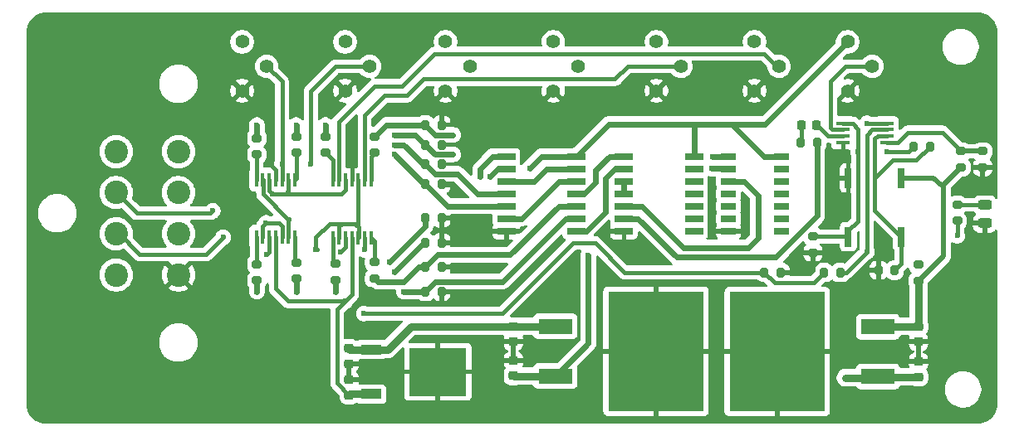
<source format=gtl>
G04 #@! TF.GenerationSoftware,KiCad,Pcbnew,9.0.0*
G04 #@! TF.CreationDate,2025-04-17T12:04:20-07:00*
G04 #@! TF.ProjectId,BSPD,42535044-2e6b-4696-9361-645f70636258,rev?*
G04 #@! TF.SameCoordinates,Original*
G04 #@! TF.FileFunction,Copper,L1,Top*
G04 #@! TF.FilePolarity,Positive*
%FSLAX46Y46*%
G04 Gerber Fmt 4.6, Leading zero omitted, Abs format (unit mm)*
G04 Created by KiCad (PCBNEW 9.0.0) date 2025-04-17 12:04:20*
%MOMM*%
%LPD*%
G01*
G04 APERTURE LIST*
G04 Aperture macros list*
%AMRoundRect*
0 Rectangle with rounded corners*
0 $1 Rounding radius*
0 $2 $3 $4 $5 $6 $7 $8 $9 X,Y pos of 4 corners*
0 Add a 4 corners polygon primitive as box body*
4,1,4,$2,$3,$4,$5,$6,$7,$8,$9,$2,$3,0*
0 Add four circle primitives for the rounded corners*
1,1,$1+$1,$2,$3*
1,1,$1+$1,$4,$5*
1,1,$1+$1,$6,$7*
1,1,$1+$1,$8,$9*
0 Add four rect primitives between the rounded corners*
20,1,$1+$1,$2,$3,$4,$5,0*
20,1,$1+$1,$4,$5,$6,$7,0*
20,1,$1+$1,$6,$7,$8,$9,0*
20,1,$1+$1,$8,$9,$2,$3,0*%
G04 Aperture macros list end*
G04 #@! TA.AperFunction,SMDPad,CuDef*
%ADD10RoundRect,0.200000X-0.200000X-0.275000X0.200000X-0.275000X0.200000X0.275000X-0.200000X0.275000X0*%
G04 #@! TD*
G04 #@! TA.AperFunction,ComponentPad*
%ADD11C,2.400000*%
G04 #@! TD*
G04 #@! TA.AperFunction,ComponentPad*
%ADD12C,1.400000*%
G04 #@! TD*
G04 #@! TA.AperFunction,SMDPad,CuDef*
%ADD13RoundRect,0.200000X-0.275000X0.200000X-0.275000X-0.200000X0.275000X-0.200000X0.275000X0.200000X0*%
G04 #@! TD*
G04 #@! TA.AperFunction,SMDPad,CuDef*
%ADD14R,0.450000X1.475000*%
G04 #@! TD*
G04 #@! TA.AperFunction,SMDPad,CuDef*
%ADD15RoundRect,0.200000X0.200000X0.275000X-0.200000X0.275000X-0.200000X-0.275000X0.200000X-0.275000X0*%
G04 #@! TD*
G04 #@! TA.AperFunction,SMDPad,CuDef*
%ADD16RoundRect,0.225000X-0.225000X-0.250000X0.225000X-0.250000X0.225000X0.250000X-0.225000X0.250000X0*%
G04 #@! TD*
G04 #@! TA.AperFunction,SMDPad,CuDef*
%ADD17R,1.825000X0.700000*%
G04 #@! TD*
G04 #@! TA.AperFunction,SMDPad,CuDef*
%ADD18RoundRect,0.225000X0.250000X-0.225000X0.250000X0.225000X-0.250000X0.225000X-0.250000X-0.225000X0*%
G04 #@! TD*
G04 #@! TA.AperFunction,SMDPad,CuDef*
%ADD19RoundRect,0.225000X-0.250000X0.225000X-0.250000X-0.225000X0.250000X-0.225000X0.250000X0.225000X0*%
G04 #@! TD*
G04 #@! TA.AperFunction,SMDPad,CuDef*
%ADD20R,3.500000X1.600000*%
G04 #@! TD*
G04 #@! TA.AperFunction,SMDPad,CuDef*
%ADD21R,9.750000X12.200000*%
G04 #@! TD*
G04 #@! TA.AperFunction,SMDPad,CuDef*
%ADD22RoundRect,0.200000X0.275000X-0.200000X0.275000X0.200000X-0.275000X0.200000X-0.275000X-0.200000X0*%
G04 #@! TD*
G04 #@! TA.AperFunction,SMDPad,CuDef*
%ADD23RoundRect,0.243750X0.456250X-0.243750X0.456250X0.243750X-0.456250X0.243750X-0.456250X-0.243750X0*%
G04 #@! TD*
G04 #@! TA.AperFunction,SMDPad,CuDef*
%ADD24R,0.700000X2.000000*%
G04 #@! TD*
G04 #@! TA.AperFunction,SMDPad,CuDef*
%ADD25R,1.475000X0.450000*%
G04 #@! TD*
G04 #@! TA.AperFunction,SMDPad,CuDef*
%ADD26R,2.100000X1.000000*%
G04 #@! TD*
G04 #@! TA.AperFunction,SMDPad,CuDef*
%ADD27R,5.850000X4.900000*%
G04 #@! TD*
G04 #@! TA.AperFunction,SMDPad,CuDef*
%ADD28R,1.525000X0.650000*%
G04 #@! TD*
G04 #@! TA.AperFunction,ViaPad*
%ADD29C,0.600000*%
G04 #@! TD*
G04 #@! TA.AperFunction,Conductor*
%ADD30C,0.200000*%
G04 #@! TD*
G04 #@! TA.AperFunction,Conductor*
%ADD31C,0.600000*%
G04 #@! TD*
G04 #@! TA.AperFunction,Conductor*
%ADD32C,0.400000*%
G04 #@! TD*
G04 #@! TA.AperFunction,Conductor*
%ADD33C,0.800000*%
G04 #@! TD*
G04 #@! TA.AperFunction,Conductor*
%ADD34C,0.500000*%
G04 #@! TD*
G04 APERTURE END LIST*
D10*
X80175000Y-107000000D03*
X81825000Y-107000000D03*
D11*
X55000000Y-116300000D03*
X55000000Y-112100000D03*
X55000000Y-107900000D03*
X55000000Y-103700000D03*
X48650000Y-103700000D03*
X48650000Y-107900000D03*
X48650000Y-112100000D03*
X48650000Y-116300000D03*
D10*
X80175000Y-115500000D03*
X81825000Y-115500000D03*
D12*
X113730000Y-92500000D03*
X116230000Y-95000000D03*
X113730000Y-97500000D03*
X103730000Y-92500000D03*
X106230000Y-95000000D03*
X103730000Y-97500000D03*
D13*
X71000000Y-115175000D03*
X71000000Y-116825000D03*
D14*
X62961500Y-112433250D03*
X63611500Y-112433250D03*
X64261500Y-112433250D03*
X64911500Y-112433250D03*
X65561500Y-112433250D03*
X66211500Y-112433250D03*
X66861500Y-112433250D03*
X66861500Y-106557250D03*
X66211500Y-106557250D03*
X65561500Y-106557250D03*
X64911500Y-106557250D03*
X64261500Y-106557250D03*
X63611500Y-106557250D03*
X62961500Y-106557250D03*
D15*
X116400000Y-116050000D03*
X114750000Y-116050000D03*
D13*
X137000000Y-103675000D03*
X137000000Y-105325000D03*
X63000000Y-115220250D03*
X63000000Y-116870250D03*
D10*
X80175000Y-113000000D03*
X81825000Y-113000000D03*
D13*
X119700000Y-112375000D03*
X119700000Y-114025000D03*
D12*
X72000000Y-92500000D03*
X74500000Y-95000000D03*
X72000000Y-97500000D03*
D10*
X129975000Y-103200000D03*
X131625000Y-103200000D03*
X80175000Y-103000000D03*
X81825000Y-103000000D03*
D15*
X122475000Y-116075000D03*
X120825000Y-116075000D03*
D16*
X118525000Y-101000000D03*
X120075000Y-101000000D03*
D17*
X88438000Y-104190000D03*
X88438000Y-105460000D03*
X88438000Y-106730000D03*
X88438000Y-108000000D03*
X88438000Y-109270000D03*
X88438000Y-110540000D03*
X88438000Y-111810000D03*
X95562000Y-111810000D03*
X95562000Y-110540000D03*
X95562000Y-109270000D03*
X95562000Y-108000000D03*
X95562000Y-106730000D03*
X95562000Y-105460000D03*
X95562000Y-104190000D03*
D13*
X134400000Y-109125000D03*
X134400000Y-110775000D03*
D15*
X120125000Y-102800000D03*
X118475000Y-102800000D03*
D18*
X89157000Y-126615000D03*
X89157000Y-125065000D03*
D19*
X89157000Y-121565000D03*
X89157000Y-123115000D03*
D10*
X80175000Y-118000000D03*
X81825000Y-118000000D03*
D18*
X72400000Y-128575000D03*
X72400000Y-127025000D03*
D20*
X93425000Y-121560000D03*
D21*
X103700000Y-124100000D03*
D20*
X93425000Y-126640000D03*
D13*
X67000000Y-115045250D03*
X67000000Y-116695250D03*
D19*
X72400000Y-123825000D03*
X72400000Y-125375000D03*
D10*
X80175000Y-105000000D03*
X81825000Y-105000000D03*
D12*
X93230000Y-92500000D03*
X95730000Y-95000000D03*
X93230000Y-97500000D03*
X61500000Y-92500000D03*
X64000000Y-95000000D03*
X61500000Y-97500000D03*
X123230000Y-92500000D03*
X125730000Y-95000000D03*
X123230000Y-97500000D03*
D22*
X70000000Y-103825000D03*
X70000000Y-102175000D03*
D13*
X134800000Y-103675000D03*
X134800000Y-105325000D03*
D10*
X80175000Y-101000000D03*
X81825000Y-101000000D03*
D23*
X137200000Y-111037500D03*
X137200000Y-109162500D03*
D19*
X130457000Y-121565000D03*
X130457000Y-123115000D03*
D18*
X130457000Y-126715000D03*
X130457000Y-125165000D03*
D14*
X70735500Y-112495250D03*
X71385500Y-112495250D03*
X72035500Y-112495250D03*
X72685500Y-112495250D03*
X73335500Y-112495250D03*
X73985500Y-112495250D03*
X74635500Y-112495250D03*
X74635500Y-106619250D03*
X73985500Y-106619250D03*
X73335500Y-106619250D03*
X72685500Y-106619250D03*
X72035500Y-106619250D03*
X71385500Y-106619250D03*
X70735500Y-106619250D03*
D22*
X67000000Y-103825000D03*
X67000000Y-102175000D03*
X130450000Y-116925000D03*
X130450000Y-115275000D03*
X63000000Y-104000000D03*
X63000000Y-102350000D03*
D24*
X123300000Y-112400000D03*
X128700000Y-112400000D03*
X128700000Y-106400000D03*
X123300000Y-106400000D03*
D20*
X126332000Y-126680000D03*
D21*
X116057000Y-124140000D03*
D20*
X126332000Y-121600000D03*
D13*
X75000000Y-115000000D03*
X75000000Y-116650000D03*
D10*
X80175000Y-110500000D03*
X81825000Y-110500000D03*
D12*
X82230000Y-92500000D03*
X84730000Y-95000000D03*
X82230000Y-97500000D03*
D17*
X100438000Y-104190000D03*
X100438000Y-105460000D03*
X100438000Y-106730000D03*
X100438000Y-108000000D03*
X100438000Y-109270000D03*
X100438000Y-110540000D03*
X100438000Y-111810000D03*
X107562000Y-111810000D03*
X107562000Y-110540000D03*
X107562000Y-109270000D03*
X107562000Y-108000000D03*
X107562000Y-106730000D03*
X107562000Y-105460000D03*
X107562000Y-104190000D03*
D15*
X128025000Y-115825000D03*
X126375000Y-115825000D03*
D25*
X122788000Y-100825000D03*
X122788000Y-101475000D03*
X122788000Y-102125000D03*
X122788000Y-102775000D03*
X127212000Y-102775000D03*
X127212000Y-102125000D03*
X127212000Y-101475000D03*
X127212000Y-100825000D03*
D22*
X75000000Y-103825000D03*
X75000000Y-102175000D03*
D26*
X74650000Y-123920000D03*
X74650000Y-128480000D03*
D27*
X81450000Y-126200000D03*
D28*
X111100000Y-104200000D03*
X111100000Y-105470000D03*
X111100000Y-106740000D03*
X111100000Y-108010000D03*
X111100000Y-109280000D03*
X111100000Y-110550000D03*
X111100000Y-111820000D03*
X116524000Y-111820000D03*
X116524000Y-110550000D03*
X116524000Y-109280000D03*
X116524000Y-108010000D03*
X116524000Y-106740000D03*
X116524000Y-105470000D03*
X116524000Y-104200000D03*
D29*
X87500000Y-118750000D03*
X70500000Y-99000000D03*
X86600000Y-115700000D03*
X85800000Y-115700000D03*
X84400000Y-105100000D03*
X121900000Y-114000000D03*
X63700000Y-97500000D03*
X64400000Y-97500000D03*
X69800000Y-99000000D03*
X72700000Y-105150000D03*
X100500000Y-113600000D03*
X83100000Y-108100000D03*
X86600000Y-112000000D03*
X85600000Y-97600000D03*
X86600000Y-112800000D03*
X118275000Y-114025000D03*
X110100000Y-97300000D03*
X109400000Y-108700000D03*
X109400000Y-110100000D03*
X87300000Y-100550000D03*
X121600000Y-108300000D03*
X98500000Y-111800000D03*
X85800000Y-112800000D03*
X85800000Y-112000000D03*
X121600000Y-109100000D03*
X88100000Y-100550000D03*
X88850000Y-100550000D03*
X110100000Y-96600000D03*
X84700000Y-97600000D03*
X70000000Y-101000000D03*
X77000000Y-102000000D03*
X83000000Y-104000000D03*
X109400000Y-105450000D03*
X83000000Y-102000000D03*
X109450000Y-104200000D03*
X71000000Y-118000000D03*
X78000000Y-118000000D03*
X77000000Y-116000000D03*
X67000000Y-118000000D03*
X86750000Y-106250000D03*
X63000000Y-101000000D03*
X77000000Y-104000000D03*
X67000000Y-101000000D03*
X77000000Y-103000000D03*
X85750000Y-106250000D03*
X76500000Y-115000000D03*
X63000000Y-118000000D03*
X58500000Y-109750000D03*
X73900000Y-120250000D03*
X124300000Y-103700000D03*
X127200000Y-103700000D03*
X125200000Y-100825000D03*
X72000000Y-119000000D03*
X78685000Y-121565000D03*
X96800000Y-114300000D03*
X90800000Y-105400000D03*
X59575000Y-112475000D03*
X69000000Y-113700000D03*
X71500000Y-114000000D03*
X73985500Y-113745250D03*
X64562000Y-107995250D03*
X68500000Y-105000000D03*
X66250000Y-110645250D03*
X65561500Y-105000000D03*
X64000000Y-114250000D03*
X63950000Y-110995250D03*
X123000000Y-126800000D03*
X125175000Y-113950000D03*
X134400000Y-112300000D03*
D30*
X122788000Y-102775000D02*
X122788000Y-103912000D01*
X85800000Y-115700000D02*
X85600000Y-115500000D01*
X118275000Y-114025000D02*
X118275000Y-115225000D01*
X84400000Y-105100000D02*
X84400000Y-103752058D01*
X117450000Y-116050000D02*
X116400000Y-116050000D01*
X84400000Y-103752058D02*
X83647942Y-103000000D01*
D31*
X83100000Y-108100000D02*
X83100000Y-107350000D01*
D32*
X64911500Y-106557250D02*
X64911500Y-105611500D01*
X72685500Y-106619250D02*
X72685500Y-105164500D01*
D31*
X83100000Y-107350000D02*
X82750000Y-107000000D01*
D30*
X84400000Y-103752058D02*
X84400000Y-99670000D01*
X84400000Y-99670000D02*
X82230000Y-97500000D01*
D32*
X72685500Y-105164500D02*
X72700000Y-105150000D01*
D30*
X122788000Y-103912000D02*
X122050000Y-104650000D01*
D32*
X64400000Y-105100000D02*
X64400000Y-104700000D01*
D30*
X84400000Y-105100000D02*
X84300000Y-105000000D01*
X122050000Y-104650000D02*
X122050000Y-107850000D01*
D32*
X118275000Y-114025000D02*
X119700000Y-114025000D01*
D30*
X84300000Y-105000000D02*
X81825000Y-105000000D01*
D31*
X82750000Y-107000000D02*
X81825000Y-107000000D01*
D30*
X85600000Y-115500000D02*
X81825000Y-115500000D01*
D32*
X64911500Y-105611500D02*
X64400000Y-105100000D01*
D30*
X122050000Y-107850000D02*
X121600000Y-108300000D01*
X83647942Y-103000000D02*
X81825000Y-103000000D01*
X118275000Y-115225000D02*
X117450000Y-116050000D01*
D31*
X115900000Y-114500000D02*
X120125000Y-110275000D01*
X101850500Y-110540000D02*
X105810500Y-114500000D01*
X100438000Y-110540000D02*
X101850500Y-110540000D01*
X105810500Y-114500000D02*
X115900000Y-114500000D01*
X120125000Y-110275000D02*
X120125000Y-102800000D01*
D32*
X118525000Y-101000000D02*
X118525000Y-102750000D01*
X118525000Y-102750000D02*
X118475000Y-102800000D01*
D31*
X79175000Y-102000000D02*
X77000000Y-102000000D01*
X83000000Y-104000000D02*
X82500000Y-104000000D01*
X80175000Y-103000000D02*
X81175000Y-104000000D01*
X81175000Y-104000000D02*
X83000000Y-104000000D01*
X109400000Y-105450000D02*
X111080000Y-105450000D01*
X80175000Y-103000000D02*
X79175000Y-102000000D01*
X70000000Y-102175000D02*
X70000000Y-101000000D01*
X111080000Y-105450000D02*
X111100000Y-105470000D01*
X76175000Y-101000000D02*
X75000000Y-102175000D01*
X81175000Y-102000000D02*
X83000000Y-102000000D01*
X77000000Y-101000000D02*
X76175000Y-101000000D01*
X80175000Y-101000000D02*
X81175000Y-102000000D01*
X109450000Y-104200000D02*
X111100000Y-104200000D01*
X80175000Y-101000000D02*
X77000000Y-101000000D01*
X80175000Y-115500000D02*
X81425000Y-114250000D01*
X93805029Y-109270000D02*
X95562000Y-109270000D01*
X78000000Y-117000000D02*
X79500000Y-115500000D01*
X75000000Y-116650000D02*
X75350000Y-117000000D01*
X81425000Y-114250000D02*
X88825029Y-114250000D01*
X88825029Y-114250000D02*
X93805029Y-109270000D01*
X79500000Y-115500000D02*
X80175000Y-115500000D01*
X75350000Y-117000000D02*
X78000000Y-117000000D01*
X94460000Y-110540000D02*
X88000000Y-117000000D01*
X71000000Y-116825000D02*
X71000000Y-118000000D01*
X88000000Y-117000000D02*
X81175000Y-117000000D01*
X95562000Y-110540000D02*
X94460000Y-110540000D01*
X81175000Y-117000000D02*
X80175000Y-118000000D01*
X78000000Y-118000000D02*
X80175000Y-118000000D01*
D32*
X74635500Y-104189500D02*
X74635500Y-106619250D01*
X75000000Y-103825000D02*
X74635500Y-104189500D01*
D31*
X86750000Y-106250000D02*
X87540000Y-105460000D01*
X67000000Y-116695250D02*
X67000000Y-118000000D01*
X87540000Y-105460000D02*
X88438000Y-105460000D01*
X80175000Y-113000000D02*
X80000000Y-113000000D01*
X80000000Y-113000000D02*
X77000000Y-116000000D01*
D32*
X80175000Y-107000000D02*
X80000000Y-107000000D01*
D31*
X82445000Y-109270000D02*
X88438000Y-109270000D01*
X63000000Y-102350000D02*
X63000000Y-101000000D01*
X80175000Y-107000000D02*
X82445000Y-109270000D01*
X80000000Y-107000000D02*
X77000000Y-104000000D01*
X78000000Y-103000000D02*
X77000000Y-103000000D01*
X67000000Y-102175000D02*
X67000000Y-101000000D01*
D32*
X77000000Y-103000000D02*
X77175000Y-103000000D01*
D31*
X83500000Y-106000000D02*
X85500000Y-108000000D01*
X81175000Y-106000000D02*
X83500000Y-106000000D01*
X80175000Y-105000000D02*
X81175000Y-106000000D01*
X85500000Y-108000000D02*
X88438000Y-108000000D01*
X80000000Y-105000000D02*
X78000000Y-103000000D01*
X80175000Y-105000000D02*
X80000000Y-105000000D01*
D32*
X75000000Y-112859750D02*
X75000000Y-115000000D01*
X74635500Y-112495250D02*
X75000000Y-112859750D01*
X70735500Y-114910500D02*
X71000000Y-115175000D01*
X70735500Y-112495250D02*
X70735500Y-114910500D01*
D31*
X85750000Y-106250000D02*
X85750000Y-105500000D01*
X76500000Y-115000000D02*
X80175000Y-111325000D01*
X85750000Y-105500000D02*
X87060000Y-104190000D01*
X63000000Y-116870250D02*
X63000000Y-118000000D01*
X87060000Y-104190000D02*
X88438000Y-104190000D01*
X80175000Y-111325000D02*
X80175000Y-110500000D01*
D32*
X70735500Y-106619250D02*
X70735500Y-104560500D01*
X70735500Y-104560500D02*
X70000000Y-103825000D01*
X62961500Y-104038500D02*
X62961500Y-106557250D01*
X63000000Y-104000000D02*
X62961500Y-104038500D01*
X67000000Y-106418750D02*
X66861500Y-106557250D01*
X67000000Y-103825000D02*
X67000000Y-106418750D01*
X66861500Y-114906750D02*
X67000000Y-115045250D01*
X66861500Y-112433250D02*
X66861500Y-114906750D01*
X62961500Y-112433250D02*
X62961500Y-115181750D01*
X62961500Y-115181750D02*
X63000000Y-115220250D01*
D33*
X130450000Y-121558000D02*
X130457000Y-121565000D01*
D30*
X126367000Y-121565000D02*
X126332000Y-121600000D01*
D32*
X125425000Y-121600000D02*
X126332000Y-121600000D01*
D33*
X130450000Y-116925000D02*
X130450000Y-121558000D01*
D34*
X133000000Y-107125000D02*
X133000000Y-114375000D01*
X133000000Y-107125000D02*
X132725000Y-107125000D01*
X132725000Y-107125000D02*
X132000000Y-106400000D01*
X134800000Y-105325000D02*
X133000000Y-107125000D01*
X132000000Y-106400000D02*
X128700000Y-106400000D01*
D33*
X130457000Y-121565000D02*
X126367000Y-121565000D01*
D34*
X133000000Y-114375000D02*
X130450000Y-116925000D01*
D32*
X58250000Y-110000000D02*
X50750000Y-110000000D01*
X48800000Y-108050000D02*
X48800000Y-107495000D01*
X50750000Y-110000000D02*
X48800000Y-108050000D01*
X88000000Y-120250000D02*
X95200000Y-113050000D01*
X97500000Y-113050000D02*
X100500000Y-116050000D01*
X73900000Y-120250000D02*
X88000000Y-120250000D01*
X100500000Y-116050000D02*
X114750000Y-116050000D01*
X95200000Y-113050000D02*
X97500000Y-113050000D01*
X119775000Y-117125000D02*
X120825000Y-116075000D01*
X119775000Y-117125000D02*
X115825000Y-117125000D01*
X58500000Y-109750000D02*
X58250000Y-110000000D01*
X115825000Y-117125000D02*
X114750000Y-116050000D01*
X124300000Y-110800000D02*
X123300000Y-111800000D01*
X123275000Y-112375000D02*
X119700000Y-112375000D01*
X123300000Y-112400000D02*
X123275000Y-112375000D01*
X123725500Y-100825000D02*
X124300000Y-101399500D01*
X124300000Y-101399500D02*
X124300000Y-103700000D01*
X129975000Y-103200000D02*
X129475000Y-103700000D01*
X123300000Y-111800000D02*
X123300000Y-112400000D01*
X129475000Y-103700000D02*
X127200000Y-103700000D01*
X122788000Y-100825000D02*
X123725500Y-100825000D01*
X124300000Y-103700000D02*
X124300000Y-110800000D01*
X72685500Y-112495250D02*
X72685500Y-118314500D01*
X71200000Y-119800000D02*
X71200000Y-127375000D01*
D33*
X74650000Y-128480000D02*
X72495000Y-128480000D01*
X72495000Y-128480000D02*
X72400000Y-128575000D01*
D32*
X64911500Y-117711500D02*
X64911500Y-112433250D01*
X72685500Y-118314500D02*
X72000000Y-119000000D01*
X72000000Y-119000000D02*
X66200000Y-119000000D01*
X66200000Y-119000000D02*
X64911500Y-117711500D01*
X125200000Y-100825000D02*
X127212000Y-100825000D01*
X72000000Y-119000000D02*
X71200000Y-119800000D01*
X71200000Y-127375000D02*
X72400000Y-128575000D01*
D33*
X89162000Y-121560000D02*
X89157000Y-121565000D01*
X92419000Y-121565000D02*
X92424000Y-121560000D01*
X78685000Y-121565000D02*
X89157000Y-121565000D01*
X74650000Y-123920000D02*
X76330000Y-123920000D01*
X72495000Y-123920000D02*
X72400000Y-123825000D01*
X76330000Y-123920000D02*
X78685000Y-121565000D01*
X78685000Y-121565000D02*
X78685000Y-121634000D01*
X74650000Y-123920000D02*
X72495000Y-123920000D01*
X89157000Y-121565000D02*
X92419000Y-121565000D01*
D31*
X111398000Y-100898000D02*
X107562000Y-100898000D01*
X116524000Y-104200000D02*
X114700000Y-104200000D01*
X95562000Y-104190000D02*
X92010000Y-104190000D01*
X107562000Y-104190000D02*
X107562000Y-100898000D01*
X92010000Y-104190000D02*
X90800000Y-105400000D01*
X96800000Y-123265000D02*
X93425000Y-126640000D01*
X114832000Y-100898000D02*
X123230000Y-92500000D01*
X111398000Y-100898000D02*
X114832000Y-100898000D01*
D34*
X89182000Y-126640000D02*
X89157000Y-126615000D01*
D31*
X98854000Y-100898000D02*
X107562000Y-100898000D01*
D33*
X93425000Y-126640000D02*
X89182000Y-126640000D01*
D31*
X114700000Y-104200000D02*
X111398000Y-100898000D01*
X96800000Y-114300000D02*
X96800000Y-123265000D01*
X95562000Y-104190000D02*
X98854000Y-100898000D01*
X114100000Y-108177500D02*
X112662500Y-106740000D01*
X106500000Y-113500000D02*
X113100000Y-113500000D01*
X100606000Y-109270000D02*
X102270000Y-109270000D01*
X112662500Y-106740000D02*
X111100000Y-106740000D01*
X113100000Y-113500000D02*
X114100000Y-112500000D01*
X114100000Y-112500000D02*
X114100000Y-108177500D01*
X102270000Y-109270000D02*
X106500000Y-113500000D01*
X99443500Y-105460000D02*
X98500000Y-106403500D01*
X98500000Y-106403500D02*
X98500000Y-109866500D01*
X98500000Y-109866500D02*
X96556500Y-111810000D01*
X100438000Y-105460000D02*
X99443500Y-105460000D01*
X96556500Y-111810000D02*
X95562000Y-111810000D01*
X100438000Y-106730000D02*
X100438000Y-108000000D01*
X98925500Y-104190000D02*
X97500000Y-105615500D01*
X100438000Y-104190000D02*
X98925500Y-104190000D01*
X96331000Y-108000000D02*
X95562000Y-108000000D01*
X97500000Y-106831000D02*
X96331000Y-108000000D01*
X97500000Y-105615500D02*
X97500000Y-106831000D01*
X91250000Y-106730000D02*
X92520000Y-105460000D01*
X88438000Y-106730000D02*
X91250000Y-106730000D01*
X92520000Y-105460000D02*
X95562000Y-105460000D01*
X93770000Y-106730000D02*
X95562000Y-106730000D01*
X88438000Y-110540000D02*
X89960000Y-110540000D01*
X89960000Y-110540000D02*
X93770000Y-106730000D01*
D32*
X71361500Y-105480750D02*
X71361500Y-106595250D01*
X75000000Y-97000000D02*
X71336500Y-100663500D01*
X116000000Y-95000000D02*
X114700000Y-93700000D01*
X114700000Y-93700000D02*
X81122000Y-93700000D01*
X71336500Y-100663500D02*
X71336500Y-105480750D01*
X77822000Y-97000000D02*
X75000000Y-97000000D01*
X71336500Y-105480750D02*
X71361500Y-105480750D01*
X81122000Y-93700000D02*
X77822000Y-97000000D01*
X71361500Y-106595250D02*
X71385500Y-106619250D01*
X57850000Y-114200000D02*
X51050000Y-114200000D01*
X73335500Y-111380750D02*
X73359500Y-111404750D01*
X51050000Y-114200000D02*
X48800000Y-111950000D01*
X69000000Y-112466250D02*
X69000000Y-113700000D01*
X71385500Y-111380750D02*
X71385500Y-112495250D01*
X48800000Y-111950000D02*
X48800000Y-112955000D01*
X73335500Y-112495250D02*
X73359500Y-112471250D01*
X73359500Y-112471250D02*
X73359500Y-111404750D01*
X71721000Y-111045250D02*
X70421000Y-111045250D01*
X70421000Y-111045250D02*
X69000000Y-112466250D01*
X59575000Y-112475000D02*
X57850000Y-114200000D01*
X73000000Y-111045250D02*
X71721000Y-111045250D01*
X73359500Y-111404750D02*
X73000000Y-111045250D01*
X71721000Y-111045250D02*
X71385500Y-111380750D01*
X73335500Y-106619250D02*
X73335500Y-111380750D01*
X69000000Y-113700000D02*
X69150000Y-113700000D01*
X73985500Y-106619250D02*
X73985500Y-100014500D01*
X78300000Y-98000000D02*
X80000000Y-96300000D01*
X80000000Y-96300000D02*
X99500000Y-96300000D01*
X76000000Y-98000000D02*
X78300000Y-98000000D01*
X99500000Y-96300000D02*
X100800000Y-95000000D01*
X100800000Y-95000000D02*
X106000000Y-95000000D01*
X73985500Y-100014500D02*
X76000000Y-98000000D01*
X71500000Y-114000000D02*
X72035500Y-113464500D01*
X72035500Y-113464500D02*
X72035500Y-112495250D01*
X73985500Y-113745250D02*
X73997998Y-113732752D01*
X73985500Y-112495250D02*
X73985500Y-113745250D01*
X64562000Y-107995250D02*
X64261500Y-107694750D01*
X66211500Y-106557250D02*
X66211500Y-107694750D01*
X72035500Y-107595250D02*
X71635500Y-107995250D01*
X66211500Y-107694750D02*
X65911000Y-107995250D01*
X71635500Y-107995250D02*
X65911000Y-107995250D01*
X65911000Y-107995250D02*
X64562000Y-107995250D01*
X72035500Y-106619250D02*
X72035500Y-107595250D01*
X64261500Y-107694750D02*
X64261500Y-106557250D01*
X63611500Y-106557250D02*
X63635500Y-106557250D01*
X74460000Y-95000000D02*
X71000000Y-95000000D01*
X71000000Y-95000000D02*
X68500000Y-97500000D01*
X68500000Y-97500000D02*
X68500000Y-105000000D01*
X66211500Y-110645250D02*
X66211500Y-112433250D01*
X63635500Y-108069250D02*
X66211500Y-110645250D01*
X63635500Y-106557250D02*
X63635500Y-108069250D01*
X65561500Y-96561500D02*
X64000000Y-95000000D01*
X64000000Y-114250000D02*
X64261500Y-113988500D01*
X65561500Y-105000000D02*
X65561500Y-106557250D01*
X64261500Y-113988500D02*
X64261500Y-112433250D01*
X65561500Y-105000000D02*
X65561500Y-96561500D01*
X65238000Y-110995250D02*
X63950000Y-110995250D01*
X65561500Y-111318750D02*
X65238000Y-110995250D01*
X65561500Y-112433250D02*
X65561500Y-111318750D01*
X63935000Y-110995250D02*
X63611500Y-111318750D01*
X63950000Y-110995250D02*
X63935000Y-110995250D01*
X63611500Y-111318750D02*
X63611500Y-112433250D01*
X121649500Y-101451000D02*
X121651000Y-101451000D01*
X123000000Y-95000000D02*
X121500000Y-96500000D01*
X121500000Y-96500000D02*
X121500000Y-101300000D01*
X121500000Y-101300000D02*
X121649500Y-101449500D01*
X121675000Y-101475000D02*
X122788000Y-101475000D01*
X121649500Y-101449500D02*
X121649500Y-101451000D01*
X126000000Y-95000000D02*
X123000000Y-95000000D01*
X121651000Y-101451000D02*
X121675000Y-101475000D01*
X121225000Y-102125000D02*
X122788000Y-102125000D01*
X120100000Y-101000000D02*
X121225000Y-102125000D01*
X120075000Y-101000000D02*
X120100000Y-101000000D01*
D33*
X126367000Y-126715000D02*
X126332000Y-126680000D01*
X123000000Y-126800000D02*
X126212000Y-126800000D01*
X130457000Y-126715000D02*
X126367000Y-126715000D01*
X126212000Y-126800000D02*
X126332000Y-126680000D01*
D32*
X134400000Y-109125000D02*
X137362500Y-109125000D01*
X137362500Y-109125000D02*
X137400000Y-109162500D01*
X128350500Y-102751000D02*
X127236000Y-102751000D01*
X134800000Y-103675000D02*
X132875000Y-101750000D01*
X132875000Y-101750000D02*
X129350000Y-101750000D01*
X127236000Y-102751000D02*
X127212000Y-102775000D01*
X128350500Y-102749500D02*
X128350500Y-102751000D01*
X129350000Y-101750000D02*
X128350500Y-102749500D01*
D34*
X137000000Y-103675000D02*
X134800000Y-103675000D01*
D32*
X126000000Y-106400000D02*
X126000000Y-102399500D01*
X130225000Y-104600000D02*
X131625000Y-103200000D01*
X128700000Y-112400000D02*
X126000000Y-109700000D01*
X128700000Y-115150000D02*
X128025000Y-115825000D01*
X126000000Y-102399500D02*
X126274500Y-102125000D01*
X126274500Y-102125000D02*
X127212000Y-102125000D01*
X128700000Y-112400000D02*
X128700000Y-115150000D01*
X126000000Y-106400000D02*
X127800000Y-104600000D01*
X126000000Y-109700000D02*
X126000000Y-106400000D01*
X127800000Y-104600000D02*
X130225000Y-104600000D01*
X134400000Y-110775000D02*
X134400000Y-112300000D01*
X125175000Y-113950000D02*
X125175000Y-102025000D01*
X125175000Y-102025000D02*
X125725000Y-101475000D01*
X123050000Y-116075000D02*
X122475000Y-116075000D01*
X125175000Y-113950000D02*
X123050000Y-116075000D01*
X125725000Y-101475000D02*
X127212000Y-101475000D01*
G04 #@! TA.AperFunction,Conductor*
G36*
X136504043Y-89500765D02*
G01*
X136752895Y-89517075D01*
X136768953Y-89519190D01*
X136976105Y-89560395D01*
X137009535Y-89567045D01*
X137025202Y-89571243D01*
X137194947Y-89628863D01*
X137257481Y-89650091D01*
X137272458Y-89656294D01*
X137481799Y-89759529D01*
X137492460Y-89764787D01*
X137506508Y-89772897D01*
X137710464Y-89909177D01*
X137723328Y-89919048D01*
X137907749Y-90080781D01*
X137919218Y-90092250D01*
X138080951Y-90276671D01*
X138090825Y-90289539D01*
X138227102Y-90493492D01*
X138235212Y-90507539D01*
X138343702Y-90727534D01*
X138349909Y-90742520D01*
X138428756Y-90974797D01*
X138432954Y-90990464D01*
X138480807Y-91231035D01*
X138482925Y-91247116D01*
X138499235Y-91495956D01*
X138499500Y-91504066D01*
X138499500Y-108430947D01*
X138479815Y-108497986D01*
X138427011Y-108543741D01*
X138357853Y-108553685D01*
X138294297Y-108524660D01*
X138269962Y-108496045D01*
X138244026Y-108453997D01*
X138121003Y-108330974D01*
X138120999Y-108330971D01*
X137972933Y-108239642D01*
X137972927Y-108239639D01*
X137972925Y-108239638D01*
X137946595Y-108230913D01*
X137807776Y-108184913D01*
X137705855Y-108174500D01*
X137705848Y-108174500D01*
X136694152Y-108174500D01*
X136694144Y-108174500D01*
X136592223Y-108184913D01*
X136427077Y-108239637D01*
X136427066Y-108239642D01*
X136279000Y-108330971D01*
X136278996Y-108330974D01*
X136221790Y-108388181D01*
X136160467Y-108421666D01*
X136134109Y-108424500D01*
X135216520Y-108424500D01*
X135149481Y-108404815D01*
X135128839Y-108388181D01*
X135110188Y-108369530D01*
X135098127Y-108362239D01*
X134964606Y-108281522D01*
X134802196Y-108230914D01*
X134802194Y-108230913D01*
X134802192Y-108230913D01*
X134752778Y-108226423D01*
X134731616Y-108224500D01*
X134068384Y-108224500D01*
X134015449Y-108229310D01*
X133997803Y-108230914D01*
X133911388Y-108257841D01*
X133841528Y-108258991D01*
X133782136Y-108222189D01*
X133752069Y-108159120D01*
X133750500Y-108139455D01*
X133750500Y-107487229D01*
X133770185Y-107420190D01*
X133786819Y-107399548D01*
X134924548Y-106261819D01*
X134985871Y-106228334D01*
X135012229Y-106225500D01*
X135131613Y-106225500D01*
X135131616Y-106225500D01*
X135202196Y-106219086D01*
X135364606Y-106168478D01*
X135510185Y-106080472D01*
X135630472Y-105960185D01*
X135718478Y-105814606D01*
X135769086Y-105652196D01*
X135775500Y-105581616D01*
X135775500Y-105581582D01*
X136025001Y-105581582D01*
X136031408Y-105652102D01*
X136031409Y-105652107D01*
X136081981Y-105814396D01*
X136169927Y-105959877D01*
X136290122Y-106080072D01*
X136435604Y-106168019D01*
X136435603Y-106168019D01*
X136597894Y-106218590D01*
X136597892Y-106218590D01*
X136668418Y-106224999D01*
X137250000Y-106224999D01*
X137331581Y-106224999D01*
X137402102Y-106218591D01*
X137402107Y-106218590D01*
X137564396Y-106168018D01*
X137709877Y-106080072D01*
X137830072Y-105959877D01*
X137918019Y-105814395D01*
X137968590Y-105652106D01*
X137975000Y-105581572D01*
X137975000Y-105575000D01*
X137250000Y-105575000D01*
X137250000Y-106224999D01*
X136668418Y-106224999D01*
X136749999Y-106224998D01*
X136750000Y-106224998D01*
X136750000Y-105575000D01*
X136025001Y-105575000D01*
X136025001Y-105581582D01*
X135775500Y-105581582D01*
X135775500Y-105068384D01*
X135769086Y-104997804D01*
X135718478Y-104835394D01*
X135630472Y-104689815D01*
X135630470Y-104689813D01*
X135630469Y-104689811D01*
X135577839Y-104637181D01*
X135544354Y-104575858D01*
X135549338Y-104506166D01*
X135591210Y-104450233D01*
X135656674Y-104425816D01*
X135665520Y-104425500D01*
X136135188Y-104425500D01*
X136202227Y-104445185D01*
X136247982Y-104497989D01*
X136257926Y-104567147D01*
X136228901Y-104630703D01*
X136222869Y-104637181D01*
X136169928Y-104690121D01*
X136169927Y-104690122D01*
X136081980Y-104835604D01*
X136031409Y-104997893D01*
X136025000Y-105068427D01*
X136025000Y-105075000D01*
X137974999Y-105075000D01*
X137974999Y-105068417D01*
X137968591Y-104997897D01*
X137968590Y-104997892D01*
X137918018Y-104835603D01*
X137830072Y-104690122D01*
X137727984Y-104588034D01*
X137694499Y-104526711D01*
X137699483Y-104457019D01*
X137727983Y-104412673D01*
X137830472Y-104310185D01*
X137918478Y-104164606D01*
X137969086Y-104002196D01*
X137975500Y-103931616D01*
X137975500Y-103418384D01*
X137969086Y-103347804D01*
X137918478Y-103185394D01*
X137830472Y-103039815D01*
X137830470Y-103039813D01*
X137830469Y-103039811D01*
X137710188Y-102919530D01*
X137688827Y-102906617D01*
X137564606Y-102831522D01*
X137402196Y-102780914D01*
X137402194Y-102780913D01*
X137402192Y-102780913D01*
X137352778Y-102776423D01*
X137331616Y-102774500D01*
X136668384Y-102774500D01*
X136649145Y-102776248D01*
X136597807Y-102780913D01*
X136435393Y-102831522D01*
X136362358Y-102875673D01*
X136311171Y-102906617D01*
X136247023Y-102924500D01*
X135552977Y-102924500D01*
X135488828Y-102906617D01*
X135364606Y-102831522D01*
X135202196Y-102780914D01*
X135202194Y-102780913D01*
X135202192Y-102780913D01*
X135152778Y-102776423D01*
X135131616Y-102774500D01*
X135131613Y-102774500D01*
X134941519Y-102774500D01*
X134874480Y-102754815D01*
X134853838Y-102738181D01*
X133321546Y-101205888D01*
X133321545Y-101205887D01*
X133206807Y-101129222D01*
X133079332Y-101076421D01*
X133079322Y-101076418D01*
X132943996Y-101049500D01*
X132943994Y-101049500D01*
X132943993Y-101049500D01*
X129281007Y-101049500D01*
X129281005Y-101049500D01*
X129196021Y-101066405D01*
X129183010Y-101068993D01*
X129145671Y-101076420D01*
X129099193Y-101095672D01*
X129094184Y-101097746D01*
X129094180Y-101097748D01*
X129018190Y-101129224D01*
X128909087Y-101202123D01*
X128909088Y-101202124D01*
X128903460Y-101205884D01*
X128661680Y-101447663D01*
X128643476Y-101457602D01*
X128628122Y-101471546D01*
X128613430Y-101474008D01*
X128600357Y-101481147D01*
X128579668Y-101479667D01*
X128559214Y-101483096D01*
X128545524Y-101477225D01*
X128530665Y-101476163D01*
X128514060Y-101463732D01*
X128495000Y-101455559D01*
X128486656Y-101443217D01*
X128474732Y-101434291D01*
X128467484Y-101414859D01*
X128455867Y-101397676D01*
X128452136Y-101373709D01*
X128450315Y-101368827D01*
X128450033Y-101362868D01*
X128449999Y-101361407D01*
X128449999Y-101202128D01*
X128445264Y-101158084D01*
X128445143Y-101152884D01*
X128445820Y-101150362D01*
X128445820Y-101136747D01*
X128450000Y-101097873D01*
X128449999Y-100552128D01*
X128443591Y-100492517D01*
X128442949Y-100490797D01*
X128393297Y-100357671D01*
X128393293Y-100357664D01*
X128307047Y-100242455D01*
X128307044Y-100242452D01*
X128191835Y-100156206D01*
X128191828Y-100156202D01*
X128056982Y-100105908D01*
X128056983Y-100105908D01*
X127997383Y-100099501D01*
X127997381Y-100099500D01*
X127997373Y-100099500D01*
X127997364Y-100099500D01*
X126426629Y-100099500D01*
X126426623Y-100099501D01*
X126367018Y-100105908D01*
X126348047Y-100112984D01*
X126338132Y-100116682D01*
X126294800Y-100124500D01*
X125625316Y-100124500D01*
X125577864Y-100115061D01*
X125433501Y-100055264D01*
X125433489Y-100055261D01*
X125278845Y-100024500D01*
X125278842Y-100024500D01*
X125121158Y-100024500D01*
X125121155Y-100024500D01*
X124966510Y-100055261D01*
X124966498Y-100055264D01*
X124820827Y-100115602D01*
X124820814Y-100115609D01*
X124689711Y-100203210D01*
X124689707Y-100203213D01*
X124578213Y-100314707D01*
X124513014Y-100412284D01*
X124459401Y-100457088D01*
X124390076Y-100465795D01*
X124327049Y-100435640D01*
X124322231Y-100431073D01*
X124172045Y-100280887D01*
X124057307Y-100204222D01*
X123929832Y-100151421D01*
X123929822Y-100151418D01*
X123794496Y-100124500D01*
X123794494Y-100124500D01*
X123794493Y-100124500D01*
X123705200Y-100124500D01*
X123661867Y-100116682D01*
X123645595Y-100110613D01*
X123632981Y-100105908D01*
X123573383Y-100099501D01*
X123573381Y-100099500D01*
X123573373Y-100099500D01*
X123573365Y-100099500D01*
X122324500Y-100099500D01*
X122257461Y-100079815D01*
X122211706Y-100027011D01*
X122200500Y-99975500D01*
X122200500Y-98227307D01*
X122220185Y-98160268D01*
X122236819Y-98139626D01*
X122787861Y-97588584D01*
X122810667Y-97673694D01*
X122869910Y-97776306D01*
X122953694Y-97860090D01*
X123056306Y-97919333D01*
X123141415Y-97942138D01*
X122575669Y-98507882D01*
X122575670Y-98507883D01*
X122601059Y-98526329D01*
X122769362Y-98612085D01*
X122948997Y-98670451D01*
X123135553Y-98700000D01*
X123324447Y-98700000D01*
X123511002Y-98670451D01*
X123690637Y-98612085D01*
X123858937Y-98526331D01*
X123884328Y-98507883D01*
X123884328Y-98507882D01*
X123318584Y-97942138D01*
X123403694Y-97919333D01*
X123506306Y-97860090D01*
X123590090Y-97776306D01*
X123649333Y-97673694D01*
X123672138Y-97588584D01*
X124237882Y-98154328D01*
X124237883Y-98154328D01*
X124256331Y-98128937D01*
X124342085Y-97960637D01*
X124400451Y-97781002D01*
X124430000Y-97594447D01*
X124430000Y-97405552D01*
X124400451Y-97218997D01*
X124342085Y-97039362D01*
X124256329Y-96871059D01*
X124237883Y-96845670D01*
X124237882Y-96845669D01*
X123672137Y-97411414D01*
X123649333Y-97326306D01*
X123590090Y-97223694D01*
X123506306Y-97139910D01*
X123403694Y-97080667D01*
X123318583Y-97057861D01*
X123884328Y-96492116D01*
X123858933Y-96473666D01*
X123690637Y-96387914D01*
X123511002Y-96329548D01*
X123324447Y-96300000D01*
X123135553Y-96300000D01*
X122983863Y-96324025D01*
X122914569Y-96315070D01*
X122861117Y-96270074D01*
X122840478Y-96203322D01*
X122859203Y-96136009D01*
X122876780Y-96113875D01*
X123253837Y-95736819D01*
X123315160Y-95703334D01*
X123341518Y-95700500D01*
X124691862Y-95700500D01*
X124758901Y-95720185D01*
X124792179Y-95751613D01*
X124814310Y-95782073D01*
X124947927Y-95915690D01*
X125100801Y-96026760D01*
X125153197Y-96053457D01*
X125269163Y-96112545D01*
X125269165Y-96112545D01*
X125269168Y-96112547D01*
X125341376Y-96136009D01*
X125448881Y-96170940D01*
X125635514Y-96200500D01*
X125635519Y-96200500D01*
X125824486Y-96200500D01*
X126011118Y-96170940D01*
X126051395Y-96157853D01*
X126190832Y-96112547D01*
X126359199Y-96026760D01*
X126512073Y-95915690D01*
X126645690Y-95782073D01*
X126756760Y-95629199D01*
X126842547Y-95460832D01*
X126900940Y-95281118D01*
X126914727Y-95194070D01*
X126930500Y-95094486D01*
X126930500Y-94905513D01*
X126900940Y-94718881D01*
X126873846Y-94635497D01*
X126842547Y-94539168D01*
X126842545Y-94539165D01*
X126842545Y-94539163D01*
X126773336Y-94403334D01*
X126756760Y-94370801D01*
X126645690Y-94217927D01*
X126512073Y-94084310D01*
X126359199Y-93973240D01*
X126190836Y-93887454D01*
X126011118Y-93829059D01*
X125824486Y-93799500D01*
X125824481Y-93799500D01*
X125635519Y-93799500D01*
X125635514Y-93799500D01*
X125448881Y-93829059D01*
X125269163Y-93887454D01*
X125100800Y-93973240D01*
X125022280Y-94030289D01*
X124947927Y-94084310D01*
X124947925Y-94084312D01*
X124947924Y-94084312D01*
X124814309Y-94217927D01*
X124792179Y-94248387D01*
X124736848Y-94291052D01*
X124691862Y-94299500D01*
X122931004Y-94299500D01*
X122872013Y-94311234D01*
X122802422Y-94305007D01*
X122747244Y-94262144D01*
X122724000Y-94196254D01*
X122740068Y-94128257D01*
X122760137Y-94101940D01*
X123125259Y-93736819D01*
X123186582Y-93703334D01*
X123212940Y-93700500D01*
X123324486Y-93700500D01*
X123511118Y-93670940D01*
X123690832Y-93612547D01*
X123859199Y-93526760D01*
X124012073Y-93415690D01*
X124145690Y-93282073D01*
X124256760Y-93129199D01*
X124342547Y-92960832D01*
X124369230Y-92878711D01*
X132899500Y-92878711D01*
X132899500Y-93121288D01*
X132931161Y-93361785D01*
X132993947Y-93596104D01*
X133078197Y-93799500D01*
X133086776Y-93820212D01*
X133208064Y-94030289D01*
X133208066Y-94030292D01*
X133208067Y-94030293D01*
X133355733Y-94222736D01*
X133355739Y-94222743D01*
X133527256Y-94394260D01*
X133527263Y-94394266D01*
X133607571Y-94455888D01*
X133719711Y-94541936D01*
X133929788Y-94663224D01*
X134153900Y-94756054D01*
X134388211Y-94818838D01*
X134568586Y-94842584D01*
X134628711Y-94850500D01*
X134628712Y-94850500D01*
X134871289Y-94850500D01*
X134919388Y-94844167D01*
X135111789Y-94818838D01*
X135346100Y-94756054D01*
X135570212Y-94663224D01*
X135780289Y-94541936D01*
X135972738Y-94394265D01*
X136144265Y-94222738D01*
X136291936Y-94030289D01*
X136413224Y-93820212D01*
X136506054Y-93596100D01*
X136568838Y-93361789D01*
X136600500Y-93121288D01*
X136600500Y-92878712D01*
X136568838Y-92638211D01*
X136506054Y-92403900D01*
X136413224Y-92179788D01*
X136291936Y-91969711D01*
X136144265Y-91777262D01*
X136144260Y-91777256D01*
X135972743Y-91605739D01*
X135972736Y-91605733D01*
X135780293Y-91458067D01*
X135780292Y-91458066D01*
X135780289Y-91458064D01*
X135570212Y-91336776D01*
X135551584Y-91329060D01*
X135346104Y-91243947D01*
X135111785Y-91181161D01*
X134871289Y-91149500D01*
X134871288Y-91149500D01*
X134628712Y-91149500D01*
X134628711Y-91149500D01*
X134388214Y-91181161D01*
X134153895Y-91243947D01*
X133929794Y-91336773D01*
X133929785Y-91336777D01*
X133719706Y-91458067D01*
X133527263Y-91605733D01*
X133527256Y-91605739D01*
X133355739Y-91777256D01*
X133355733Y-91777263D01*
X133208067Y-91969706D01*
X133086777Y-92179785D01*
X133086773Y-92179794D01*
X132993947Y-92403895D01*
X132931161Y-92638214D01*
X132899500Y-92878711D01*
X124369230Y-92878711D01*
X124400940Y-92781118D01*
X124430500Y-92594486D01*
X124430500Y-92405513D01*
X124400940Y-92218881D01*
X124342545Y-92039163D01*
X124256759Y-91870800D01*
X124145690Y-91717927D01*
X124012073Y-91584310D01*
X123859199Y-91473240D01*
X123690836Y-91387454D01*
X123511118Y-91329059D01*
X123324486Y-91299500D01*
X123324481Y-91299500D01*
X123135519Y-91299500D01*
X123135514Y-91299500D01*
X122948881Y-91329059D01*
X122769163Y-91387454D01*
X122600800Y-91473240D01*
X122513579Y-91536610D01*
X122447927Y-91584310D01*
X122447925Y-91584312D01*
X122447924Y-91584312D01*
X122314312Y-91717924D01*
X122314312Y-91717925D01*
X122314310Y-91717927D01*
X122271205Y-91777256D01*
X122203240Y-91870800D01*
X122117454Y-92039163D01*
X122059059Y-92218881D01*
X122029500Y-92405513D01*
X122029500Y-92517060D01*
X122009815Y-92584099D01*
X121993181Y-92604741D01*
X114536741Y-100061181D01*
X114475418Y-100094666D01*
X114449060Y-100097500D01*
X98775155Y-100097500D01*
X98620510Y-100128261D01*
X98620498Y-100128264D01*
X98474827Y-100188602D01*
X98474814Y-100188609D01*
X98343711Y-100276210D01*
X98343707Y-100276213D01*
X95316739Y-103303181D01*
X95255416Y-103336666D01*
X95229058Y-103339500D01*
X94601629Y-103339500D01*
X94601623Y-103339501D01*
X94542016Y-103345908D01*
X94446104Y-103381682D01*
X94402771Y-103389500D01*
X91931154Y-103389500D01*
X91776508Y-103420261D01*
X91776502Y-103420263D01*
X91750089Y-103431204D01*
X91630827Y-103480602D01*
X91630814Y-103480609D01*
X91499712Y-103568209D01*
X91499711Y-103568211D01*
X91499710Y-103568212D01*
X90289711Y-104778211D01*
X90256298Y-104811624D01*
X90178209Y-104889712D01*
X90090609Y-105020814D01*
X90090603Y-105020826D01*
X90082766Y-105039746D01*
X90038924Y-105094149D01*
X89972629Y-105116212D01*
X89904930Y-105098931D01*
X89857321Y-105047793D01*
X89850935Y-105032585D01*
X89846406Y-105019405D01*
X89844591Y-105002517D01*
X89794296Y-104867669D01*
X89794248Y-104867604D01*
X89793454Y-104865294D01*
X89791939Y-104831933D01*
X89789559Y-104798642D01*
X89790312Y-104796076D01*
X89790286Y-104795496D01*
X89790683Y-104794810D01*
X89794539Y-104781678D01*
X89844591Y-104647483D01*
X89851000Y-104587873D01*
X89850999Y-103792128D01*
X89844591Y-103732517D01*
X89839354Y-103718477D01*
X89794297Y-103597671D01*
X89794293Y-103597664D01*
X89708047Y-103482455D01*
X89708044Y-103482452D01*
X89592835Y-103396206D01*
X89592828Y-103396202D01*
X89457982Y-103345908D01*
X89457983Y-103345908D01*
X89398383Y-103339501D01*
X89398381Y-103339500D01*
X89398373Y-103339500D01*
X89398364Y-103339500D01*
X87477629Y-103339500D01*
X87477623Y-103339501D01*
X87418016Y-103345908D01*
X87322104Y-103381682D01*
X87278771Y-103389500D01*
X86981153Y-103389500D01*
X86826510Y-103420260D01*
X86826502Y-103420262D01*
X86680824Y-103480604D01*
X86680814Y-103480609D01*
X86549711Y-103568210D01*
X86549709Y-103568212D01*
X85884433Y-104233489D01*
X85239711Y-104878211D01*
X85211521Y-104906401D01*
X85128209Y-104989712D01*
X85040609Y-105120814D01*
X85040602Y-105120827D01*
X84980264Y-105266498D01*
X84980261Y-105266510D01*
X84949500Y-105421153D01*
X84949500Y-106018059D01*
X84929815Y-106085098D01*
X84877011Y-106130853D01*
X84807853Y-106140797D01*
X84744297Y-106111772D01*
X84737819Y-106105740D01*
X84010292Y-105378213D01*
X84010288Y-105378210D01*
X83879185Y-105290609D01*
X83879172Y-105290602D01*
X83733501Y-105230264D01*
X83733489Y-105230261D01*
X83578845Y-105199500D01*
X83578842Y-105199500D01*
X81699000Y-105199500D01*
X81690314Y-105196949D01*
X81681353Y-105198238D01*
X81657312Y-105187259D01*
X81631961Y-105179815D01*
X81626033Y-105172974D01*
X81617797Y-105169213D01*
X81603507Y-105146978D01*
X81586206Y-105127011D01*
X81583918Y-105116496D01*
X81580023Y-105110435D01*
X81575000Y-105075500D01*
X81575000Y-104924500D01*
X81594685Y-104857461D01*
X81647489Y-104811706D01*
X81699000Y-104800500D01*
X83078844Y-104800500D01*
X83078845Y-104800499D01*
X83233497Y-104769737D01*
X83355780Y-104719086D01*
X83379172Y-104709397D01*
X83379172Y-104709396D01*
X83379179Y-104709394D01*
X83510289Y-104621789D01*
X83621789Y-104510289D01*
X83709394Y-104379179D01*
X83769737Y-104233497D01*
X83800500Y-104078842D01*
X83800500Y-103921158D01*
X83800500Y-103921155D01*
X83800499Y-103921153D01*
X83798075Y-103908965D01*
X83769737Y-103766503D01*
X83760161Y-103743384D01*
X83709397Y-103620827D01*
X83709390Y-103620814D01*
X83621789Y-103489711D01*
X83621786Y-103489707D01*
X83510292Y-103378213D01*
X83510288Y-103378210D01*
X83379185Y-103290609D01*
X83379172Y-103290602D01*
X83233501Y-103230264D01*
X83233489Y-103230261D01*
X83078845Y-103199500D01*
X83078842Y-103199500D01*
X81699000Y-103199500D01*
X81690314Y-103196949D01*
X81681353Y-103198238D01*
X81657312Y-103187259D01*
X81631961Y-103179815D01*
X81626033Y-103172974D01*
X81617797Y-103169213D01*
X81603507Y-103146978D01*
X81586206Y-103127011D01*
X81583918Y-103116496D01*
X81580023Y-103110435D01*
X81575000Y-103075500D01*
X81575000Y-102924500D01*
X81594685Y-102857461D01*
X81647489Y-102811706D01*
X81699000Y-102800500D01*
X83078844Y-102800500D01*
X83078845Y-102800499D01*
X83233497Y-102769737D01*
X83379179Y-102709394D01*
X83510289Y-102621789D01*
X83621789Y-102510289D01*
X83709394Y-102379179D01*
X83769737Y-102233497D01*
X83800500Y-102078842D01*
X83800500Y-101921158D01*
X83800500Y-101921155D01*
X83800499Y-101921153D01*
X83798679Y-101912003D01*
X83769737Y-101766503D01*
X83749723Y-101718185D01*
X83709397Y-101620827D01*
X83709390Y-101620814D01*
X83621789Y-101489711D01*
X83621786Y-101489707D01*
X83510292Y-101378213D01*
X83510288Y-101378210D01*
X83379185Y-101290609D01*
X83379172Y-101290602D01*
X83233501Y-101230264D01*
X83233489Y-101230261D01*
X83078845Y-101199500D01*
X83078842Y-101199500D01*
X81699000Y-101199500D01*
X81631961Y-101179815D01*
X81586206Y-101127011D01*
X81575000Y-101075500D01*
X81575000Y-100750000D01*
X82075000Y-100750000D01*
X82724999Y-100750000D01*
X82724999Y-100668417D01*
X82718591Y-100597897D01*
X82718590Y-100597892D01*
X82668018Y-100435603D01*
X82580072Y-100290122D01*
X82459877Y-100169927D01*
X82314395Y-100081980D01*
X82314396Y-100081980D01*
X82152105Y-100031409D01*
X82152106Y-100031409D01*
X82081572Y-100025000D01*
X82075000Y-100025000D01*
X82075000Y-100750000D01*
X81575000Y-100750000D01*
X81575000Y-100025000D01*
X81574999Y-100024999D01*
X81568436Y-100025000D01*
X81568417Y-100025001D01*
X81497897Y-100031408D01*
X81497892Y-100031409D01*
X81335603Y-100081981D01*
X81190122Y-100169927D01*
X81190121Y-100169928D01*
X81088035Y-100272015D01*
X81026712Y-100305500D01*
X80957020Y-100300516D01*
X80912673Y-100272015D01*
X80810188Y-100169530D01*
X80788144Y-100156204D01*
X80664606Y-100081522D01*
X80502196Y-100030914D01*
X80502194Y-100030913D01*
X80502192Y-100030913D01*
X80452778Y-100026423D01*
X80431616Y-100024500D01*
X79918384Y-100024500D01*
X79899145Y-100026248D01*
X79847807Y-100030913D01*
X79685393Y-100081522D01*
X79570845Y-100150769D01*
X79561856Y-100156204D01*
X79539807Y-100169533D01*
X79535235Y-100173115D01*
X79470322Y-100198961D01*
X79458768Y-100199500D01*
X76096155Y-100199500D01*
X75941510Y-100230261D01*
X75941498Y-100230264D01*
X75795827Y-100290602D01*
X75795814Y-100290609D01*
X75664711Y-100378210D01*
X75664707Y-100378213D01*
X74897681Y-101145240D01*
X74836358Y-101178725D01*
X74766666Y-101173741D01*
X74710733Y-101131869D01*
X74686316Y-101066405D01*
X74686000Y-101057559D01*
X74686000Y-100356019D01*
X74705685Y-100288980D01*
X74722319Y-100268338D01*
X76253838Y-98736819D01*
X76315161Y-98703334D01*
X76341519Y-98700500D01*
X78368996Y-98700500D01*
X78460040Y-98682389D01*
X78504328Y-98673580D01*
X78568069Y-98647177D01*
X78631807Y-98620777D01*
X78631808Y-98620776D01*
X78631811Y-98620775D01*
X78746543Y-98544114D01*
X78782775Y-98507882D01*
X78917716Y-98372942D01*
X80253838Y-97036819D01*
X80315161Y-97003334D01*
X80341519Y-97000500D01*
X80959871Y-97000500D01*
X81026910Y-97020185D01*
X81072665Y-97072989D01*
X81082609Y-97142147D01*
X81077802Y-97162818D01*
X81059547Y-97218998D01*
X81030000Y-97405552D01*
X81030000Y-97594447D01*
X81059548Y-97781002D01*
X81117914Y-97960637D01*
X81203666Y-98128933D01*
X81222116Y-98154328D01*
X81787861Y-97588582D01*
X81810667Y-97673694D01*
X81869910Y-97776306D01*
X81953694Y-97860090D01*
X82056306Y-97919333D01*
X82141415Y-97942138D01*
X81575669Y-98507882D01*
X81575670Y-98507883D01*
X81601059Y-98526329D01*
X81769362Y-98612085D01*
X81948997Y-98670451D01*
X82135553Y-98700000D01*
X82324447Y-98700000D01*
X82511002Y-98670451D01*
X82690637Y-98612085D01*
X82858937Y-98526331D01*
X82884328Y-98507883D01*
X82884328Y-98507882D01*
X82318584Y-97942138D01*
X82403694Y-97919333D01*
X82506306Y-97860090D01*
X82590090Y-97776306D01*
X82649333Y-97673694D01*
X82672138Y-97588584D01*
X83237882Y-98154328D01*
X83237883Y-98154328D01*
X83256331Y-98128937D01*
X83342085Y-97960637D01*
X83400451Y-97781002D01*
X83430000Y-97594447D01*
X83430000Y-97405552D01*
X83400452Y-97218998D01*
X83382198Y-97162818D01*
X83380203Y-97092977D01*
X83416283Y-97033144D01*
X83478984Y-97002316D01*
X83500129Y-97000500D01*
X91959871Y-97000500D01*
X92026910Y-97020185D01*
X92072665Y-97072989D01*
X92082609Y-97142147D01*
X92077802Y-97162818D01*
X92059547Y-97218998D01*
X92030000Y-97405552D01*
X92030000Y-97594447D01*
X92059548Y-97781002D01*
X92117914Y-97960637D01*
X92203666Y-98128933D01*
X92222116Y-98154328D01*
X92787861Y-97588582D01*
X92810667Y-97673694D01*
X92869910Y-97776306D01*
X92953694Y-97860090D01*
X93056306Y-97919333D01*
X93141415Y-97942138D01*
X92575669Y-98507882D01*
X92575670Y-98507883D01*
X92601059Y-98526329D01*
X92769362Y-98612085D01*
X92948997Y-98670451D01*
X93135553Y-98700000D01*
X93324447Y-98700000D01*
X93511002Y-98670451D01*
X93690637Y-98612085D01*
X93858937Y-98526331D01*
X93884328Y-98507883D01*
X93884328Y-98507882D01*
X93318584Y-97942138D01*
X93403694Y-97919333D01*
X93506306Y-97860090D01*
X93590090Y-97776306D01*
X93649333Y-97673694D01*
X93672138Y-97588584D01*
X94237882Y-98154328D01*
X94237883Y-98154328D01*
X94256331Y-98128937D01*
X94342085Y-97960637D01*
X94400451Y-97781002D01*
X94430000Y-97594447D01*
X94430000Y-97405552D01*
X102530000Y-97405552D01*
X102530000Y-97594447D01*
X102559548Y-97781002D01*
X102617914Y-97960637D01*
X102703666Y-98128933D01*
X102722116Y-98154328D01*
X103287861Y-97588584D01*
X103310667Y-97673694D01*
X103369910Y-97776306D01*
X103453694Y-97860090D01*
X103556306Y-97919333D01*
X103641415Y-97942138D01*
X103075669Y-98507882D01*
X103075670Y-98507883D01*
X103101059Y-98526329D01*
X103269362Y-98612085D01*
X103448997Y-98670451D01*
X103635553Y-98700000D01*
X103824447Y-98700000D01*
X104011002Y-98670451D01*
X104190637Y-98612085D01*
X104358937Y-98526331D01*
X104384328Y-98507883D01*
X104384328Y-98507882D01*
X103818584Y-97942138D01*
X103903694Y-97919333D01*
X104006306Y-97860090D01*
X104090090Y-97776306D01*
X104149333Y-97673694D01*
X104172138Y-97588584D01*
X104737882Y-98154328D01*
X104737883Y-98154328D01*
X104756331Y-98128937D01*
X104842085Y-97960637D01*
X104900451Y-97781002D01*
X104930000Y-97594447D01*
X104930000Y-97405552D01*
X112530000Y-97405552D01*
X112530000Y-97594447D01*
X112559548Y-97781002D01*
X112617914Y-97960637D01*
X112703666Y-98128933D01*
X112722116Y-98154328D01*
X113287861Y-97588584D01*
X113310667Y-97673694D01*
X113369910Y-97776306D01*
X113453694Y-97860090D01*
X113556306Y-97919333D01*
X113641415Y-97942138D01*
X113075669Y-98507882D01*
X113075670Y-98507883D01*
X113101059Y-98526329D01*
X113269362Y-98612085D01*
X113448997Y-98670451D01*
X113635553Y-98700000D01*
X113824447Y-98700000D01*
X114011002Y-98670451D01*
X114190637Y-98612085D01*
X114358937Y-98526331D01*
X114384328Y-98507883D01*
X114384328Y-98507882D01*
X113818584Y-97942138D01*
X113903694Y-97919333D01*
X114006306Y-97860090D01*
X114090090Y-97776306D01*
X114149333Y-97673694D01*
X114172138Y-97588584D01*
X114737882Y-98154328D01*
X114737883Y-98154328D01*
X114756331Y-98128937D01*
X114842085Y-97960637D01*
X114900451Y-97781002D01*
X114930000Y-97594447D01*
X114930000Y-97405552D01*
X114900451Y-97218997D01*
X114842085Y-97039362D01*
X114756329Y-96871059D01*
X114737883Y-96845670D01*
X114737882Y-96845669D01*
X114172137Y-97411414D01*
X114149333Y-97326306D01*
X114090090Y-97223694D01*
X114006306Y-97139910D01*
X113903694Y-97080667D01*
X113818584Y-97057861D01*
X114384328Y-96492116D01*
X114358933Y-96473666D01*
X114190637Y-96387914D01*
X114011002Y-96329548D01*
X113824447Y-96300000D01*
X113635553Y-96300000D01*
X113448997Y-96329548D01*
X113269362Y-96387914D01*
X113101060Y-96473669D01*
X113075670Y-96492116D01*
X113075669Y-96492116D01*
X113641415Y-97057861D01*
X113556306Y-97080667D01*
X113453694Y-97139910D01*
X113369910Y-97223694D01*
X113310667Y-97326306D01*
X113287861Y-97411414D01*
X112722116Y-96845669D01*
X112722116Y-96845670D01*
X112703669Y-96871060D01*
X112617914Y-97039362D01*
X112559548Y-97218997D01*
X112530000Y-97405552D01*
X104930000Y-97405552D01*
X104900451Y-97218997D01*
X104842085Y-97039362D01*
X104756329Y-96871059D01*
X104737883Y-96845670D01*
X104737882Y-96845669D01*
X104172137Y-97411414D01*
X104149333Y-97326306D01*
X104090090Y-97223694D01*
X104006306Y-97139910D01*
X103903694Y-97080667D01*
X103818584Y-97057861D01*
X104384328Y-96492116D01*
X104358933Y-96473666D01*
X104190637Y-96387914D01*
X104011002Y-96329548D01*
X103824447Y-96300000D01*
X103635553Y-96300000D01*
X103448997Y-96329548D01*
X103269362Y-96387914D01*
X103101060Y-96473669D01*
X103075670Y-96492116D01*
X103075669Y-96492116D01*
X103641415Y-97057861D01*
X103556306Y-97080667D01*
X103453694Y-97139910D01*
X103369910Y-97223694D01*
X103310667Y-97326306D01*
X103287861Y-97411414D01*
X102722116Y-96845669D01*
X102722116Y-96845670D01*
X102703669Y-96871060D01*
X102617914Y-97039362D01*
X102559548Y-97218997D01*
X102530000Y-97405552D01*
X94430000Y-97405552D01*
X94400452Y-97218998D01*
X94382198Y-97162818D01*
X94380203Y-97092977D01*
X94416283Y-97033144D01*
X94478984Y-97002316D01*
X94500129Y-97000500D01*
X99568996Y-97000500D01*
X99660040Y-96982389D01*
X99704328Y-96973580D01*
X99768069Y-96947177D01*
X99831807Y-96920777D01*
X99831808Y-96920776D01*
X99831811Y-96920775D01*
X99946543Y-96844114D01*
X100129491Y-96661166D01*
X100338964Y-96451694D01*
X101053838Y-95736819D01*
X101115161Y-95703334D01*
X101141519Y-95700500D01*
X105191862Y-95700500D01*
X105258901Y-95720185D01*
X105292179Y-95751613D01*
X105314310Y-95782073D01*
X105447927Y-95915690D01*
X105600801Y-96026760D01*
X105653197Y-96053457D01*
X105769163Y-96112545D01*
X105769165Y-96112545D01*
X105769168Y-96112547D01*
X105841376Y-96136009D01*
X105948881Y-96170940D01*
X106135514Y-96200500D01*
X106135519Y-96200500D01*
X106324486Y-96200500D01*
X106511118Y-96170940D01*
X106551395Y-96157853D01*
X106690832Y-96112547D01*
X106859199Y-96026760D01*
X107012073Y-95915690D01*
X107145690Y-95782073D01*
X107256760Y-95629199D01*
X107342547Y-95460832D01*
X107400940Y-95281118D01*
X107414727Y-95194070D01*
X107430500Y-95094486D01*
X107430500Y-94905513D01*
X107400940Y-94718881D01*
X107382856Y-94663226D01*
X107350230Y-94562816D01*
X107348236Y-94492978D01*
X107384316Y-94433145D01*
X107447016Y-94402316D01*
X107468162Y-94400500D01*
X114358481Y-94400500D01*
X114425520Y-94420185D01*
X114446162Y-94436819D01*
X114993181Y-94983838D01*
X115026666Y-95045161D01*
X115029500Y-95071519D01*
X115029500Y-95094486D01*
X115059059Y-95281118D01*
X115117454Y-95460836D01*
X115203240Y-95629199D01*
X115314310Y-95782073D01*
X115447927Y-95915690D01*
X115600801Y-96026760D01*
X115653197Y-96053457D01*
X115769163Y-96112545D01*
X115769165Y-96112545D01*
X115769168Y-96112547D01*
X115841376Y-96136009D01*
X115948881Y-96170940D01*
X116135514Y-96200500D01*
X116135519Y-96200500D01*
X116324486Y-96200500D01*
X116511118Y-96170940D01*
X116551395Y-96157853D01*
X116690832Y-96112547D01*
X116859199Y-96026760D01*
X117012073Y-95915690D01*
X117145690Y-95782073D01*
X117256760Y-95629199D01*
X117342547Y-95460832D01*
X117400940Y-95281118D01*
X117414727Y-95194070D01*
X117430500Y-95094486D01*
X117430500Y-94905513D01*
X117400940Y-94718881D01*
X117373846Y-94635497D01*
X117342547Y-94539168D01*
X117342545Y-94539165D01*
X117342545Y-94539163D01*
X117273336Y-94403334D01*
X117256760Y-94370801D01*
X117145690Y-94217927D01*
X117012073Y-94084310D01*
X116859199Y-93973240D01*
X116690836Y-93887454D01*
X116511118Y-93829059D01*
X116324486Y-93799500D01*
X116324481Y-93799500D01*
X116135519Y-93799500D01*
X116135514Y-93799500D01*
X115948880Y-93829060D01*
X115923657Y-93837255D01*
X115853816Y-93839248D01*
X115797661Y-93807004D01*
X115146546Y-93155888D01*
X115146545Y-93155887D01*
X115089177Y-93117555D01*
X115031811Y-93079225D01*
X115031804Y-93079222D01*
X114936991Y-93039949D01*
X114882588Y-92996108D01*
X114860523Y-92929814D01*
X114866513Y-92887070D01*
X114900940Y-92781118D01*
X114916169Y-92684963D01*
X114930500Y-92594486D01*
X114930500Y-92405513D01*
X114900940Y-92218881D01*
X114842545Y-92039163D01*
X114756759Y-91870800D01*
X114645690Y-91717927D01*
X114512073Y-91584310D01*
X114359199Y-91473240D01*
X114190836Y-91387454D01*
X114011118Y-91329059D01*
X113824486Y-91299500D01*
X113824481Y-91299500D01*
X113635519Y-91299500D01*
X113635514Y-91299500D01*
X113448881Y-91329059D01*
X113269163Y-91387454D01*
X113100800Y-91473240D01*
X113013579Y-91536610D01*
X112947927Y-91584310D01*
X112947925Y-91584312D01*
X112947924Y-91584312D01*
X112814312Y-91717924D01*
X112814312Y-91717925D01*
X112814310Y-91717927D01*
X112771205Y-91777256D01*
X112703240Y-91870800D01*
X112617454Y-92039163D01*
X112559059Y-92218881D01*
X112529500Y-92405513D01*
X112529500Y-92594486D01*
X112559059Y-92781118D01*
X112577276Y-92837181D01*
X112579271Y-92907022D01*
X112543191Y-92966855D01*
X112480490Y-92997684D01*
X112459345Y-92999500D01*
X105000655Y-92999500D01*
X104933616Y-92979815D01*
X104887861Y-92927011D01*
X104877917Y-92857853D01*
X104882724Y-92837181D01*
X104900940Y-92781118D01*
X104930500Y-92594486D01*
X104930500Y-92405513D01*
X104900940Y-92218881D01*
X104842545Y-92039163D01*
X104756759Y-91870800D01*
X104645690Y-91717927D01*
X104512073Y-91584310D01*
X104359199Y-91473240D01*
X104190836Y-91387454D01*
X104011118Y-91329059D01*
X103824486Y-91299500D01*
X103824481Y-91299500D01*
X103635519Y-91299500D01*
X103635514Y-91299500D01*
X103448881Y-91329059D01*
X103269163Y-91387454D01*
X103100800Y-91473240D01*
X103013579Y-91536610D01*
X102947927Y-91584310D01*
X102947925Y-91584312D01*
X102947924Y-91584312D01*
X102814312Y-91717924D01*
X102814312Y-91717925D01*
X102814310Y-91717927D01*
X102771205Y-91777256D01*
X102703240Y-91870800D01*
X102617454Y-92039163D01*
X102559059Y-92218881D01*
X102529500Y-92405513D01*
X102529500Y-92594486D01*
X102559059Y-92781118D01*
X102577276Y-92837181D01*
X102579271Y-92907022D01*
X102543191Y-92966855D01*
X102480490Y-92997684D01*
X102459345Y-92999500D01*
X94500655Y-92999500D01*
X94433616Y-92979815D01*
X94387861Y-92927011D01*
X94377917Y-92857853D01*
X94382724Y-92837181D01*
X94400940Y-92781118D01*
X94430500Y-92594486D01*
X94430500Y-92405513D01*
X94400940Y-92218881D01*
X94342545Y-92039163D01*
X94256759Y-91870800D01*
X94145690Y-91717927D01*
X94012073Y-91584310D01*
X93859199Y-91473240D01*
X93690836Y-91387454D01*
X93511118Y-91329059D01*
X93324486Y-91299500D01*
X93324481Y-91299500D01*
X93135519Y-91299500D01*
X93135514Y-91299500D01*
X92948881Y-91329059D01*
X92769163Y-91387454D01*
X92600800Y-91473240D01*
X92513579Y-91536610D01*
X92447927Y-91584310D01*
X92447925Y-91584312D01*
X92447924Y-91584312D01*
X92314312Y-91717924D01*
X92314312Y-91717925D01*
X92314310Y-91717927D01*
X92271205Y-91777256D01*
X92203240Y-91870800D01*
X92117454Y-92039163D01*
X92059059Y-92218881D01*
X92029500Y-92405513D01*
X92029500Y-92594486D01*
X92059059Y-92781118D01*
X92077276Y-92837181D01*
X92079271Y-92907022D01*
X92043191Y-92966855D01*
X91980490Y-92997684D01*
X91959345Y-92999500D01*
X83500655Y-92999500D01*
X83433616Y-92979815D01*
X83387861Y-92927011D01*
X83377917Y-92857853D01*
X83382724Y-92837181D01*
X83400940Y-92781118D01*
X83430500Y-92594486D01*
X83430500Y-92405513D01*
X83400940Y-92218881D01*
X83342545Y-92039163D01*
X83256759Y-91870800D01*
X83145690Y-91717927D01*
X83012073Y-91584310D01*
X82859199Y-91473240D01*
X82690836Y-91387454D01*
X82511118Y-91329059D01*
X82324486Y-91299500D01*
X82324481Y-91299500D01*
X82135519Y-91299500D01*
X82135514Y-91299500D01*
X81948881Y-91329059D01*
X81769163Y-91387454D01*
X81600800Y-91473240D01*
X81513579Y-91536610D01*
X81447927Y-91584310D01*
X81447925Y-91584312D01*
X81447924Y-91584312D01*
X81314312Y-91717924D01*
X81314312Y-91717925D01*
X81314310Y-91717927D01*
X81271205Y-91777256D01*
X81203240Y-91870800D01*
X81117454Y-92039163D01*
X81059059Y-92218881D01*
X81029500Y-92405513D01*
X81029500Y-92594486D01*
X81059060Y-92781119D01*
X81059060Y-92781122D01*
X81082220Y-92852399D01*
X81084215Y-92922240D01*
X81048135Y-92982073D01*
X80988482Y-93012334D01*
X80917676Y-93026419D01*
X80917667Y-93026421D01*
X80790192Y-93079222D01*
X80675454Y-93155887D01*
X80675453Y-93155888D01*
X77568162Y-96263181D01*
X77506839Y-96296666D01*
X77480481Y-96299500D01*
X75110414Y-96299500D01*
X75043375Y-96279815D01*
X74997620Y-96227011D01*
X74987676Y-96157853D01*
X75016701Y-96094297D01*
X75054119Y-96065015D01*
X75129199Y-96026760D01*
X75282073Y-95915690D01*
X75415690Y-95782073D01*
X75526760Y-95629199D01*
X75612547Y-95460832D01*
X75670940Y-95281118D01*
X75684727Y-95194070D01*
X75700500Y-95094486D01*
X75700500Y-94905513D01*
X75670940Y-94718881D01*
X75643846Y-94635497D01*
X75612547Y-94539168D01*
X75612545Y-94539165D01*
X75612545Y-94539163D01*
X75543336Y-94403334D01*
X75526760Y-94370801D01*
X75415690Y-94217927D01*
X75282073Y-94084310D01*
X75129199Y-93973240D01*
X74960836Y-93887454D01*
X74781118Y-93829059D01*
X74594486Y-93799500D01*
X74594481Y-93799500D01*
X74405519Y-93799500D01*
X74405514Y-93799500D01*
X74218881Y-93829059D01*
X74039163Y-93887454D01*
X73870800Y-93973240D01*
X73792280Y-94030289D01*
X73717927Y-94084310D01*
X73717925Y-94084312D01*
X73717924Y-94084312D01*
X73584309Y-94217927D01*
X73562179Y-94248387D01*
X73506848Y-94291052D01*
X73461862Y-94299500D01*
X70931004Y-94299500D01*
X70795677Y-94326418D01*
X70795667Y-94326421D01*
X70668192Y-94379222D01*
X70553454Y-94455887D01*
X70553453Y-94455888D01*
X67955887Y-97053455D01*
X67955883Y-97053459D01*
X67945506Y-97068992D01*
X67945505Y-97068994D01*
X67879228Y-97168182D01*
X67879221Y-97168195D01*
X67826421Y-97295667D01*
X67826418Y-97295677D01*
X67799500Y-97431004D01*
X67799500Y-100368059D01*
X67779815Y-100435098D01*
X67727011Y-100480853D01*
X67657853Y-100490797D01*
X67594297Y-100461772D01*
X67587819Y-100455740D01*
X67510292Y-100378213D01*
X67510288Y-100378210D01*
X67379185Y-100290609D01*
X67379172Y-100290602D01*
X67233501Y-100230264D01*
X67233489Y-100230261D01*
X67078845Y-100199500D01*
X67078842Y-100199500D01*
X66921158Y-100199500D01*
X66921155Y-100199500D01*
X66766510Y-100230261D01*
X66766498Y-100230264D01*
X66620827Y-100290602D01*
X66620814Y-100290609D01*
X66489711Y-100378210D01*
X66489707Y-100378213D01*
X66473681Y-100394240D01*
X66412358Y-100427725D01*
X66342666Y-100422741D01*
X66286733Y-100380869D01*
X66262316Y-100315405D01*
X66262000Y-100306559D01*
X66262000Y-96492504D01*
X66235081Y-96357177D01*
X66235080Y-96357176D01*
X66235080Y-96357172D01*
X66231402Y-96348292D01*
X66182278Y-96229695D01*
X66182271Y-96229682D01*
X66105615Y-96114959D01*
X66084953Y-96094297D01*
X66008042Y-96017386D01*
X65229402Y-95238746D01*
X65195917Y-95177423D01*
X65194610Y-95131667D01*
X65200500Y-95094479D01*
X65200500Y-94905513D01*
X65170940Y-94718881D01*
X65143846Y-94635497D01*
X65112547Y-94539168D01*
X65112545Y-94539165D01*
X65112545Y-94539163D01*
X65043336Y-94403334D01*
X65026760Y-94370801D01*
X64915690Y-94217927D01*
X64782073Y-94084310D01*
X64629199Y-93973240D01*
X64460836Y-93887454D01*
X64281118Y-93829059D01*
X64094486Y-93799500D01*
X64094481Y-93799500D01*
X63905519Y-93799500D01*
X63905514Y-93799500D01*
X63718881Y-93829059D01*
X63539163Y-93887454D01*
X63370800Y-93973240D01*
X63292280Y-94030289D01*
X63217927Y-94084310D01*
X63217925Y-94084312D01*
X63217924Y-94084312D01*
X63084312Y-94217924D01*
X63084312Y-94217925D01*
X63084310Y-94217927D01*
X63052184Y-94262144D01*
X62973240Y-94370800D01*
X62887454Y-94539163D01*
X62829059Y-94718881D01*
X62799500Y-94905513D01*
X62799500Y-95094486D01*
X62829059Y-95281118D01*
X62887454Y-95460836D01*
X62973240Y-95629199D01*
X63084310Y-95782073D01*
X63217927Y-95915690D01*
X63370801Y-96026760D01*
X63423197Y-96053457D01*
X63539163Y-96112545D01*
X63539165Y-96112545D01*
X63539168Y-96112547D01*
X63611376Y-96136009D01*
X63718881Y-96170940D01*
X63905514Y-96200500D01*
X63905519Y-96200500D01*
X64094480Y-96200500D01*
X64094481Y-96200500D01*
X64131667Y-96194610D01*
X64200960Y-96203564D01*
X64238746Y-96229402D01*
X64824681Y-96815337D01*
X64858166Y-96876660D01*
X64861000Y-96903018D01*
X64861000Y-104574684D01*
X64851561Y-104622136D01*
X64791764Y-104766498D01*
X64791761Y-104766510D01*
X64761000Y-104921153D01*
X64761000Y-105078846D01*
X64779442Y-105171559D01*
X64777927Y-105188489D01*
X64781471Y-105205118D01*
X64774877Y-105222570D01*
X64773215Y-105241150D01*
X64762786Y-105254574D01*
X64756778Y-105270479D01*
X64741796Y-105281596D01*
X64730352Y-105296328D01*
X64713998Y-105302222D01*
X64700668Y-105312114D01*
X64672754Y-105317089D01*
X64666149Y-105319470D01*
X64597170Y-105324111D01*
X64595233Y-105323681D01*
X64575592Y-105323681D01*
X64534373Y-105319250D01*
X63988630Y-105319250D01*
X63988619Y-105319251D01*
X63949753Y-105323429D01*
X63932476Y-105324074D01*
X63927845Y-105323923D01*
X63884373Y-105319250D01*
X63783975Y-105319250D01*
X63781974Y-105319185D01*
X63750610Y-105308858D01*
X63718961Y-105299565D01*
X63717594Y-105297987D01*
X63715609Y-105297334D01*
X63694808Y-105271691D01*
X63673206Y-105246761D01*
X63672700Y-105244437D01*
X63671593Y-105243072D01*
X63670752Y-105235480D01*
X63662000Y-105195250D01*
X63662000Y-104853598D01*
X63681685Y-104786559D01*
X63705030Y-104760924D01*
X63704881Y-104760775D01*
X63708078Y-104757577D01*
X63709527Y-104755987D01*
X63710177Y-104755476D01*
X63710185Y-104755472D01*
X63830472Y-104635185D01*
X63918478Y-104489606D01*
X63969086Y-104327196D01*
X63975500Y-104256616D01*
X63975500Y-103743384D01*
X63969086Y-103672804D01*
X63918478Y-103510394D01*
X63830472Y-103364815D01*
X63830470Y-103364813D01*
X63830469Y-103364811D01*
X63728339Y-103262681D01*
X63694854Y-103201358D01*
X63699838Y-103131666D01*
X63728339Y-103087319D01*
X63830468Y-102985189D01*
X63830469Y-102985188D01*
X63830472Y-102985185D01*
X63918478Y-102839606D01*
X63969086Y-102677196D01*
X63975500Y-102606616D01*
X63975500Y-102093384D01*
X63969086Y-102022804D01*
X63918478Y-101860394D01*
X63830472Y-101714815D01*
X63830469Y-101714812D01*
X63830466Y-101714807D01*
X63826885Y-101710235D01*
X63801039Y-101645322D01*
X63800500Y-101633768D01*
X63800500Y-100921155D01*
X63800499Y-100921153D01*
X63799500Y-100916130D01*
X63769737Y-100766503D01*
X63762901Y-100750000D01*
X63709397Y-100620827D01*
X63709390Y-100620814D01*
X63621789Y-100489711D01*
X63621786Y-100489707D01*
X63510292Y-100378213D01*
X63510288Y-100378210D01*
X63379185Y-100290609D01*
X63379172Y-100290602D01*
X63233501Y-100230264D01*
X63233489Y-100230261D01*
X63078845Y-100199500D01*
X63078842Y-100199500D01*
X62921158Y-100199500D01*
X62921155Y-100199500D01*
X62766510Y-100230261D01*
X62766498Y-100230264D01*
X62620827Y-100290602D01*
X62620814Y-100290609D01*
X62489711Y-100378210D01*
X62489707Y-100378213D01*
X62378213Y-100489707D01*
X62378210Y-100489711D01*
X62290609Y-100620814D01*
X62290602Y-100620827D01*
X62230264Y-100766498D01*
X62230261Y-100766510D01*
X62199500Y-100921153D01*
X62199500Y-101633768D01*
X62179815Y-101700807D01*
X62173115Y-101710235D01*
X62169533Y-101714807D01*
X62081522Y-101860393D01*
X62030913Y-102022807D01*
X62025822Y-102078842D01*
X62024500Y-102093384D01*
X62024500Y-102606616D01*
X62025879Y-102621786D01*
X62030913Y-102677192D01*
X62030913Y-102677194D01*
X62030914Y-102677196D01*
X62081522Y-102839606D01*
X62146005Y-102946274D01*
X62169530Y-102985188D01*
X62271661Y-103087319D01*
X62305146Y-103148642D01*
X62300162Y-103218334D01*
X62271661Y-103262681D01*
X62169531Y-103364810D01*
X62169530Y-103364811D01*
X62081522Y-103510393D01*
X62030913Y-103672807D01*
X62026763Y-103718477D01*
X62024670Y-103741519D01*
X62024500Y-103743386D01*
X62024500Y-104256613D01*
X62030913Y-104327192D01*
X62030913Y-104327194D01*
X62030914Y-104327196D01*
X62081522Y-104489606D01*
X62169528Y-104635185D01*
X62224682Y-104690339D01*
X62258166Y-104751660D01*
X62261000Y-104778019D01*
X62261000Y-105640049D01*
X62253182Y-105683382D01*
X62242408Y-105712266D01*
X62236001Y-105771866D01*
X62236000Y-105771885D01*
X62236000Y-107342620D01*
X62236001Y-107342626D01*
X62242408Y-107402233D01*
X62292702Y-107537078D01*
X62292706Y-107537085D01*
X62378952Y-107652294D01*
X62378955Y-107652297D01*
X62494164Y-107738543D01*
X62494171Y-107738547D01*
X62539118Y-107755311D01*
X62629017Y-107788841D01*
X62688627Y-107795250D01*
X62811000Y-107795249D01*
X62878039Y-107814933D01*
X62923794Y-107867737D01*
X62935000Y-107919249D01*
X62935000Y-108000256D01*
X62935000Y-108138244D01*
X62935000Y-108138246D01*
X62934999Y-108138246D01*
X62961918Y-108273572D01*
X62961921Y-108273582D01*
X63014722Y-108401057D01*
X63091387Y-108515795D01*
X63091388Y-108515796D01*
X64658662Y-110083069D01*
X64669274Y-110102505D01*
X64683775Y-110119239D01*
X64685691Y-110132570D01*
X64692147Y-110144392D01*
X64690567Y-110166478D01*
X64693719Y-110188397D01*
X64688123Y-110200648D01*
X64687163Y-110214084D01*
X64673892Y-110231810D01*
X64664694Y-110251953D01*
X64653362Y-110259235D01*
X64645291Y-110270017D01*
X64624545Y-110277754D01*
X64605916Y-110289727D01*
X64583997Y-110292878D01*
X64579827Y-110294434D01*
X64570981Y-110294750D01*
X64375316Y-110294750D01*
X64327864Y-110285311D01*
X64183501Y-110225514D01*
X64183489Y-110225511D01*
X64028845Y-110194750D01*
X64028842Y-110194750D01*
X63871158Y-110194750D01*
X63871155Y-110194750D01*
X63716510Y-110225511D01*
X63716498Y-110225514D01*
X63570827Y-110285852D01*
X63570814Y-110285859D01*
X63439711Y-110373460D01*
X63439707Y-110373463D01*
X63328213Y-110484957D01*
X63328210Y-110484961D01*
X63240609Y-110616064D01*
X63240606Y-110616070D01*
X63191414Y-110734829D01*
X63164536Y-110775055D01*
X63067385Y-110872208D01*
X62990724Y-110986939D01*
X62936146Y-111118703D01*
X62892305Y-111173106D01*
X62826011Y-111195171D01*
X62821586Y-111195250D01*
X62688630Y-111195250D01*
X62688623Y-111195251D01*
X62629016Y-111201658D01*
X62494171Y-111251952D01*
X62494164Y-111251956D01*
X62378955Y-111338202D01*
X62378952Y-111338205D01*
X62292706Y-111453414D01*
X62292702Y-111453421D01*
X62242408Y-111588267D01*
X62236001Y-111647866D01*
X62236001Y-111647873D01*
X62236000Y-111647885D01*
X62236000Y-113218620D01*
X62236001Y-113218626D01*
X62242408Y-113278231D01*
X62246065Y-113288035D01*
X62248400Y-113294297D01*
X62253182Y-113307116D01*
X62261000Y-113350450D01*
X62261000Y-114442230D01*
X62241315Y-114509269D01*
X62224681Y-114529911D01*
X62169531Y-114585060D01*
X62169530Y-114585061D01*
X62081522Y-114730643D01*
X62030913Y-114893057D01*
X62028612Y-114918384D01*
X62024500Y-114963634D01*
X62024500Y-115476866D01*
X62025275Y-115485394D01*
X62030913Y-115547442D01*
X62030913Y-115547444D01*
X62030914Y-115547446D01*
X62081522Y-115709856D01*
X62115766Y-115766503D01*
X62169530Y-115855438D01*
X62271661Y-115957569D01*
X62305146Y-116018892D01*
X62300162Y-116088584D01*
X62271661Y-116132931D01*
X62169531Y-116235060D01*
X62169530Y-116235061D01*
X62081522Y-116380643D01*
X62030913Y-116543057D01*
X62024500Y-116613636D01*
X62024500Y-117126863D01*
X62030913Y-117197442D01*
X62030913Y-117197444D01*
X62030914Y-117197446D01*
X62081522Y-117359856D01*
X62169528Y-117505435D01*
X62169531Y-117505438D01*
X62173112Y-117510009D01*
X62198960Y-117574922D01*
X62199500Y-117586481D01*
X62199500Y-118078846D01*
X62230261Y-118233489D01*
X62230264Y-118233501D01*
X62290602Y-118379172D01*
X62290609Y-118379185D01*
X62378210Y-118510288D01*
X62378213Y-118510292D01*
X62489707Y-118621786D01*
X62489711Y-118621789D01*
X62620814Y-118709390D01*
X62620827Y-118709397D01*
X62766498Y-118769735D01*
X62766503Y-118769737D01*
X62921153Y-118800499D01*
X62921156Y-118800500D01*
X62921158Y-118800500D01*
X63078844Y-118800500D01*
X63078845Y-118800499D01*
X63233497Y-118769737D01*
X63346166Y-118723067D01*
X63379172Y-118709397D01*
X63379172Y-118709396D01*
X63379179Y-118709394D01*
X63510289Y-118621789D01*
X63621789Y-118510289D01*
X63709394Y-118379179D01*
X63769737Y-118233497D01*
X63800500Y-118078842D01*
X63800500Y-117921158D01*
X63800500Y-117586481D01*
X63820185Y-117519442D01*
X63826888Y-117510009D01*
X63830463Y-117505443D01*
X63830472Y-117505435D01*
X63918478Y-117359856D01*
X63968615Y-117198955D01*
X64007351Y-117140810D01*
X64071377Y-117112835D01*
X64140362Y-117123916D01*
X64192405Y-117170534D01*
X64211000Y-117235847D01*
X64211000Y-117642506D01*
X64211000Y-117780494D01*
X64211000Y-117780496D01*
X64210999Y-117780496D01*
X64237918Y-117915822D01*
X64237921Y-117915832D01*
X64290722Y-118043307D01*
X64367387Y-118158045D01*
X65753454Y-119544112D01*
X65868190Y-119620776D01*
X65966790Y-119661617D01*
X65995671Y-119673580D01*
X65995672Y-119673580D01*
X65995677Y-119673582D01*
X66022545Y-119678925D01*
X66022551Y-119678926D01*
X66022591Y-119678934D01*
X66112937Y-119696905D01*
X66131006Y-119700500D01*
X66131007Y-119700500D01*
X70375500Y-119700500D01*
X70442539Y-119720185D01*
X70488294Y-119772989D01*
X70499500Y-119824500D01*
X70499500Y-127306006D01*
X70499500Y-127443994D01*
X70499500Y-127443996D01*
X70499499Y-127443996D01*
X70526418Y-127579322D01*
X70526421Y-127579332D01*
X70579222Y-127706807D01*
X70655887Y-127821545D01*
X70655888Y-127821546D01*
X71388181Y-128553838D01*
X71421666Y-128615161D01*
X71424500Y-128641518D01*
X71424500Y-128848336D01*
X71424501Y-128848355D01*
X71434650Y-128947707D01*
X71434651Y-128947710D01*
X71487996Y-129108694D01*
X71488001Y-129108705D01*
X71577029Y-129253040D01*
X71577032Y-129253044D01*
X71696955Y-129372967D01*
X71696959Y-129372970D01*
X71841294Y-129461998D01*
X71841297Y-129461999D01*
X71841303Y-129462003D01*
X72002292Y-129515349D01*
X72101655Y-129525500D01*
X72698344Y-129525499D01*
X72698352Y-129525498D01*
X72698355Y-129525498D01*
X72752760Y-129519940D01*
X72797708Y-129515349D01*
X72958697Y-129462003D01*
X73020640Y-129423796D01*
X73060902Y-129398962D01*
X73077459Y-129394266D01*
X73091064Y-129385523D01*
X73125999Y-129380500D01*
X73258561Y-129380500D01*
X73325600Y-129400185D01*
X73332872Y-129405233D01*
X73357668Y-129423795D01*
X73357671Y-129423797D01*
X73492517Y-129474091D01*
X73492516Y-129474091D01*
X73499444Y-129474835D01*
X73552127Y-129480500D01*
X75747872Y-129480499D01*
X75807483Y-129474091D01*
X75942331Y-129423796D01*
X76057546Y-129337546D01*
X76143796Y-129222331D01*
X76194091Y-129087483D01*
X76200500Y-129027873D01*
X76200500Y-128697844D01*
X78025000Y-128697844D01*
X78031401Y-128757372D01*
X78031403Y-128757379D01*
X78081645Y-128892086D01*
X78081649Y-128892093D01*
X78167809Y-129007187D01*
X78167812Y-129007190D01*
X78282906Y-129093350D01*
X78282913Y-129093354D01*
X78417620Y-129143596D01*
X78417627Y-129143598D01*
X78477155Y-129149999D01*
X78477172Y-129150000D01*
X81200000Y-129150000D01*
X81700000Y-129150000D01*
X84422828Y-129150000D01*
X84422844Y-129149999D01*
X84482372Y-129143598D01*
X84482379Y-129143596D01*
X84617086Y-129093354D01*
X84617093Y-129093350D01*
X84732187Y-129007190D01*
X84732190Y-129007187D01*
X84818350Y-128892093D01*
X84818354Y-128892086D01*
X84868596Y-128757379D01*
X84868598Y-128757372D01*
X84874999Y-128697844D01*
X84875000Y-128697827D01*
X84875000Y-126450000D01*
X81700000Y-126450000D01*
X81700000Y-129150000D01*
X81200000Y-129150000D01*
X81200000Y-126450000D01*
X78025000Y-126450000D01*
X78025000Y-128697844D01*
X76200500Y-128697844D01*
X76200499Y-127932128D01*
X76194091Y-127872517D01*
X76181048Y-127837548D01*
X76143797Y-127737671D01*
X76143793Y-127737664D01*
X76057547Y-127622455D01*
X76057544Y-127622452D01*
X75942335Y-127536206D01*
X75942328Y-127536202D01*
X75807482Y-127485908D01*
X75807483Y-127485908D01*
X75747883Y-127479501D01*
X75747881Y-127479500D01*
X75747873Y-127479500D01*
X75747864Y-127479500D01*
X73552129Y-127479500D01*
X73552121Y-127479501D01*
X73506481Y-127484407D01*
X73437721Y-127471999D01*
X73386586Y-127424388D01*
X73369308Y-127356688D01*
X73369871Y-127348513D01*
X73374999Y-127298319D01*
X73375000Y-127298309D01*
X73375000Y-127275000D01*
X72524000Y-127275000D01*
X72456961Y-127255315D01*
X72411206Y-127202511D01*
X72400000Y-127151000D01*
X72400000Y-127025000D01*
X72274000Y-127025000D01*
X72206961Y-127005315D01*
X72161206Y-126952511D01*
X72150000Y-126901000D01*
X72150000Y-126775000D01*
X72650000Y-126775000D01*
X73374999Y-126775000D01*
X73374999Y-126751692D01*
X73374998Y-126751677D01*
X73364855Y-126652392D01*
X73311547Y-126491518D01*
X73311545Y-126491513D01*
X73297397Y-126468577D01*
X73151540Y-126274497D01*
X73142218Y-126249648D01*
X73129501Y-126226358D01*
X73130138Y-126217445D01*
X73127000Y-126209079D01*
X73132591Y-126183137D01*
X73134485Y-126156666D01*
X73140222Y-126147738D01*
X73141723Y-126140778D01*
X73150099Y-126132369D01*
X73162986Y-126112319D01*
X73222572Y-126052732D01*
X73222575Y-126052728D01*
X73311542Y-125908492D01*
X73311547Y-125908481D01*
X73364855Y-125747606D01*
X73374999Y-125648322D01*
X73375000Y-125648309D01*
X73375000Y-125625000D01*
X72650000Y-125625000D01*
X72650000Y-126775000D01*
X72150000Y-126775000D01*
X72150000Y-125499000D01*
X72169685Y-125431961D01*
X72222489Y-125386206D01*
X72274000Y-125375000D01*
X72400000Y-125375000D01*
X72400000Y-125249000D01*
X72419685Y-125181961D01*
X72472489Y-125136206D01*
X72524000Y-125125000D01*
X73374999Y-125125000D01*
X73374999Y-125101692D01*
X73374998Y-125101679D01*
X73369870Y-125051484D01*
X73382639Y-124982791D01*
X73430519Y-124931906D01*
X73498309Y-124914985D01*
X73506461Y-124915590D01*
X73552127Y-124920500D01*
X75747872Y-124920499D01*
X75807483Y-124914091D01*
X75942331Y-124863796D01*
X75967128Y-124845233D01*
X76032592Y-124820816D01*
X76041439Y-124820500D01*
X76418693Y-124820500D01*
X76418694Y-124820499D01*
X76592666Y-124785895D01*
X76674606Y-124751953D01*
X76756547Y-124718013D01*
X76844959Y-124658936D01*
X76904036Y-124619464D01*
X77813319Y-123710181D01*
X77874642Y-123676696D01*
X77944334Y-123681680D01*
X78000267Y-123723552D01*
X78024684Y-123789016D01*
X78025000Y-123797862D01*
X78025000Y-125950000D01*
X81200000Y-125950000D01*
X81700000Y-125950000D01*
X84875000Y-125950000D01*
X84875000Y-124791677D01*
X88182000Y-124791677D01*
X88182000Y-124815000D01*
X88907000Y-124815000D01*
X89407000Y-124815000D01*
X90131999Y-124815000D01*
X90131999Y-124791692D01*
X90131998Y-124791677D01*
X90121855Y-124692392D01*
X90068547Y-124531518D01*
X90068542Y-124531507D01*
X89979575Y-124387271D01*
X89979572Y-124387267D01*
X89859732Y-124267427D01*
X89859728Y-124267424D01*
X89743183Y-124195538D01*
X89696458Y-124143590D01*
X89685237Y-124074628D01*
X89713080Y-124010546D01*
X89743183Y-123984462D01*
X89859728Y-123912575D01*
X89859732Y-123912572D01*
X89979572Y-123792732D01*
X89979575Y-123792728D01*
X90068542Y-123648492D01*
X90068547Y-123648481D01*
X90121855Y-123487606D01*
X90131999Y-123388322D01*
X90132000Y-123388309D01*
X90132000Y-123365000D01*
X89407000Y-123365000D01*
X89407000Y-124815000D01*
X88907000Y-124815000D01*
X88907000Y-123365000D01*
X88182001Y-123365000D01*
X88182001Y-123388322D01*
X88192144Y-123487607D01*
X88245452Y-123648481D01*
X88245457Y-123648492D01*
X88334424Y-123792728D01*
X88334427Y-123792732D01*
X88454267Y-123912572D01*
X88454271Y-123912575D01*
X88570816Y-123984462D01*
X88617541Y-124036410D01*
X88628762Y-124105373D01*
X88600919Y-124169455D01*
X88570816Y-124195538D01*
X88454271Y-124267424D01*
X88454267Y-124267427D01*
X88334427Y-124387267D01*
X88334424Y-124387271D01*
X88245457Y-124531507D01*
X88245452Y-124531518D01*
X88192144Y-124692393D01*
X88182000Y-124791677D01*
X84875000Y-124791677D01*
X84875000Y-123702172D01*
X84874999Y-123702155D01*
X84868598Y-123642627D01*
X84868596Y-123642620D01*
X84818354Y-123507913D01*
X84818350Y-123507906D01*
X84732190Y-123392812D01*
X84732187Y-123392809D01*
X84617093Y-123306649D01*
X84617086Y-123306645D01*
X84482379Y-123256403D01*
X84482372Y-123256401D01*
X84422844Y-123250000D01*
X81700000Y-123250000D01*
X81700000Y-125950000D01*
X81200000Y-125950000D01*
X81200000Y-123250000D01*
X78572862Y-123250000D01*
X78505823Y-123230315D01*
X78460068Y-123177511D01*
X78450124Y-123108353D01*
X78479149Y-123044797D01*
X78485181Y-123038319D01*
X79021681Y-122501819D01*
X79083004Y-122468334D01*
X79109362Y-122465500D01*
X88112177Y-122465500D01*
X88179216Y-122485185D01*
X88224971Y-122537989D01*
X88234915Y-122607147D01*
X88229883Y-122628504D01*
X88192144Y-122742392D01*
X88182000Y-122841677D01*
X88182000Y-122865000D01*
X90131999Y-122865000D01*
X90131999Y-122841692D01*
X90131998Y-122841677D01*
X90121855Y-122742392D01*
X90084117Y-122628504D01*
X90081715Y-122558675D01*
X90117447Y-122498634D01*
X90179968Y-122467441D01*
X90201823Y-122465500D01*
X91094074Y-122465500D01*
X91161113Y-122485185D01*
X91206868Y-122537989D01*
X91210256Y-122546167D01*
X91231202Y-122602328D01*
X91231206Y-122602335D01*
X91317452Y-122717544D01*
X91317455Y-122717547D01*
X91432664Y-122803793D01*
X91432671Y-122803797D01*
X91567517Y-122854091D01*
X91567516Y-122854091D01*
X91574444Y-122854835D01*
X91627127Y-122860500D01*
X95222872Y-122860499D01*
X95282483Y-122854091D01*
X95417331Y-122803796D01*
X95532546Y-122717546D01*
X95618796Y-122602331D01*
X95669091Y-122467483D01*
X95675500Y-122407873D01*
X95675499Y-120712128D01*
X95669091Y-120652517D01*
X95666218Y-120644815D01*
X95618797Y-120517671D01*
X95618793Y-120517664D01*
X95532547Y-120402455D01*
X95532544Y-120402452D01*
X95417335Y-120316206D01*
X95417328Y-120316202D01*
X95282482Y-120265908D01*
X95282483Y-120265908D01*
X95222883Y-120259501D01*
X95222881Y-120259500D01*
X95222873Y-120259500D01*
X95222864Y-120259500D01*
X91627129Y-120259500D01*
X91627123Y-120259501D01*
X91567516Y-120265908D01*
X91432671Y-120316202D01*
X91432664Y-120316206D01*
X91317455Y-120402452D01*
X91317452Y-120402455D01*
X91231206Y-120517664D01*
X91231202Y-120517671D01*
X91206526Y-120583833D01*
X91164655Y-120639767D01*
X91099191Y-120664184D01*
X91090344Y-120664500D01*
X89694975Y-120664500D01*
X89655971Y-120658206D01*
X89554709Y-120624651D01*
X89455352Y-120614500D01*
X88925518Y-120614500D01*
X88858479Y-120594815D01*
X88812724Y-120542011D01*
X88802780Y-120472853D01*
X88831805Y-120409297D01*
X88837823Y-120402833D01*
X95453838Y-113786819D01*
X95515161Y-113753334D01*
X95541519Y-113750500D01*
X95975576Y-113750500D01*
X96042615Y-113770185D01*
X96088370Y-113822989D01*
X96098314Y-113892147D01*
X96090137Y-113921952D01*
X96030264Y-114066498D01*
X96030261Y-114066510D01*
X95999500Y-114221153D01*
X95999500Y-122882059D01*
X95979815Y-122949098D01*
X95963181Y-122969740D01*
X93629739Y-125303181D01*
X93568416Y-125336666D01*
X93542058Y-125339500D01*
X91627129Y-125339500D01*
X91627123Y-125339501D01*
X91567516Y-125345908D01*
X91432671Y-125396202D01*
X91432664Y-125396206D01*
X91317455Y-125482452D01*
X91317452Y-125482455D01*
X91231206Y-125597664D01*
X91231202Y-125597671D01*
X91208391Y-125658833D01*
X91166520Y-125714767D01*
X91101056Y-125739184D01*
X91092209Y-125739500D01*
X90193539Y-125739500D01*
X90126500Y-125719815D01*
X90080745Y-125667011D01*
X90070801Y-125597853D01*
X90075833Y-125576496D01*
X90121855Y-125437607D01*
X90131999Y-125338322D01*
X90132000Y-125338309D01*
X90132000Y-125315000D01*
X88182001Y-125315000D01*
X88182001Y-125338322D01*
X88192144Y-125437607D01*
X88245452Y-125598481D01*
X88245457Y-125598492D01*
X88334424Y-125742728D01*
X88334427Y-125742732D01*
X88343660Y-125751965D01*
X88377145Y-125813288D01*
X88372161Y-125882980D01*
X88343663Y-125927324D01*
X88334033Y-125936953D01*
X88334029Y-125936959D01*
X88245001Y-126081294D01*
X88244996Y-126081305D01*
X88191651Y-126242290D01*
X88181500Y-126341647D01*
X88181500Y-126888337D01*
X88181501Y-126888355D01*
X88191650Y-126987707D01*
X88191651Y-126987710D01*
X88244996Y-127148694D01*
X88245001Y-127148705D01*
X88334029Y-127293040D01*
X88334032Y-127293044D01*
X88453955Y-127412967D01*
X88453959Y-127412970D01*
X88598294Y-127501998D01*
X88598297Y-127501999D01*
X88598303Y-127502003D01*
X88759292Y-127555349D01*
X88858655Y-127565500D01*
X89455344Y-127565499D01*
X89455352Y-127565498D01*
X89455355Y-127565498D01*
X89509760Y-127559940D01*
X89554708Y-127555349D01*
X89580527Y-127546793D01*
X89619529Y-127540500D01*
X91092209Y-127540500D01*
X91159248Y-127560185D01*
X91205003Y-127612989D01*
X91208391Y-127621167D01*
X91231202Y-127682328D01*
X91231206Y-127682335D01*
X91317452Y-127797544D01*
X91317455Y-127797547D01*
X91432664Y-127883793D01*
X91432671Y-127883797D01*
X91567517Y-127934091D01*
X91567516Y-127934091D01*
X91574444Y-127934835D01*
X91627127Y-127940500D01*
X95222872Y-127940499D01*
X95282483Y-127934091D01*
X95417331Y-127883796D01*
X95532546Y-127797546D01*
X95618796Y-127682331D01*
X95669091Y-127547483D01*
X95675500Y-127487873D01*
X95675499Y-125792128D01*
X95669808Y-125739184D01*
X95669091Y-125732516D01*
X95641377Y-125658212D01*
X95636393Y-125588521D01*
X95669876Y-125527200D01*
X97421789Y-123775289D01*
X97509394Y-123644179D01*
X97569738Y-123498497D01*
X97600500Y-123343842D01*
X97600500Y-123186157D01*
X97600500Y-117952155D01*
X98325000Y-117952155D01*
X98325000Y-123850000D01*
X103450000Y-123850000D01*
X103950000Y-123850000D01*
X109075000Y-123850000D01*
X109075000Y-117952172D01*
X109074999Y-117952155D01*
X109068598Y-117892627D01*
X109068596Y-117892620D01*
X109018354Y-117757913D01*
X109018350Y-117757906D01*
X108932190Y-117642812D01*
X108932187Y-117642809D01*
X108817093Y-117556649D01*
X108817086Y-117556645D01*
X108682379Y-117506403D01*
X108682372Y-117506401D01*
X108622844Y-117500000D01*
X103950000Y-117500000D01*
X103950000Y-123850000D01*
X103450000Y-123850000D01*
X103450000Y-117500000D01*
X98777155Y-117500000D01*
X98717627Y-117506401D01*
X98717620Y-117506403D01*
X98582913Y-117556645D01*
X98582906Y-117556649D01*
X98467812Y-117642809D01*
X98467809Y-117642812D01*
X98381649Y-117757906D01*
X98381645Y-117757913D01*
X98331403Y-117892620D01*
X98331401Y-117892627D01*
X98325000Y-117952155D01*
X97600500Y-117952155D01*
X97600500Y-114440519D01*
X97620185Y-114373480D01*
X97672989Y-114327725D01*
X97742147Y-114317781D01*
X97805703Y-114346806D01*
X97812181Y-114352838D01*
X100053453Y-116594111D01*
X100053454Y-116594112D01*
X100168192Y-116670777D01*
X100295667Y-116723578D01*
X100295672Y-116723580D01*
X100295676Y-116723580D01*
X100295677Y-116723581D01*
X100431003Y-116750500D01*
X100431006Y-116750500D01*
X100431007Y-116750500D01*
X113933480Y-116750500D01*
X114000519Y-116770185D01*
X114021161Y-116786819D01*
X114114811Y-116880469D01*
X114114813Y-116880470D01*
X114114815Y-116880472D01*
X114260394Y-116968478D01*
X114422804Y-117019086D01*
X114493384Y-117025500D01*
X114683481Y-117025500D01*
X114750520Y-117045185D01*
X114771162Y-117061819D01*
X115037662Y-117328319D01*
X115071147Y-117389642D01*
X115066163Y-117459334D01*
X115024291Y-117515267D01*
X114958827Y-117539684D01*
X114949981Y-117540000D01*
X111134155Y-117540000D01*
X111074627Y-117546401D01*
X111074620Y-117546403D01*
X110939913Y-117596645D01*
X110939906Y-117596649D01*
X110824812Y-117682809D01*
X110824809Y-117682812D01*
X110738649Y-117797906D01*
X110738645Y-117797913D01*
X110688403Y-117932620D01*
X110688401Y-117932627D01*
X110682000Y-117992155D01*
X110682000Y-123890000D01*
X121432000Y-123890000D01*
X121432000Y-117992172D01*
X121431999Y-117992155D01*
X121425598Y-117932627D01*
X121425596Y-117932620D01*
X121375354Y-117797913D01*
X121375350Y-117797906D01*
X121289190Y-117682812D01*
X121289187Y-117682809D01*
X121174093Y-117596649D01*
X121174086Y-117596645D01*
X121039379Y-117546403D01*
X121039372Y-117546401D01*
X120979844Y-117540000D01*
X120650019Y-117540000D01*
X120582980Y-117520315D01*
X120537225Y-117467511D01*
X120527281Y-117398353D01*
X120556306Y-117334797D01*
X120562338Y-117328319D01*
X120803838Y-117086819D01*
X120865161Y-117053334D01*
X120891519Y-117050500D01*
X121081613Y-117050500D01*
X121081616Y-117050500D01*
X121152196Y-117044086D01*
X121314606Y-116993478D01*
X121460185Y-116905472D01*
X121506546Y-116859111D01*
X121562319Y-116803339D01*
X121623642Y-116769854D01*
X121693334Y-116774838D01*
X121737681Y-116803339D01*
X121839811Y-116905469D01*
X121839813Y-116905470D01*
X121839815Y-116905472D01*
X121985394Y-116993478D01*
X122147804Y-117044086D01*
X122218384Y-117050500D01*
X122218387Y-117050500D01*
X122731613Y-117050500D01*
X122731616Y-117050500D01*
X122802196Y-117044086D01*
X122964606Y-116993478D01*
X123110185Y-116905472D01*
X123230472Y-116785185D01*
X123230961Y-116784375D01*
X123231473Y-116783906D01*
X123235099Y-116779279D01*
X123235868Y-116779881D01*
X123282485Y-116737184D01*
X123289590Y-116733973D01*
X123381811Y-116695775D01*
X123496543Y-116619114D01*
X123959075Y-116156582D01*
X125475001Y-116156582D01*
X125481408Y-116227102D01*
X125481409Y-116227107D01*
X125531981Y-116389396D01*
X125619927Y-116534877D01*
X125740122Y-116655072D01*
X125885604Y-116743019D01*
X125885603Y-116743019D01*
X126047894Y-116793590D01*
X126047893Y-116793590D01*
X126118408Y-116799998D01*
X126118426Y-116799999D01*
X126124999Y-116799998D01*
X126125000Y-116799998D01*
X126125000Y-116075000D01*
X125475001Y-116075000D01*
X125475001Y-116156582D01*
X123959075Y-116156582D01*
X124622229Y-115493427D01*
X125475000Y-115493427D01*
X125475000Y-115575000D01*
X126125000Y-115575000D01*
X126125000Y-114850000D01*
X126124999Y-114849999D01*
X126118436Y-114850000D01*
X126118417Y-114850001D01*
X126047897Y-114856408D01*
X126047892Y-114856409D01*
X125885603Y-114906981D01*
X125740122Y-114994927D01*
X125619927Y-115115122D01*
X125531980Y-115260604D01*
X125481409Y-115422893D01*
X125475000Y-115493427D01*
X124622229Y-115493427D01*
X125369586Y-114746069D01*
X125409810Y-114719192D01*
X125491409Y-114685394D01*
X125554173Y-114659397D01*
X125554176Y-114659395D01*
X125554179Y-114659394D01*
X125685289Y-114571789D01*
X125796789Y-114460289D01*
X125884394Y-114329179D01*
X125944737Y-114183497D01*
X125975500Y-114028842D01*
X125975500Y-113871158D01*
X125975500Y-113871155D01*
X125975499Y-113871153D01*
X125944737Y-113716503D01*
X125943580Y-113713709D01*
X125884939Y-113572136D01*
X125875500Y-113524684D01*
X125875500Y-110865519D01*
X125895185Y-110798480D01*
X125947989Y-110752725D01*
X126017147Y-110742781D01*
X126080703Y-110771806D01*
X126087181Y-110777838D01*
X127813181Y-112503838D01*
X127846666Y-112565161D01*
X127849500Y-112591519D01*
X127849500Y-113447870D01*
X127849501Y-113447876D01*
X127855908Y-113507483D01*
X127906202Y-113642328D01*
X127906203Y-113642330D01*
X127935628Y-113681637D01*
X127973481Y-113732202D01*
X127974767Y-113733919D01*
X127999184Y-113799383D01*
X127999500Y-113808230D01*
X127999500Y-114725500D01*
X127979815Y-114792539D01*
X127927011Y-114838294D01*
X127875500Y-114849500D01*
X127768384Y-114849500D01*
X127749145Y-114851248D01*
X127697807Y-114855913D01*
X127535393Y-114906522D01*
X127389811Y-114994530D01*
X127389810Y-114994531D01*
X127287327Y-115097015D01*
X127226004Y-115130500D01*
X127156312Y-115125516D01*
X127111965Y-115097015D01*
X127009877Y-114994927D01*
X126864395Y-114906980D01*
X126864396Y-114906980D01*
X126702105Y-114856409D01*
X126702106Y-114856409D01*
X126631572Y-114850000D01*
X126625000Y-114850000D01*
X126625000Y-116799999D01*
X126631581Y-116799999D01*
X126702102Y-116793591D01*
X126702107Y-116793590D01*
X126864396Y-116743018D01*
X127009877Y-116655072D01*
X127009878Y-116655071D01*
X127111963Y-116552985D01*
X127173286Y-116519499D01*
X127242977Y-116524483D01*
X127287326Y-116552984D01*
X127389811Y-116655469D01*
X127389813Y-116655470D01*
X127389815Y-116655472D01*
X127535394Y-116743478D01*
X127697804Y-116794086D01*
X127768384Y-116800500D01*
X127768387Y-116800500D01*
X128281613Y-116800500D01*
X128281616Y-116800500D01*
X128352196Y-116794086D01*
X128514606Y-116743478D01*
X128660185Y-116655472D01*
X128780472Y-116535185D01*
X128868478Y-116389606D01*
X128919086Y-116227196D01*
X128925500Y-116156616D01*
X128925500Y-115966519D01*
X128945185Y-115899480D01*
X128961819Y-115878838D01*
X129244111Y-115596546D01*
X129244114Y-115596543D01*
X129260155Y-115572535D01*
X129313763Y-115527731D01*
X129383087Y-115519021D01*
X129446116Y-115549173D01*
X129481642Y-115604534D01*
X129531522Y-115764606D01*
X129614698Y-115902196D01*
X129619530Y-115910188D01*
X129721661Y-116012319D01*
X129755146Y-116073642D01*
X129750162Y-116143334D01*
X129721661Y-116187681D01*
X129619531Y-116289810D01*
X129619530Y-116289811D01*
X129531522Y-116435393D01*
X129480913Y-116597807D01*
X129478977Y-116619114D01*
X129474500Y-116668384D01*
X129474500Y-117181616D01*
X129475669Y-117194477D01*
X129480913Y-117252192D01*
X129480913Y-117252194D01*
X129480914Y-117252196D01*
X129531522Y-117414606D01*
X129531615Y-117414760D01*
X129531654Y-117414900D01*
X129534600Y-117421445D01*
X129533603Y-117421893D01*
X129549500Y-117478912D01*
X129549500Y-120540500D01*
X129529815Y-120607539D01*
X129477011Y-120653294D01*
X129425500Y-120664500D01*
X128651737Y-120664500D01*
X128584698Y-120644815D01*
X128538943Y-120592011D01*
X128535555Y-120583833D01*
X128525797Y-120557671D01*
X128525793Y-120557664D01*
X128439547Y-120442455D01*
X128439544Y-120442452D01*
X128324335Y-120356206D01*
X128324328Y-120356202D01*
X128189482Y-120305908D01*
X128189483Y-120305908D01*
X128129883Y-120299501D01*
X128129881Y-120299500D01*
X128129873Y-120299500D01*
X128129864Y-120299500D01*
X124534129Y-120299500D01*
X124534123Y-120299501D01*
X124474516Y-120305908D01*
X124339671Y-120356202D01*
X124339664Y-120356206D01*
X124224455Y-120442452D01*
X124224452Y-120442455D01*
X124138206Y-120557664D01*
X124138202Y-120557671D01*
X124087908Y-120692517D01*
X124081501Y-120752116D01*
X124081500Y-120752135D01*
X124081500Y-122447870D01*
X124081501Y-122447876D01*
X124087908Y-122507483D01*
X124138202Y-122642328D01*
X124138206Y-122642335D01*
X124224452Y-122757544D01*
X124224455Y-122757547D01*
X124339664Y-122843793D01*
X124339671Y-122843797D01*
X124474517Y-122894091D01*
X124474516Y-122894091D01*
X124481444Y-122894835D01*
X124534127Y-122900500D01*
X128129872Y-122900499D01*
X128189483Y-122894091D01*
X128324331Y-122843796D01*
X128439546Y-122757546D01*
X128525796Y-122642331D01*
X128561663Y-122546167D01*
X128603534Y-122490233D01*
X128668998Y-122465816D01*
X128677845Y-122465500D01*
X129412177Y-122465500D01*
X129479216Y-122485185D01*
X129524971Y-122537989D01*
X129534915Y-122607147D01*
X129529883Y-122628504D01*
X129492144Y-122742392D01*
X129482000Y-122841677D01*
X129482000Y-122865000D01*
X131431999Y-122865000D01*
X131431999Y-122841692D01*
X131431998Y-122841677D01*
X131421855Y-122742392D01*
X131368547Y-122581518D01*
X131368542Y-122581507D01*
X131279575Y-122437271D01*
X131279572Y-122437267D01*
X131270339Y-122428034D01*
X131236854Y-122366711D01*
X131241838Y-122297019D01*
X131270343Y-122252668D01*
X131279968Y-122243044D01*
X131369003Y-122098697D01*
X131422349Y-121937708D01*
X131432500Y-121838345D01*
X131432499Y-121291656D01*
X131431117Y-121278131D01*
X131422349Y-121192292D01*
X131422348Y-121192289D01*
X131410225Y-121155703D01*
X131369003Y-121031303D01*
X131368997Y-121031293D01*
X131368958Y-121031229D01*
X131368943Y-121031176D01*
X131365949Y-121024755D01*
X131366985Y-121024271D01*
X131350500Y-120966138D01*
X131350500Y-117478912D01*
X131366396Y-117421893D01*
X131365400Y-117421445D01*
X131368345Y-117414900D01*
X131368384Y-117414760D01*
X131368478Y-117414606D01*
X131419086Y-117252196D01*
X131425500Y-117181616D01*
X131425500Y-117062229D01*
X131445185Y-116995190D01*
X131461819Y-116974548D01*
X133582950Y-114853417D01*
X133582952Y-114853415D01*
X133622575Y-114794114D01*
X133665084Y-114730495D01*
X133699858Y-114646543D01*
X133700449Y-114645118D01*
X133711582Y-114618239D01*
X133721659Y-114593912D01*
X133750500Y-114448917D01*
X133750500Y-114301082D01*
X133750500Y-113060759D01*
X133770185Y-112993720D01*
X133822989Y-112947965D01*
X133892147Y-112938021D01*
X133943391Y-112957657D01*
X134020821Y-113009394D01*
X134020823Y-113009395D01*
X134020827Y-113009397D01*
X134111084Y-113046782D01*
X134166503Y-113069737D01*
X134294438Y-113095185D01*
X134321153Y-113100499D01*
X134321156Y-113100500D01*
X134321158Y-113100500D01*
X134478844Y-113100500D01*
X134478845Y-113100499D01*
X134633497Y-113069737D01*
X134777262Y-113010188D01*
X134779172Y-113009397D01*
X134779172Y-113009396D01*
X134779179Y-113009394D01*
X134910289Y-112921789D01*
X135021789Y-112810289D01*
X135109394Y-112679179D01*
X135169737Y-112533497D01*
X135200500Y-112378842D01*
X135200500Y-112221158D01*
X135200500Y-112221155D01*
X135200499Y-112221153D01*
X135194874Y-112192876D01*
X135169737Y-112066503D01*
X135155200Y-112031408D01*
X135109939Y-111922136D01*
X135100500Y-111874684D01*
X135100500Y-111591519D01*
X135120185Y-111524480D01*
X135136814Y-111503842D01*
X135230472Y-111410185D01*
X135278453Y-111330815D01*
X136000000Y-111330815D01*
X136010407Y-111432673D01*
X136065094Y-111597709D01*
X136065096Y-111597714D01*
X136156370Y-111745691D01*
X136279308Y-111868629D01*
X136427285Y-111959903D01*
X136427290Y-111959905D01*
X136592326Y-112014592D01*
X136694184Y-112024999D01*
X136694197Y-112025000D01*
X136950000Y-112025000D01*
X136950000Y-111287500D01*
X136000000Y-111287500D01*
X136000000Y-111330815D01*
X135278453Y-111330815D01*
X135318478Y-111264606D01*
X135369086Y-111102196D01*
X135375500Y-111031616D01*
X135375500Y-110518384D01*
X135369086Y-110447804D01*
X135318478Y-110285394D01*
X135230472Y-110139815D01*
X135230470Y-110139813D01*
X135230469Y-110139811D01*
X135128338Y-110037680D01*
X135123940Y-110029626D01*
X135116603Y-110024111D01*
X135107457Y-109999440D01*
X135094853Y-109976357D01*
X135095507Y-109967204D01*
X135092317Y-109958598D01*
X135097960Y-109932903D01*
X135099837Y-109906665D01*
X135105734Y-109897507D01*
X135107306Y-109890355D01*
X135128509Y-109862147D01*
X135128763Y-109861893D01*
X135129014Y-109861644D01*
X135190404Y-109828281D01*
X135216520Y-109825500D01*
X136059962Y-109825500D01*
X136127001Y-109845185D01*
X136150380Y-109866382D01*
X136150867Y-109865896D01*
X136155973Y-109871002D01*
X136155974Y-109871003D01*
X136278997Y-109994026D01*
X136278999Y-109994027D01*
X136279000Y-109994028D01*
X136280183Y-109994758D01*
X136280823Y-109995470D01*
X136284664Y-109998507D01*
X136284145Y-109999163D01*
X136326906Y-110046708D01*
X136338125Y-110115671D01*
X136310279Y-110179752D01*
X136284877Y-110201762D01*
X136284977Y-110201888D01*
X136282177Y-110204101D01*
X136280184Y-110205829D01*
X136279315Y-110206364D01*
X136279309Y-110206369D01*
X136156370Y-110329308D01*
X136065096Y-110477285D01*
X136065094Y-110477290D01*
X136010407Y-110642326D01*
X136000000Y-110744184D01*
X136000000Y-110787500D01*
X137076000Y-110787500D01*
X137143039Y-110807185D01*
X137188794Y-110859989D01*
X137200000Y-110911500D01*
X137200000Y-111037500D01*
X137326000Y-111037500D01*
X137393039Y-111057185D01*
X137438794Y-111109989D01*
X137450000Y-111161500D01*
X137450000Y-112025000D01*
X137705803Y-112025000D01*
X137705815Y-112024999D01*
X137807673Y-112014592D01*
X137972709Y-111959905D01*
X137972714Y-111959903D01*
X138120691Y-111868629D01*
X138243631Y-111745689D01*
X138269961Y-111703002D01*
X138321909Y-111656277D01*
X138390871Y-111645054D01*
X138454953Y-111672897D01*
X138493810Y-111730966D01*
X138499500Y-111768098D01*
X138499500Y-129495933D01*
X138499235Y-129504043D01*
X138482925Y-129752883D01*
X138480807Y-129768964D01*
X138432954Y-130009535D01*
X138428756Y-130025202D01*
X138349909Y-130257479D01*
X138343702Y-130272465D01*
X138235212Y-130492460D01*
X138227102Y-130506507D01*
X138090825Y-130710460D01*
X138080951Y-130723328D01*
X137919218Y-130907749D01*
X137907749Y-130919218D01*
X137723328Y-131080951D01*
X137710460Y-131090825D01*
X137506507Y-131227102D01*
X137492460Y-131235212D01*
X137272465Y-131343702D01*
X137257479Y-131349909D01*
X137025202Y-131428756D01*
X137009535Y-131432954D01*
X136768964Y-131480807D01*
X136752883Y-131482925D01*
X136504043Y-131499235D01*
X136495933Y-131499500D01*
X41504067Y-131499500D01*
X41495957Y-131499235D01*
X41247116Y-131482925D01*
X41231035Y-131480807D01*
X40990464Y-131432954D01*
X40974797Y-131428756D01*
X40742520Y-131349909D01*
X40727534Y-131343702D01*
X40507539Y-131235212D01*
X40493492Y-131227102D01*
X40289539Y-131090825D01*
X40276671Y-131080951D01*
X40092250Y-130919218D01*
X40080781Y-130907749D01*
X39919048Y-130723328D01*
X39909174Y-130710460D01*
X39902184Y-130699999D01*
X39772897Y-130506507D01*
X39764787Y-130492460D01*
X39693241Y-130347379D01*
X39656294Y-130272458D01*
X39650090Y-130257479D01*
X39646819Y-130247844D01*
X98325000Y-130247844D01*
X98331401Y-130307372D01*
X98331403Y-130307379D01*
X98381645Y-130442086D01*
X98381649Y-130442093D01*
X98467809Y-130557187D01*
X98467812Y-130557190D01*
X98582906Y-130643350D01*
X98582913Y-130643354D01*
X98717620Y-130693596D01*
X98717627Y-130693598D01*
X98777155Y-130699999D01*
X98777172Y-130700000D01*
X103450000Y-130700000D01*
X103950000Y-130700000D01*
X108622828Y-130700000D01*
X108622844Y-130699999D01*
X108682372Y-130693598D01*
X108682379Y-130693596D01*
X108817086Y-130643354D01*
X108817093Y-130643350D01*
X108932187Y-130557190D01*
X108932190Y-130557187D01*
X109018350Y-130442093D01*
X109018354Y-130442086D01*
X109068596Y-130307379D01*
X109068598Y-130307372D01*
X109070698Y-130287844D01*
X110682000Y-130287844D01*
X110688401Y-130347372D01*
X110688403Y-130347379D01*
X110738645Y-130482086D01*
X110738649Y-130482093D01*
X110824809Y-130597187D01*
X110824812Y-130597190D01*
X110939906Y-130683350D01*
X110939913Y-130683354D01*
X111074620Y-130733596D01*
X111074627Y-130733598D01*
X111134155Y-130739999D01*
X111134172Y-130740000D01*
X115807000Y-130740000D01*
X116307000Y-130740000D01*
X120979828Y-130740000D01*
X120979844Y-130739999D01*
X121039372Y-130733598D01*
X121039379Y-130733596D01*
X121174086Y-130683354D01*
X121174093Y-130683350D01*
X121289187Y-130597190D01*
X121289190Y-130597187D01*
X121375350Y-130482093D01*
X121375354Y-130482086D01*
X121425596Y-130347379D01*
X121425598Y-130347372D01*
X121431999Y-130287844D01*
X121432000Y-130287827D01*
X121432000Y-126711304D01*
X122099500Y-126711304D01*
X122099500Y-126888695D01*
X122134103Y-127062658D01*
X122134106Y-127062667D01*
X122201983Y-127226540D01*
X122201990Y-127226553D01*
X122300535Y-127374034D01*
X122300538Y-127374038D01*
X122425961Y-127499461D01*
X122425965Y-127499464D01*
X122573446Y-127598009D01*
X122573459Y-127598016D01*
X122670508Y-127638214D01*
X122737334Y-127665894D01*
X122737336Y-127665894D01*
X122737341Y-127665896D01*
X122911304Y-127700499D01*
X122911307Y-127700500D01*
X122911309Y-127700500D01*
X124059792Y-127700500D01*
X124126831Y-127720185D01*
X124159057Y-127750187D01*
X124224454Y-127837546D01*
X124224457Y-127837548D01*
X124339664Y-127923793D01*
X124339671Y-127923797D01*
X124474517Y-127974091D01*
X124474516Y-127974091D01*
X124481444Y-127974835D01*
X124534127Y-127980500D01*
X128129872Y-127980499D01*
X128189483Y-127974091D01*
X128324331Y-127923796D01*
X128384557Y-127878711D01*
X133149500Y-127878711D01*
X133149500Y-128121288D01*
X133181161Y-128361785D01*
X133243947Y-128596104D01*
X133310747Y-128757372D01*
X133336776Y-128820212D01*
X133458064Y-129030289D01*
X133458066Y-129030292D01*
X133458067Y-129030293D01*
X133605733Y-129222736D01*
X133605739Y-129222743D01*
X133777256Y-129394260D01*
X133777263Y-129394266D01*
X133865540Y-129462003D01*
X133969711Y-129541936D01*
X134179788Y-129663224D01*
X134375269Y-129744195D01*
X134396244Y-129752883D01*
X134403900Y-129756054D01*
X134638211Y-129818838D01*
X134818586Y-129842584D01*
X134878711Y-129850500D01*
X134878712Y-129850500D01*
X135121289Y-129850500D01*
X135169388Y-129844167D01*
X135361789Y-129818838D01*
X135596100Y-129756054D01*
X135820212Y-129663224D01*
X136030289Y-129541936D01*
X136222738Y-129394265D01*
X136394265Y-129222738D01*
X136541936Y-129030289D01*
X136663224Y-128820212D01*
X136756054Y-128596100D01*
X136818838Y-128361789D01*
X136850500Y-128121288D01*
X136850500Y-127878712D01*
X136849684Y-127872517D01*
X136831932Y-127737671D01*
X136818838Y-127638211D01*
X136756054Y-127403900D01*
X136663224Y-127179788D01*
X136541936Y-126969711D01*
X136394265Y-126777262D01*
X136394260Y-126777256D01*
X136222743Y-126605739D01*
X136222736Y-126605733D01*
X136030293Y-126458067D01*
X136030292Y-126458066D01*
X136030289Y-126458064D01*
X135820212Y-126336776D01*
X135820205Y-126336773D01*
X135596104Y-126243947D01*
X135465976Y-126209079D01*
X135361789Y-126181162D01*
X135361788Y-126181161D01*
X135361785Y-126181161D01*
X135121289Y-126149500D01*
X135121288Y-126149500D01*
X134878712Y-126149500D01*
X134878711Y-126149500D01*
X134638214Y-126181161D01*
X134403895Y-126243947D01*
X134179794Y-126336773D01*
X134179785Y-126336777D01*
X133969706Y-126458067D01*
X133777263Y-126605733D01*
X133777256Y-126605739D01*
X133605739Y-126777256D01*
X133605733Y-126777263D01*
X133458067Y-126969706D01*
X133336777Y-127179785D01*
X133336773Y-127179794D01*
X133243947Y-127403895D01*
X133181161Y-127638214D01*
X133149500Y-127878711D01*
X128384557Y-127878711D01*
X128439546Y-127837546D01*
X128525796Y-127722331D01*
X128540006Y-127684229D01*
X128546796Y-127673444D01*
X128563816Y-127658413D01*
X128577426Y-127640233D01*
X128589505Y-127635727D01*
X128599168Y-127627195D01*
X128621612Y-127623752D01*
X128642891Y-127615816D01*
X128651737Y-127615500D01*
X129919025Y-127615500D01*
X129958029Y-127621794D01*
X130059292Y-127655349D01*
X130158655Y-127665500D01*
X130755344Y-127665499D01*
X130755352Y-127665498D01*
X130755355Y-127665498D01*
X130809760Y-127659940D01*
X130854708Y-127655349D01*
X131015697Y-127602003D01*
X131160044Y-127512968D01*
X131279968Y-127393044D01*
X131369003Y-127248697D01*
X131422349Y-127087708D01*
X131432500Y-126988345D01*
X131432499Y-126441656D01*
X131422349Y-126342292D01*
X131369003Y-126181303D01*
X131368999Y-126181297D01*
X131368998Y-126181294D01*
X131279970Y-126036959D01*
X131279967Y-126036955D01*
X131270339Y-126027327D01*
X131236854Y-125966004D01*
X131241838Y-125896312D01*
X131270345Y-125851959D01*
X131279573Y-125842731D01*
X131368542Y-125698492D01*
X131368547Y-125698481D01*
X131421855Y-125537606D01*
X131431999Y-125438322D01*
X131432000Y-125438309D01*
X131432000Y-125415000D01*
X129482001Y-125415000D01*
X129482001Y-125438322D01*
X129492144Y-125537607D01*
X129529883Y-125651496D01*
X129532285Y-125721325D01*
X129496553Y-125781366D01*
X129434032Y-125812559D01*
X129412177Y-125814500D01*
X128677845Y-125814500D01*
X128610806Y-125794815D01*
X128565051Y-125742011D01*
X128561663Y-125733833D01*
X128525797Y-125637671D01*
X128525793Y-125637664D01*
X128439547Y-125522455D01*
X128439544Y-125522452D01*
X128324335Y-125436206D01*
X128324328Y-125436202D01*
X128189482Y-125385908D01*
X128189483Y-125385908D01*
X128129883Y-125379501D01*
X128129881Y-125379500D01*
X128129873Y-125379500D01*
X128129864Y-125379500D01*
X124534129Y-125379500D01*
X124534123Y-125379501D01*
X124474516Y-125385908D01*
X124339671Y-125436202D01*
X124339664Y-125436206D01*
X124224455Y-125522452D01*
X124224452Y-125522455D01*
X124138206Y-125637664D01*
X124138202Y-125637671D01*
X124087910Y-125772513D01*
X124087909Y-125772517D01*
X124086162Y-125788757D01*
X124059426Y-125853306D01*
X124002033Y-125893154D01*
X123962874Y-125899500D01*
X122911306Y-125899500D01*
X122737341Y-125934103D01*
X122737332Y-125934106D01*
X122573459Y-126001983D01*
X122573446Y-126001990D01*
X122425965Y-126100535D01*
X122425961Y-126100538D01*
X122300538Y-126225961D01*
X122300535Y-126225965D01*
X122201990Y-126373446D01*
X122201983Y-126373459D01*
X122134106Y-126537332D01*
X122134103Y-126537341D01*
X122099500Y-126711304D01*
X121432000Y-126711304D01*
X121432000Y-124891677D01*
X129482000Y-124891677D01*
X129482000Y-124915000D01*
X130207000Y-124915000D01*
X130207000Y-124204456D01*
X130186196Y-124166357D01*
X130191180Y-124096665D01*
X130204756Y-124075541D01*
X130707000Y-124075541D01*
X130727804Y-124113641D01*
X130722820Y-124183333D01*
X130707000Y-124207949D01*
X130707000Y-124915000D01*
X131431999Y-124915000D01*
X131431999Y-124891692D01*
X131431998Y-124891677D01*
X131421855Y-124792392D01*
X131368547Y-124631518D01*
X131368542Y-124631507D01*
X131279575Y-124487271D01*
X131279572Y-124487267D01*
X131159732Y-124367427D01*
X131159728Y-124367424D01*
X131015492Y-124278457D01*
X131015481Y-124278452D01*
X130952872Y-124257706D01*
X130895427Y-124217934D01*
X130868604Y-124153418D01*
X130880919Y-124084642D01*
X130928462Y-124033442D01*
X130952872Y-124022294D01*
X131015481Y-124001547D01*
X131015492Y-124001542D01*
X131159728Y-123912575D01*
X131159732Y-123912572D01*
X131279572Y-123792732D01*
X131279575Y-123792728D01*
X131368542Y-123648492D01*
X131368547Y-123648481D01*
X131421855Y-123487606D01*
X131431999Y-123388322D01*
X131432000Y-123388309D01*
X131432000Y-123365000D01*
X130707000Y-123365000D01*
X130707000Y-124075541D01*
X130204756Y-124075541D01*
X130207000Y-124072049D01*
X130207000Y-123365000D01*
X129482001Y-123365000D01*
X129482001Y-123388322D01*
X129492144Y-123487607D01*
X129545452Y-123648481D01*
X129545457Y-123648492D01*
X129634424Y-123792728D01*
X129634427Y-123792732D01*
X129754267Y-123912572D01*
X129754271Y-123912575D01*
X129898507Y-124001542D01*
X129898518Y-124001547D01*
X129961127Y-124022294D01*
X130018572Y-124062067D01*
X130045395Y-124126583D01*
X130033080Y-124195359D01*
X129985537Y-124246558D01*
X129961127Y-124257706D01*
X129898518Y-124278452D01*
X129898507Y-124278457D01*
X129754271Y-124367424D01*
X129754267Y-124367427D01*
X129634427Y-124487267D01*
X129634424Y-124487271D01*
X129545457Y-124631507D01*
X129545452Y-124631518D01*
X129492144Y-124792393D01*
X129482000Y-124891677D01*
X121432000Y-124891677D01*
X121432000Y-124390000D01*
X116307000Y-124390000D01*
X116307000Y-130740000D01*
X115807000Y-130740000D01*
X115807000Y-124390000D01*
X110682000Y-124390000D01*
X110682000Y-130287844D01*
X109070698Y-130287844D01*
X109074999Y-130247844D01*
X109075000Y-130247827D01*
X109075000Y-124350000D01*
X103950000Y-124350000D01*
X103950000Y-130700000D01*
X103450000Y-130700000D01*
X103450000Y-124350000D01*
X98325000Y-124350000D01*
X98325000Y-130247844D01*
X39646819Y-130247844D01*
X39628863Y-130194947D01*
X39571243Y-130025202D01*
X39567045Y-130009535D01*
X39529113Y-129818838D01*
X39519190Y-129768953D01*
X39517075Y-129752895D01*
X39500765Y-129504043D01*
X39500500Y-129495933D01*
X39500500Y-123081166D01*
X53034500Y-123081166D01*
X53034500Y-123338833D01*
X53056760Y-123507906D01*
X53068131Y-123594273D01*
X53081505Y-123644185D01*
X53134816Y-123843147D01*
X53233412Y-124081177D01*
X53233416Y-124081187D01*
X53362239Y-124304315D01*
X53519086Y-124508723D01*
X53519092Y-124508730D01*
X53701269Y-124690907D01*
X53701276Y-124690913D01*
X53905684Y-124847760D01*
X54128812Y-124976583D01*
X54128813Y-124976583D01*
X54128816Y-124976585D01*
X54287508Y-125042317D01*
X54366852Y-125075183D01*
X54366853Y-125075183D01*
X54366855Y-125075184D01*
X54615727Y-125141869D01*
X54871174Y-125175500D01*
X54871181Y-125175500D01*
X55128819Y-125175500D01*
X55128826Y-125175500D01*
X55384273Y-125141869D01*
X55633145Y-125075184D01*
X55871184Y-124976585D01*
X56094316Y-124847760D01*
X56298725Y-124690912D01*
X56480912Y-124508725D01*
X56637760Y-124304316D01*
X56766585Y-124081184D01*
X56865184Y-123843145D01*
X56931869Y-123594273D01*
X56965500Y-123338826D01*
X56965500Y-123081174D01*
X56931869Y-122825727D01*
X56865184Y-122576855D01*
X56766585Y-122338816D01*
X56716846Y-122252666D01*
X56637760Y-122115684D01*
X56480913Y-121911276D01*
X56480907Y-121911269D01*
X56298730Y-121729092D01*
X56298723Y-121729086D01*
X56094315Y-121572239D01*
X55871187Y-121443416D01*
X55871177Y-121443412D01*
X55633147Y-121344816D01*
X55508709Y-121311473D01*
X55384273Y-121278131D01*
X55327507Y-121270657D01*
X55128833Y-121244500D01*
X55128826Y-121244500D01*
X54871174Y-121244500D01*
X54871166Y-121244500D01*
X54644110Y-121274394D01*
X54615727Y-121278131D01*
X54565296Y-121291644D01*
X54366852Y-121344816D01*
X54128822Y-121443412D01*
X54128812Y-121443416D01*
X53905684Y-121572239D01*
X53701276Y-121729086D01*
X53701269Y-121729092D01*
X53519092Y-121911269D01*
X53519086Y-121911276D01*
X53362239Y-122115684D01*
X53233416Y-122338812D01*
X53233412Y-122338822D01*
X53134816Y-122576852D01*
X53086401Y-122757544D01*
X53074008Y-122803796D01*
X53068131Y-122825728D01*
X53034500Y-123081166D01*
X39500500Y-123081166D01*
X39500500Y-116188549D01*
X46949500Y-116188549D01*
X46949500Y-116411450D01*
X46949501Y-116411466D01*
X46978594Y-116632452D01*
X46978595Y-116632457D01*
X46978596Y-116632463D01*
X47036290Y-116847780D01*
X47036293Y-116847790D01*
X47121593Y-117053722D01*
X47121595Y-117053726D01*
X47233052Y-117246774D01*
X47233057Y-117246780D01*
X47233058Y-117246782D01*
X47368751Y-117423622D01*
X47368757Y-117423629D01*
X47526370Y-117581242D01*
X47526377Y-117581248D01*
X47636770Y-117665955D01*
X47703226Y-117716948D01*
X47896274Y-117828405D01*
X47905482Y-117832219D01*
X48101074Y-117913236D01*
X48102219Y-117913710D01*
X48317537Y-117971404D01*
X48538543Y-118000500D01*
X48538550Y-118000500D01*
X48761450Y-118000500D01*
X48761457Y-118000500D01*
X48982463Y-117971404D01*
X49197781Y-117913710D01*
X49403726Y-117828405D01*
X49596774Y-117716948D01*
X49773624Y-117581247D01*
X49798226Y-117556645D01*
X49824550Y-117530322D01*
X49931242Y-117423629D01*
X49931247Y-117423624D01*
X50066948Y-117246774D01*
X50178405Y-117053726D01*
X50263710Y-116847781D01*
X50321404Y-116632463D01*
X50350500Y-116411457D01*
X50350500Y-116188543D01*
X50321404Y-115967537D01*
X50263710Y-115752219D01*
X50260050Y-115743384D01*
X50227420Y-115664606D01*
X50178405Y-115546274D01*
X50066948Y-115353226D01*
X49963948Y-115218993D01*
X49931248Y-115176377D01*
X49931242Y-115176370D01*
X49773629Y-115018757D01*
X49773622Y-115018751D01*
X49596782Y-114883058D01*
X49596780Y-114883057D01*
X49596774Y-114883052D01*
X49403726Y-114771595D01*
X49403722Y-114771593D01*
X49197790Y-114686293D01*
X49197783Y-114686291D01*
X49197781Y-114686290D01*
X48982463Y-114628596D01*
X48982457Y-114628595D01*
X48982452Y-114628594D01*
X48761466Y-114599501D01*
X48761463Y-114599500D01*
X48761457Y-114599500D01*
X48538543Y-114599500D01*
X48538537Y-114599500D01*
X48538533Y-114599501D01*
X48317547Y-114628594D01*
X48317540Y-114628595D01*
X48317537Y-114628596D01*
X48123462Y-114680598D01*
X48102219Y-114686290D01*
X48102209Y-114686293D01*
X47896277Y-114771593D01*
X47896273Y-114771595D01*
X47703226Y-114883052D01*
X47703217Y-114883058D01*
X47526377Y-115018751D01*
X47526370Y-115018757D01*
X47368757Y-115176370D01*
X47368751Y-115176377D01*
X47233058Y-115353217D01*
X47233052Y-115353226D01*
X47121595Y-115546273D01*
X47121593Y-115546277D01*
X47036293Y-115752209D01*
X47036290Y-115752219D01*
X46988228Y-115931592D01*
X46978597Y-115967534D01*
X46978594Y-115967547D01*
X46949501Y-116188533D01*
X46949500Y-116188549D01*
X39500500Y-116188549D01*
X39500500Y-109871166D01*
X40684500Y-109871166D01*
X40684500Y-110128833D01*
X40707952Y-110306961D01*
X40718131Y-110384273D01*
X40749140Y-110500000D01*
X40784816Y-110633147D01*
X40883412Y-110871177D01*
X40883416Y-110871187D01*
X41012239Y-111094315D01*
X41169086Y-111298723D01*
X41169092Y-111298730D01*
X41351269Y-111480907D01*
X41351276Y-111480913D01*
X41555684Y-111637760D01*
X41778812Y-111766583D01*
X41778813Y-111766583D01*
X41778816Y-111766585D01*
X41883629Y-111810000D01*
X42016852Y-111865183D01*
X42016853Y-111865183D01*
X42016855Y-111865184D01*
X42265727Y-111931869D01*
X42521174Y-111965500D01*
X42521181Y-111965500D01*
X42778819Y-111965500D01*
X42778826Y-111965500D01*
X43034273Y-111931869D01*
X43283145Y-111865184D01*
X43521184Y-111766585D01*
X43744316Y-111637760D01*
X43948725Y-111480912D01*
X44130912Y-111298725D01*
X44287760Y-111094316D01*
X44416585Y-110871184D01*
X44515184Y-110633145D01*
X44581869Y-110384273D01*
X44615500Y-110128826D01*
X44615500Y-109871174D01*
X44615477Y-109871003D01*
X44612361Y-109847329D01*
X44581869Y-109615727D01*
X44515184Y-109366855D01*
X44511715Y-109358481D01*
X44462518Y-109239709D01*
X44416585Y-109128816D01*
X44396655Y-109094297D01*
X44287760Y-108905684D01*
X44130913Y-108701276D01*
X44130907Y-108701269D01*
X43948730Y-108519092D01*
X43948723Y-108519086D01*
X43744315Y-108362239D01*
X43521187Y-108233416D01*
X43521177Y-108233412D01*
X43283147Y-108134816D01*
X43148183Y-108098653D01*
X43034273Y-108068131D01*
X42977507Y-108060657D01*
X42778833Y-108034500D01*
X42778826Y-108034500D01*
X42521174Y-108034500D01*
X42521166Y-108034500D01*
X42305163Y-108062939D01*
X42265727Y-108068131D01*
X42203509Y-108084802D01*
X42016852Y-108134816D01*
X41778822Y-108233412D01*
X41778812Y-108233416D01*
X41555684Y-108362239D01*
X41351276Y-108519086D01*
X41351269Y-108519092D01*
X41169092Y-108701269D01*
X41169086Y-108701276D01*
X41012239Y-108905684D01*
X40883416Y-109128812D01*
X40883412Y-109128822D01*
X40784816Y-109366852D01*
X40718131Y-109615728D01*
X40684500Y-109871166D01*
X39500500Y-109871166D01*
X39500500Y-107788549D01*
X46949500Y-107788549D01*
X46949500Y-108011450D01*
X46949501Y-108011466D01*
X46978594Y-108232452D01*
X46978595Y-108232457D01*
X46978596Y-108232463D01*
X47036290Y-108447780D01*
X47036293Y-108447790D01*
X47121593Y-108653722D01*
X47121595Y-108653726D01*
X47233052Y-108846774D01*
X47233057Y-108846780D01*
X47233058Y-108846782D01*
X47368751Y-109023622D01*
X47368757Y-109023629D01*
X47526370Y-109181242D01*
X47526377Y-109181248D01*
X47602568Y-109239711D01*
X47703226Y-109316948D01*
X47896274Y-109428405D01*
X48102219Y-109513710D01*
X48317537Y-109571404D01*
X48538543Y-109600500D01*
X48538550Y-109600500D01*
X48761450Y-109600500D01*
X48761457Y-109600500D01*
X48982463Y-109571404D01*
X49187998Y-109516331D01*
X49257844Y-109517994D01*
X49307766Y-109548423D01*
X50205886Y-110446542D01*
X50259344Y-110500000D01*
X50303459Y-110544115D01*
X50418184Y-110620772D01*
X50418185Y-110620772D01*
X50418189Y-110620775D01*
X50455518Y-110636237D01*
X50545671Y-110673580D01*
X50572591Y-110678934D01*
X50669289Y-110698169D01*
X50681006Y-110700500D01*
X50681007Y-110700500D01*
X53695266Y-110700500D01*
X53762305Y-110720185D01*
X53808060Y-110772989D01*
X53818004Y-110842147D01*
X53788979Y-110905703D01*
X53782947Y-110912181D01*
X53718757Y-110976370D01*
X53718751Y-110976377D01*
X53583058Y-111153217D01*
X53583052Y-111153226D01*
X53471595Y-111346273D01*
X53471593Y-111346277D01*
X53386293Y-111552209D01*
X53386290Y-111552219D01*
X53329114Y-111765606D01*
X53328597Y-111767534D01*
X53328594Y-111767547D01*
X53299501Y-111988533D01*
X53299500Y-111988549D01*
X53299500Y-112211450D01*
X53299501Y-112211466D01*
X53328594Y-112432452D01*
X53328595Y-112432457D01*
X53328596Y-112432463D01*
X53385679Y-112645499D01*
X53386290Y-112647780D01*
X53386293Y-112647790D01*
X53453604Y-112810292D01*
X53471595Y-112853726D01*
X53583052Y-113046774D01*
X53583057Y-113046780D01*
X53583058Y-113046782D01*
X53718751Y-113223622D01*
X53718757Y-113223629D01*
X53782947Y-113287819D01*
X53816432Y-113349142D01*
X53811448Y-113418834D01*
X53769576Y-113474767D01*
X53704112Y-113499184D01*
X53695266Y-113499500D01*
X51391519Y-113499500D01*
X51324480Y-113479815D01*
X51303838Y-113463181D01*
X50359026Y-112518369D01*
X50325541Y-112457046D01*
X50323768Y-112414505D01*
X50350500Y-112211457D01*
X50350500Y-111988543D01*
X50321404Y-111767537D01*
X50263710Y-111552219D01*
X50178405Y-111346274D01*
X50066948Y-111153226D01*
X49947443Y-110997483D01*
X49931248Y-110976377D01*
X49931242Y-110976370D01*
X49773629Y-110818757D01*
X49773622Y-110818751D01*
X49596782Y-110683058D01*
X49596780Y-110683057D01*
X49596774Y-110683052D01*
X49403726Y-110571595D01*
X49403722Y-110571593D01*
X49197790Y-110486293D01*
X49197783Y-110486291D01*
X49197781Y-110486290D01*
X48982463Y-110428596D01*
X48982457Y-110428595D01*
X48982452Y-110428594D01*
X48761466Y-110399501D01*
X48761463Y-110399500D01*
X48761457Y-110399500D01*
X48538543Y-110399500D01*
X48538537Y-110399500D01*
X48538533Y-110399501D01*
X48317547Y-110428594D01*
X48317540Y-110428595D01*
X48317537Y-110428596D01*
X48206008Y-110458480D01*
X48102219Y-110486290D01*
X48102209Y-110486293D01*
X47896277Y-110571593D01*
X47896273Y-110571595D01*
X47703226Y-110683052D01*
X47703217Y-110683058D01*
X47526377Y-110818751D01*
X47526370Y-110818757D01*
X47368757Y-110976370D01*
X47368751Y-110976377D01*
X47233058Y-111153217D01*
X47233052Y-111153226D01*
X47121595Y-111346273D01*
X47121593Y-111346277D01*
X47036293Y-111552209D01*
X47036290Y-111552219D01*
X46979114Y-111765606D01*
X46978597Y-111767534D01*
X46978594Y-111767547D01*
X46949501Y-111988533D01*
X46949500Y-111988549D01*
X46949500Y-112211450D01*
X46949501Y-112211466D01*
X46978594Y-112432452D01*
X46978595Y-112432457D01*
X46978596Y-112432463D01*
X47035679Y-112645499D01*
X47036290Y-112647780D01*
X47036293Y-112647790D01*
X47103604Y-112810292D01*
X47121595Y-112853726D01*
X47233052Y-113046774D01*
X47233057Y-113046780D01*
X47233058Y-113046782D01*
X47368751Y-113223622D01*
X47368757Y-113223629D01*
X47526370Y-113381242D01*
X47526377Y-113381248D01*
X47627124Y-113458553D01*
X47703226Y-113516948D01*
X47896274Y-113628405D01*
X48102219Y-113713710D01*
X48317537Y-113771404D01*
X48538543Y-113800500D01*
X48538550Y-113800500D01*
X48761450Y-113800500D01*
X48761457Y-113800500D01*
X48982463Y-113771404D01*
X49197781Y-113713710D01*
X49386592Y-113635501D01*
X49456060Y-113628033D01*
X49518540Y-113659308D01*
X49521725Y-113662382D01*
X50603453Y-114744111D01*
X50603454Y-114744112D01*
X50718192Y-114820777D01*
X50840662Y-114871505D01*
X50845672Y-114873580D01*
X50845676Y-114873580D01*
X50845677Y-114873581D01*
X50981004Y-114900500D01*
X53902691Y-114900500D01*
X53969730Y-114920185D01*
X53990372Y-114936819D01*
X54788941Y-115735387D01*
X54768409Y-115740889D01*
X54631592Y-115819881D01*
X54519881Y-115931592D01*
X54440889Y-116068409D01*
X54435387Y-116088940D01*
X53634042Y-115287595D01*
X53583462Y-115353511D01*
X53472054Y-115546479D01*
X53472045Y-115546497D01*
X53386763Y-115752381D01*
X53329088Y-115967632D01*
X53329085Y-115967645D01*
X53300000Y-116188575D01*
X53300000Y-116411424D01*
X53329085Y-116632354D01*
X53329088Y-116632367D01*
X53386763Y-116847618D01*
X53472045Y-117053502D01*
X53472054Y-117053520D01*
X53583464Y-117246491D01*
X53583473Y-117246504D01*
X53634040Y-117312403D01*
X53634043Y-117312403D01*
X54435387Y-116511058D01*
X54440889Y-116531591D01*
X54519881Y-116668408D01*
X54631592Y-116780119D01*
X54768409Y-116859111D01*
X54788940Y-116864612D01*
X53987595Y-117665955D01*
X53987595Y-117665956D01*
X54053507Y-117716533D01*
X54246485Y-117827949D01*
X54246497Y-117827954D01*
X54452381Y-117913236D01*
X54667632Y-117970911D01*
X54667645Y-117970914D01*
X54888575Y-118000000D01*
X55111425Y-118000000D01*
X55332354Y-117970914D01*
X55332367Y-117970911D01*
X55547618Y-117913236D01*
X55753502Y-117827954D01*
X55753514Y-117827949D01*
X55946498Y-117716530D01*
X56012403Y-117665957D01*
X56012404Y-117665956D01*
X55211059Y-116864612D01*
X55231591Y-116859111D01*
X55368408Y-116780119D01*
X55480119Y-116668408D01*
X55559111Y-116531591D01*
X55564612Y-116511059D01*
X56365956Y-117312404D01*
X56365957Y-117312403D01*
X56416530Y-117246498D01*
X56527949Y-117053514D01*
X56527954Y-117053502D01*
X56613236Y-116847618D01*
X56670911Y-116632367D01*
X56670914Y-116632354D01*
X56700000Y-116411424D01*
X56700000Y-116188575D01*
X56670914Y-115967645D01*
X56670911Y-115967632D01*
X56613236Y-115752381D01*
X56527954Y-115546497D01*
X56527949Y-115546485D01*
X56416533Y-115353507D01*
X56365956Y-115287595D01*
X56365955Y-115287595D01*
X55564612Y-116088939D01*
X55559111Y-116068409D01*
X55480119Y-115931592D01*
X55368408Y-115819881D01*
X55231591Y-115740889D01*
X55211058Y-115735387D01*
X56009628Y-114936819D01*
X56070951Y-114903334D01*
X56097309Y-114900500D01*
X57918996Y-114900500D01*
X58010040Y-114882389D01*
X58054328Y-114873580D01*
X58132612Y-114841154D01*
X58181807Y-114820777D01*
X58181808Y-114820776D01*
X58181811Y-114820775D01*
X58296543Y-114744114D01*
X59769587Y-113271068D01*
X59809808Y-113244193D01*
X59954179Y-113184394D01*
X60085289Y-113096789D01*
X60196789Y-112985289D01*
X60284394Y-112854179D01*
X60344737Y-112708497D01*
X60375500Y-112553842D01*
X60375500Y-112396158D01*
X60375500Y-112396155D01*
X60375499Y-112396153D01*
X60354347Y-112289815D01*
X60344737Y-112241503D01*
X60344191Y-112240185D01*
X60284397Y-112095827D01*
X60284390Y-112095814D01*
X60196789Y-111964711D01*
X60196786Y-111964707D01*
X60085292Y-111853213D01*
X60085288Y-111853210D01*
X59954185Y-111765609D01*
X59954172Y-111765602D01*
X59808501Y-111705264D01*
X59808489Y-111705261D01*
X59653845Y-111674500D01*
X59653842Y-111674500D01*
X59496158Y-111674500D01*
X59496155Y-111674500D01*
X59341510Y-111705261D01*
X59341498Y-111705264D01*
X59195827Y-111765602D01*
X59195814Y-111765609D01*
X59064711Y-111853210D01*
X59064707Y-111853213D01*
X58953213Y-111964707D01*
X58953210Y-111964711D01*
X58865609Y-112095814D01*
X58865604Y-112095824D01*
X58805808Y-112240185D01*
X58778928Y-112280413D01*
X57596162Y-113463181D01*
X57534839Y-113496666D01*
X57508481Y-113499500D01*
X56304734Y-113499500D01*
X56237695Y-113479815D01*
X56191940Y-113427011D01*
X56181996Y-113357853D01*
X56211021Y-113294297D01*
X56217053Y-113287819D01*
X56281242Y-113223629D01*
X56281247Y-113223624D01*
X56416948Y-113046774D01*
X56528405Y-112853726D01*
X56613710Y-112647781D01*
X56671404Y-112432463D01*
X56700500Y-112211457D01*
X56700500Y-111988543D01*
X56671404Y-111767537D01*
X56613710Y-111552219D01*
X56528405Y-111346274D01*
X56416948Y-111153226D01*
X56297443Y-110997483D01*
X56281248Y-110976377D01*
X56281242Y-110976370D01*
X56217053Y-110912181D01*
X56183568Y-110850858D01*
X56188552Y-110781166D01*
X56230424Y-110725233D01*
X56295888Y-110700816D01*
X56304734Y-110700500D01*
X58318996Y-110700500D01*
X58427412Y-110678934D01*
X58454328Y-110673580D01*
X58581811Y-110620775D01*
X58696543Y-110544114D01*
X58696545Y-110544111D01*
X58701254Y-110540248D01*
X58701981Y-110541134D01*
X58734815Y-110519191D01*
X58736759Y-110518386D01*
X58879179Y-110459394D01*
X59010289Y-110371789D01*
X59121789Y-110260289D01*
X59209394Y-110129179D01*
X59269737Y-109983497D01*
X59300500Y-109828842D01*
X59300500Y-109671158D01*
X59300500Y-109671155D01*
X59300499Y-109671153D01*
X59280658Y-109571405D01*
X59269737Y-109516503D01*
X59268580Y-109513709D01*
X59209397Y-109370827D01*
X59209390Y-109370814D01*
X59121789Y-109239711D01*
X59121786Y-109239707D01*
X59010292Y-109128213D01*
X59010288Y-109128210D01*
X58879185Y-109040609D01*
X58879172Y-109040602D01*
X58733501Y-108980264D01*
X58733489Y-108980261D01*
X58578845Y-108949500D01*
X58578842Y-108949500D01*
X58421158Y-108949500D01*
X58421155Y-108949500D01*
X58266510Y-108980261D01*
X58266498Y-108980264D01*
X58120827Y-109040602D01*
X58120814Y-109040609D01*
X57989711Y-109128210D01*
X57989707Y-109128213D01*
X57878211Y-109239709D01*
X57875086Y-109244388D01*
X57821475Y-109289194D01*
X57771982Y-109299500D01*
X56304734Y-109299500D01*
X56237695Y-109279815D01*
X56191940Y-109227011D01*
X56181996Y-109157853D01*
X56211021Y-109094297D01*
X56217053Y-109087819D01*
X56281242Y-109023629D01*
X56281247Y-109023624D01*
X56416948Y-108846774D01*
X56528405Y-108653726D01*
X56613710Y-108447781D01*
X56671404Y-108232463D01*
X56700500Y-108011457D01*
X56700500Y-107788543D01*
X56671404Y-107567537D01*
X56613710Y-107352219D01*
X56609736Y-107342626D01*
X56571370Y-107250000D01*
X56528405Y-107146274D01*
X56416948Y-106953226D01*
X56300225Y-106801109D01*
X56281248Y-106776377D01*
X56281242Y-106776370D01*
X56123629Y-106618757D01*
X56123622Y-106618751D01*
X55946782Y-106483058D01*
X55946780Y-106483057D01*
X55946774Y-106483052D01*
X55753726Y-106371595D01*
X55753722Y-106371593D01*
X55547790Y-106286293D01*
X55547783Y-106286291D01*
X55547781Y-106286290D01*
X55332463Y-106228596D01*
X55332457Y-106228595D01*
X55332452Y-106228594D01*
X55111466Y-106199501D01*
X55111463Y-106199500D01*
X55111457Y-106199500D01*
X54888543Y-106199500D01*
X54888537Y-106199500D01*
X54888533Y-106199501D01*
X54667547Y-106228594D01*
X54667540Y-106228595D01*
X54667537Y-106228596D01*
X54540430Y-106262654D01*
X54452219Y-106286290D01*
X54452209Y-106286293D01*
X54246277Y-106371593D01*
X54246273Y-106371595D01*
X54053226Y-106483052D01*
X54053217Y-106483058D01*
X53876377Y-106618751D01*
X53876370Y-106618757D01*
X53718757Y-106776370D01*
X53718751Y-106776377D01*
X53583058Y-106953217D01*
X53583052Y-106953226D01*
X53471595Y-107146273D01*
X53471593Y-107146277D01*
X53386293Y-107352209D01*
X53386290Y-107352219D01*
X53329382Y-107564606D01*
X53328597Y-107567534D01*
X53328594Y-107567547D01*
X53299501Y-107788533D01*
X53299500Y-107788549D01*
X53299500Y-108011450D01*
X53299501Y-108011466D01*
X53328594Y-108232452D01*
X53328595Y-108232457D01*
X53328596Y-108232463D01*
X53386290Y-108447780D01*
X53386293Y-108447790D01*
X53471593Y-108653722D01*
X53471595Y-108653726D01*
X53583052Y-108846774D01*
X53583057Y-108846780D01*
X53583058Y-108846782D01*
X53718751Y-109023622D01*
X53718757Y-109023629D01*
X53782947Y-109087819D01*
X53816432Y-109149142D01*
X53811448Y-109218834D01*
X53769576Y-109274767D01*
X53704112Y-109299184D01*
X53695266Y-109299500D01*
X51091518Y-109299500D01*
X51024479Y-109279815D01*
X51003837Y-109263181D01*
X50646340Y-108905684D01*
X50298423Y-108557766D01*
X50264940Y-108496446D01*
X50266330Y-108437999D01*
X50321404Y-108232463D01*
X50350500Y-108011457D01*
X50350500Y-107788543D01*
X50321404Y-107567537D01*
X50263710Y-107352219D01*
X50259736Y-107342626D01*
X50221370Y-107250000D01*
X50178405Y-107146274D01*
X50066948Y-106953226D01*
X49950225Y-106801109D01*
X49931248Y-106776377D01*
X49931242Y-106776370D01*
X49773629Y-106618757D01*
X49773622Y-106618751D01*
X49596782Y-106483058D01*
X49596780Y-106483057D01*
X49596774Y-106483052D01*
X49403726Y-106371595D01*
X49403722Y-106371593D01*
X49197790Y-106286293D01*
X49197783Y-106286291D01*
X49197781Y-106286290D01*
X48982463Y-106228596D01*
X48982457Y-106228595D01*
X48982452Y-106228594D01*
X48761466Y-106199501D01*
X48761463Y-106199500D01*
X48761457Y-106199500D01*
X48538543Y-106199500D01*
X48538537Y-106199500D01*
X48538533Y-106199501D01*
X48317547Y-106228594D01*
X48317540Y-106228595D01*
X48317537Y-106228596D01*
X48190430Y-106262654D01*
X48102219Y-106286290D01*
X48102209Y-106286293D01*
X47896277Y-106371593D01*
X47896273Y-106371595D01*
X47703226Y-106483052D01*
X47703217Y-106483058D01*
X47526377Y-106618751D01*
X47526370Y-106618757D01*
X47368757Y-106776370D01*
X47368751Y-106776377D01*
X47233058Y-106953217D01*
X47233052Y-106953226D01*
X47121595Y-107146273D01*
X47121593Y-107146277D01*
X47036293Y-107352209D01*
X47036290Y-107352219D01*
X46979382Y-107564606D01*
X46978597Y-107567534D01*
X46978594Y-107567547D01*
X46949501Y-107788533D01*
X46949500Y-107788549D01*
X39500500Y-107788549D01*
X39500500Y-103588549D01*
X46949500Y-103588549D01*
X46949500Y-103811450D01*
X46949501Y-103811466D01*
X46978594Y-104032452D01*
X46978595Y-104032457D01*
X46978596Y-104032463D01*
X47032461Y-104233491D01*
X47036290Y-104247780D01*
X47036293Y-104247790D01*
X47109903Y-104425500D01*
X47121595Y-104453726D01*
X47233052Y-104646774D01*
X47233057Y-104646780D01*
X47233058Y-104646782D01*
X47368751Y-104823622D01*
X47368757Y-104823629D01*
X47526370Y-104981242D01*
X47526377Y-104981248D01*
X47613101Y-105047793D01*
X47703226Y-105116948D01*
X47896274Y-105228405D01*
X47959452Y-105254574D01*
X48093544Y-105310117D01*
X48102219Y-105313710D01*
X48317537Y-105371404D01*
X48538543Y-105400500D01*
X48538550Y-105400500D01*
X48761450Y-105400500D01*
X48761457Y-105400500D01*
X48982463Y-105371404D01*
X49197781Y-105313710D01*
X49403726Y-105228405D01*
X49596774Y-105116948D01*
X49773624Y-104981247D01*
X49931247Y-104823624D01*
X50066948Y-104646774D01*
X50178405Y-104453726D01*
X50263710Y-104247781D01*
X50321404Y-104032463D01*
X50350500Y-103811457D01*
X50350500Y-103588549D01*
X53299500Y-103588549D01*
X53299500Y-103811450D01*
X53299501Y-103811466D01*
X53328594Y-104032452D01*
X53328595Y-104032457D01*
X53328596Y-104032463D01*
X53382461Y-104233491D01*
X53386290Y-104247780D01*
X53386293Y-104247790D01*
X53459903Y-104425500D01*
X53471595Y-104453726D01*
X53583052Y-104646774D01*
X53583057Y-104646780D01*
X53583058Y-104646782D01*
X53718751Y-104823622D01*
X53718757Y-104823629D01*
X53876370Y-104981242D01*
X53876377Y-104981248D01*
X53963101Y-105047793D01*
X54053226Y-105116948D01*
X54246274Y-105228405D01*
X54309452Y-105254574D01*
X54443544Y-105310117D01*
X54452219Y-105313710D01*
X54667537Y-105371404D01*
X54888543Y-105400500D01*
X54888550Y-105400500D01*
X55111450Y-105400500D01*
X55111457Y-105400500D01*
X55332463Y-105371404D01*
X55547781Y-105313710D01*
X55753726Y-105228405D01*
X55946774Y-105116948D01*
X56123624Y-104981247D01*
X56281247Y-104823624D01*
X56416948Y-104646774D01*
X56528405Y-104453726D01*
X56613710Y-104247781D01*
X56671404Y-104032463D01*
X56700500Y-103811457D01*
X56700500Y-103588543D01*
X56671404Y-103367537D01*
X56613710Y-103152219D01*
X56528405Y-102946274D01*
X56416948Y-102753226D01*
X56359279Y-102678070D01*
X56281248Y-102576377D01*
X56281242Y-102576370D01*
X56123629Y-102418757D01*
X56123622Y-102418751D01*
X55946782Y-102283058D01*
X55946780Y-102283057D01*
X55946774Y-102283052D01*
X55753726Y-102171595D01*
X55753722Y-102171593D01*
X55547790Y-102086293D01*
X55547783Y-102086291D01*
X55547781Y-102086290D01*
X55332463Y-102028596D01*
X55332457Y-102028595D01*
X55332452Y-102028594D01*
X55111466Y-101999501D01*
X55111463Y-101999500D01*
X55111457Y-101999500D01*
X54888543Y-101999500D01*
X54888537Y-101999500D01*
X54888533Y-101999501D01*
X54667547Y-102028594D01*
X54667540Y-102028595D01*
X54667537Y-102028596D01*
X54480008Y-102078844D01*
X54452219Y-102086290D01*
X54452209Y-102086293D01*
X54246277Y-102171593D01*
X54246273Y-102171595D01*
X54053226Y-102283052D01*
X54053217Y-102283058D01*
X53876377Y-102418751D01*
X53876370Y-102418757D01*
X53718757Y-102576370D01*
X53718751Y-102576377D01*
X53583058Y-102753217D01*
X53583052Y-102753226D01*
X53471595Y-102946273D01*
X53471593Y-102946277D01*
X53386293Y-103152209D01*
X53386290Y-103152219D01*
X53329326Y-103364815D01*
X53328597Y-103367534D01*
X53328594Y-103367547D01*
X53299501Y-103588533D01*
X53299500Y-103588549D01*
X50350500Y-103588549D01*
X50350500Y-103588543D01*
X50321404Y-103367537D01*
X50263710Y-103152219D01*
X50178405Y-102946274D01*
X50066948Y-102753226D01*
X50009279Y-102678070D01*
X49931248Y-102576377D01*
X49931242Y-102576370D01*
X49773629Y-102418757D01*
X49773622Y-102418751D01*
X49596782Y-102283058D01*
X49596780Y-102283057D01*
X49596774Y-102283052D01*
X49403726Y-102171595D01*
X49403722Y-102171593D01*
X49197790Y-102086293D01*
X49197783Y-102086291D01*
X49197781Y-102086290D01*
X48982463Y-102028596D01*
X48982457Y-102028595D01*
X48982452Y-102028594D01*
X48761466Y-101999501D01*
X48761463Y-101999500D01*
X48761457Y-101999500D01*
X48538543Y-101999500D01*
X48538537Y-101999500D01*
X48538533Y-101999501D01*
X48317547Y-102028594D01*
X48317540Y-102028595D01*
X48317537Y-102028596D01*
X48130008Y-102078844D01*
X48102219Y-102086290D01*
X48102209Y-102086293D01*
X47896277Y-102171593D01*
X47896273Y-102171595D01*
X47703226Y-102283052D01*
X47703217Y-102283058D01*
X47526377Y-102418751D01*
X47526370Y-102418757D01*
X47368757Y-102576370D01*
X47368751Y-102576377D01*
X47233058Y-102753217D01*
X47233052Y-102753226D01*
X47121595Y-102946273D01*
X47121593Y-102946277D01*
X47036293Y-103152209D01*
X47036290Y-103152219D01*
X46979326Y-103364815D01*
X46978597Y-103367534D01*
X46978594Y-103367547D01*
X46949501Y-103588533D01*
X46949500Y-103588549D01*
X39500500Y-103588549D01*
X39500500Y-96661166D01*
X53034500Y-96661166D01*
X53034500Y-96918833D01*
X53052225Y-97053457D01*
X53068131Y-97174273D01*
X53100658Y-97295667D01*
X53134816Y-97423147D01*
X53233412Y-97661177D01*
X53233416Y-97661187D01*
X53362239Y-97884315D01*
X53519086Y-98088723D01*
X53519092Y-98088730D01*
X53701269Y-98270907D01*
X53701276Y-98270913D01*
X53905684Y-98427760D01*
X54128812Y-98556583D01*
X54128813Y-98556583D01*
X54128816Y-98556585D01*
X54262805Y-98612085D01*
X54366852Y-98655183D01*
X54366853Y-98655183D01*
X54366855Y-98655184D01*
X54615727Y-98721869D01*
X54871174Y-98755500D01*
X54871181Y-98755500D01*
X55128819Y-98755500D01*
X55128826Y-98755500D01*
X55384273Y-98721869D01*
X55633145Y-98655184D01*
X55871184Y-98556585D01*
X56094316Y-98427760D01*
X56151198Y-98384112D01*
X56179695Y-98362247D01*
X56229479Y-98324045D01*
X56298725Y-98270912D01*
X56480912Y-98088725D01*
X56637760Y-97884316D01*
X56766585Y-97661184D01*
X56865184Y-97423145D01*
X56869898Y-97405552D01*
X60300000Y-97405552D01*
X60300000Y-97594447D01*
X60329548Y-97781002D01*
X60387914Y-97960637D01*
X60473666Y-98128933D01*
X60492116Y-98154328D01*
X61057861Y-97588584D01*
X61080667Y-97673694D01*
X61139910Y-97776306D01*
X61223694Y-97860090D01*
X61326306Y-97919333D01*
X61411415Y-97942138D01*
X60845669Y-98507882D01*
X60845670Y-98507883D01*
X60871059Y-98526329D01*
X61039362Y-98612085D01*
X61218997Y-98670451D01*
X61405553Y-98700000D01*
X61594447Y-98700000D01*
X61781002Y-98670451D01*
X61960637Y-98612085D01*
X62128937Y-98526331D01*
X62154328Y-98507883D01*
X62154328Y-98507882D01*
X61588584Y-97942138D01*
X61673694Y-97919333D01*
X61776306Y-97860090D01*
X61860090Y-97776306D01*
X61919333Y-97673694D01*
X61942138Y-97588584D01*
X62507882Y-98154328D01*
X62507883Y-98154328D01*
X62526331Y-98128937D01*
X62612085Y-97960637D01*
X62670451Y-97781002D01*
X62700000Y-97594447D01*
X62700000Y-97405552D01*
X62670451Y-97218997D01*
X62612085Y-97039362D01*
X62526329Y-96871059D01*
X62507883Y-96845670D01*
X62507882Y-96845669D01*
X61942137Y-97411414D01*
X61919333Y-97326306D01*
X61860090Y-97223694D01*
X61776306Y-97139910D01*
X61673694Y-97080667D01*
X61588584Y-97057861D01*
X62154328Y-96492116D01*
X62128933Y-96473666D01*
X61960637Y-96387914D01*
X61781002Y-96329548D01*
X61594447Y-96300000D01*
X61405553Y-96300000D01*
X61218997Y-96329548D01*
X61039362Y-96387914D01*
X60871060Y-96473669D01*
X60845670Y-96492116D01*
X60845669Y-96492116D01*
X61411415Y-97057861D01*
X61326306Y-97080667D01*
X61223694Y-97139910D01*
X61139910Y-97223694D01*
X61080667Y-97326306D01*
X61057861Y-97411414D01*
X60492116Y-96845669D01*
X60492116Y-96845670D01*
X60473669Y-96871060D01*
X60387914Y-97039362D01*
X60329548Y-97218997D01*
X60300000Y-97405552D01*
X56869898Y-97405552D01*
X56931869Y-97174273D01*
X56965500Y-96918826D01*
X56965500Y-96661174D01*
X56931869Y-96405727D01*
X56931681Y-96405027D01*
X56889003Y-96245748D01*
X56865184Y-96156855D01*
X56847379Y-96113871D01*
X56766587Y-95918822D01*
X56766583Y-95918812D01*
X56637760Y-95695684D01*
X56480913Y-95491276D01*
X56480907Y-95491269D01*
X56298730Y-95309092D01*
X56298723Y-95309086D01*
X56094315Y-95152239D01*
X55871187Y-95023416D01*
X55871177Y-95023412D01*
X55633147Y-94924816D01*
X55508709Y-94891473D01*
X55384273Y-94858131D01*
X55326311Y-94850500D01*
X55128833Y-94824500D01*
X55128826Y-94824500D01*
X54871174Y-94824500D01*
X54871166Y-94824500D01*
X54644110Y-94854394D01*
X54615727Y-94858131D01*
X54553509Y-94874802D01*
X54366852Y-94924816D01*
X54128822Y-95023412D01*
X54128812Y-95023416D01*
X53905684Y-95152239D01*
X53701276Y-95309086D01*
X53701269Y-95309092D01*
X53519092Y-95491269D01*
X53519086Y-95491276D01*
X53362239Y-95695684D01*
X53233416Y-95918812D01*
X53233412Y-95918822D01*
X53134816Y-96156852D01*
X53068137Y-96405703D01*
X53068131Y-96405727D01*
X53059186Y-96473669D01*
X53034500Y-96661166D01*
X39500500Y-96661166D01*
X39500500Y-92405513D01*
X60299500Y-92405513D01*
X60299500Y-92594486D01*
X60329059Y-92781118D01*
X60387454Y-92960836D01*
X60447777Y-93079225D01*
X60473240Y-93129199D01*
X60584310Y-93282073D01*
X60717927Y-93415690D01*
X60870801Y-93526760D01*
X60950347Y-93567290D01*
X61039163Y-93612545D01*
X61039165Y-93612545D01*
X61039168Y-93612547D01*
X61135497Y-93643846D01*
X61218881Y-93670940D01*
X61405514Y-93700500D01*
X61405519Y-93700500D01*
X61594486Y-93700500D01*
X61781118Y-93670940D01*
X61960832Y-93612547D01*
X62129199Y-93526760D01*
X62282073Y-93415690D01*
X62415690Y-93282073D01*
X62526760Y-93129199D01*
X62612547Y-92960832D01*
X62670940Y-92781118D01*
X62700500Y-92594486D01*
X62700500Y-92405513D01*
X70799500Y-92405513D01*
X70799500Y-92594486D01*
X70829059Y-92781118D01*
X70887454Y-92960836D01*
X70947777Y-93079225D01*
X70973240Y-93129199D01*
X71084310Y-93282073D01*
X71217927Y-93415690D01*
X71370801Y-93526760D01*
X71450347Y-93567290D01*
X71539163Y-93612545D01*
X71539165Y-93612545D01*
X71539168Y-93612547D01*
X71635497Y-93643846D01*
X71718881Y-93670940D01*
X71905514Y-93700500D01*
X71905519Y-93700500D01*
X72094486Y-93700500D01*
X72281118Y-93670940D01*
X72460832Y-93612547D01*
X72629199Y-93526760D01*
X72782073Y-93415690D01*
X72915690Y-93282073D01*
X73026760Y-93129199D01*
X73112547Y-92960832D01*
X73170940Y-92781118D01*
X73200500Y-92594486D01*
X73200500Y-92405513D01*
X73170940Y-92218881D01*
X73112545Y-92039163D01*
X73026759Y-91870800D01*
X72915690Y-91717927D01*
X72782073Y-91584310D01*
X72629199Y-91473240D01*
X72460836Y-91387454D01*
X72281118Y-91329059D01*
X72094486Y-91299500D01*
X72094481Y-91299500D01*
X71905519Y-91299500D01*
X71905514Y-91299500D01*
X71718881Y-91329059D01*
X71539163Y-91387454D01*
X71370800Y-91473240D01*
X71283579Y-91536610D01*
X71217927Y-91584310D01*
X71217925Y-91584312D01*
X71217924Y-91584312D01*
X71084312Y-91717924D01*
X71084312Y-91717925D01*
X71084310Y-91717927D01*
X71041205Y-91777256D01*
X70973240Y-91870800D01*
X70887454Y-92039163D01*
X70829059Y-92218881D01*
X70799500Y-92405513D01*
X62700500Y-92405513D01*
X62670940Y-92218881D01*
X62612545Y-92039163D01*
X62526759Y-91870800D01*
X62415690Y-91717927D01*
X62282073Y-91584310D01*
X62129199Y-91473240D01*
X61960836Y-91387454D01*
X61781118Y-91329059D01*
X61594486Y-91299500D01*
X61594481Y-91299500D01*
X61405519Y-91299500D01*
X61405514Y-91299500D01*
X61218881Y-91329059D01*
X61039163Y-91387454D01*
X60870800Y-91473240D01*
X60783579Y-91536610D01*
X60717927Y-91584310D01*
X60717925Y-91584312D01*
X60717924Y-91584312D01*
X60584312Y-91717924D01*
X60584312Y-91717925D01*
X60584310Y-91717927D01*
X60541205Y-91777256D01*
X60473240Y-91870800D01*
X60387454Y-92039163D01*
X60329059Y-92218881D01*
X60299500Y-92405513D01*
X39500500Y-92405513D01*
X39500500Y-91504066D01*
X39500765Y-91495956D01*
X39503248Y-91458067D01*
X39517075Y-91247102D01*
X39519190Y-91231048D01*
X39567045Y-90990462D01*
X39571243Y-90974797D01*
X39594337Y-90906762D01*
X39650093Y-90742512D01*
X39656291Y-90727547D01*
X39764790Y-90507533D01*
X39772893Y-90493498D01*
X39909182Y-90289527D01*
X39919039Y-90276681D01*
X40080786Y-90092244D01*
X40092244Y-90080786D01*
X40276681Y-89919039D01*
X40289527Y-89909182D01*
X40493498Y-89772893D01*
X40507533Y-89764790D01*
X40727547Y-89656291D01*
X40742512Y-89650093D01*
X40906762Y-89594337D01*
X40974797Y-89571243D01*
X40990464Y-89567045D01*
X41231048Y-89519190D01*
X41247102Y-89517075D01*
X41495957Y-89500765D01*
X41504067Y-89500500D01*
X41565892Y-89500500D01*
X136434108Y-89500500D01*
X136495933Y-89500500D01*
X136504043Y-89500765D01*
G37*
G04 #@! TD.AperFunction*
G04 #@! TA.AperFunction,Conductor*
G36*
X94074927Y-112159663D02*
G01*
X94130860Y-112201535D01*
X94154883Y-112262591D01*
X94155408Y-112267483D01*
X94205702Y-112402328D01*
X94205706Y-112402335D01*
X94291952Y-112517544D01*
X94291955Y-112517547D01*
X94407164Y-112603793D01*
X94407169Y-112603796D01*
X94407287Y-112603840D01*
X94407387Y-112603915D01*
X94414954Y-112608047D01*
X94414360Y-112609134D01*
X94463221Y-112645710D01*
X94487640Y-112711174D01*
X94472790Y-112779447D01*
X94451637Y-112807704D01*
X87746162Y-119513181D01*
X87684839Y-119546666D01*
X87658481Y-119549500D01*
X74325316Y-119549500D01*
X74277864Y-119540061D01*
X74133501Y-119480264D01*
X74133489Y-119480261D01*
X73978845Y-119449500D01*
X73978842Y-119449500D01*
X73821158Y-119449500D01*
X73821155Y-119449500D01*
X73666510Y-119480261D01*
X73666498Y-119480264D01*
X73520827Y-119540602D01*
X73520814Y-119540609D01*
X73389711Y-119628210D01*
X73389707Y-119628213D01*
X73278213Y-119739707D01*
X73278210Y-119739711D01*
X73190609Y-119870814D01*
X73190602Y-119870827D01*
X73130264Y-120016498D01*
X73130261Y-120016510D01*
X73099500Y-120171153D01*
X73099500Y-120328846D01*
X73130261Y-120483489D01*
X73130264Y-120483501D01*
X73190602Y-120629172D01*
X73190609Y-120629185D01*
X73278210Y-120760288D01*
X73278213Y-120760292D01*
X73389707Y-120871786D01*
X73389711Y-120871789D01*
X73520814Y-120959390D01*
X73520827Y-120959397D01*
X73666498Y-121019735D01*
X73666503Y-121019737D01*
X73821153Y-121050499D01*
X73821156Y-121050500D01*
X73821158Y-121050500D01*
X73978844Y-121050500D01*
X73978845Y-121050499D01*
X74133497Y-121019737D01*
X74208963Y-120988478D01*
X74277864Y-120959939D01*
X74325316Y-120950500D01*
X77726638Y-120950500D01*
X77793677Y-120970185D01*
X77839432Y-121022989D01*
X77849376Y-121092147D01*
X77820351Y-121155703D01*
X77814319Y-121162181D01*
X76040898Y-122935600D01*
X75979575Y-122969085D01*
X75909885Y-122964101D01*
X75807485Y-122925909D01*
X75807483Y-122925908D01*
X75747883Y-122919501D01*
X75747881Y-122919500D01*
X75747873Y-122919500D01*
X75747864Y-122919500D01*
X73552129Y-122919500D01*
X73552123Y-122919501D01*
X73492516Y-122925908D01*
X73357671Y-122976202D01*
X73357668Y-122976204D01*
X73332872Y-122994767D01*
X73312123Y-123002505D01*
X73293496Y-123014477D01*
X73271579Y-123017628D01*
X73267408Y-123019184D01*
X73258561Y-123019500D01*
X73125999Y-123019500D01*
X73060902Y-123001038D01*
X72958705Y-122938001D01*
X72958699Y-122937998D01*
X72958697Y-122937997D01*
X72951463Y-122935600D01*
X72797709Y-122884651D01*
X72698346Y-122874500D01*
X72101662Y-122874500D01*
X72101644Y-122874501D01*
X72037101Y-122881095D01*
X71968408Y-122868325D01*
X71917524Y-122820444D01*
X71900500Y-122757737D01*
X71900500Y-120141518D01*
X71920185Y-120074479D01*
X71936815Y-120053841D01*
X72194586Y-119796069D01*
X72234810Y-119769192D01*
X72305987Y-119739711D01*
X72379173Y-119709397D01*
X72379176Y-119709395D01*
X72379179Y-119709394D01*
X72510289Y-119621789D01*
X72621789Y-119510289D01*
X72709394Y-119379179D01*
X72769193Y-119234808D01*
X72796068Y-119194587D01*
X73229613Y-118761043D01*
X73263596Y-118710185D01*
X73306275Y-118646311D01*
X73359080Y-118518828D01*
X73386000Y-118383493D01*
X73386000Y-114539418D01*
X73405685Y-114472379D01*
X73458489Y-114426624D01*
X73527647Y-114416680D01*
X73578892Y-114436317D01*
X73606312Y-114454639D01*
X73606327Y-114454647D01*
X73733790Y-114507443D01*
X73752003Y-114514987D01*
X73900087Y-114544443D01*
X73906653Y-114545749D01*
X73906656Y-114545750D01*
X73906681Y-114545750D01*
X73906693Y-114545753D01*
X73912718Y-114546347D01*
X73912605Y-114547489D01*
X73973720Y-114565435D01*
X74019475Y-114618239D01*
X74030171Y-114680970D01*
X74024500Y-114743384D01*
X74024500Y-115256616D01*
X74026423Y-115277778D01*
X74030913Y-115327192D01*
X74030913Y-115327194D01*
X74030914Y-115327196D01*
X74081522Y-115489606D01*
X74163975Y-115626000D01*
X74169530Y-115635188D01*
X74271661Y-115737319D01*
X74305146Y-115798642D01*
X74300162Y-115868334D01*
X74271661Y-115912681D01*
X74169531Y-116014810D01*
X74169530Y-116014811D01*
X74081522Y-116160393D01*
X74030913Y-116322807D01*
X74025808Y-116378991D01*
X74024863Y-116389396D01*
X74024500Y-116393386D01*
X74024500Y-116906613D01*
X74030913Y-116977192D01*
X74030913Y-116977194D01*
X74030914Y-116977196D01*
X74081522Y-117139606D01*
X74149585Y-117252196D01*
X74169530Y-117285188D01*
X74289811Y-117405469D01*
X74289813Y-117405470D01*
X74289815Y-117405472D01*
X74435394Y-117493478D01*
X74597804Y-117544086D01*
X74668384Y-117550500D01*
X74717060Y-117550500D01*
X74784099Y-117570185D01*
X74804742Y-117586820D01*
X74839707Y-117621786D01*
X74839711Y-117621789D01*
X74970814Y-117709390D01*
X74970818Y-117709392D01*
X74970821Y-117709394D01*
X75116503Y-117769738D01*
X75258117Y-117797906D01*
X75271153Y-117800499D01*
X75271157Y-117800500D01*
X75271158Y-117800500D01*
X77075500Y-117800500D01*
X77142539Y-117820185D01*
X77188294Y-117872989D01*
X77199500Y-117924500D01*
X77199500Y-118078846D01*
X77230261Y-118233489D01*
X77230264Y-118233501D01*
X77290602Y-118379172D01*
X77290609Y-118379185D01*
X77378210Y-118510288D01*
X77378213Y-118510292D01*
X77489707Y-118621786D01*
X77489711Y-118621789D01*
X77620814Y-118709390D01*
X77620827Y-118709397D01*
X77766498Y-118769735D01*
X77766503Y-118769737D01*
X77921153Y-118800499D01*
X77921156Y-118800500D01*
X77921158Y-118800500D01*
X78078842Y-118800500D01*
X79458768Y-118800500D01*
X79525807Y-118820185D01*
X79535235Y-118826885D01*
X79539807Y-118830466D01*
X79539812Y-118830469D01*
X79539815Y-118830472D01*
X79685394Y-118918478D01*
X79847804Y-118969086D01*
X79918384Y-118975500D01*
X79918387Y-118975500D01*
X80431613Y-118975500D01*
X80431616Y-118975500D01*
X80502196Y-118969086D01*
X80664606Y-118918478D01*
X80810185Y-118830472D01*
X80912673Y-118727983D01*
X80973994Y-118694499D01*
X81043685Y-118699483D01*
X81088034Y-118727984D01*
X81190122Y-118830072D01*
X81335604Y-118918019D01*
X81335603Y-118918019D01*
X81497894Y-118968590D01*
X81497893Y-118968590D01*
X81568408Y-118974998D01*
X81568426Y-118974999D01*
X82075000Y-118974999D01*
X82081581Y-118974999D01*
X82152102Y-118968591D01*
X82152107Y-118968590D01*
X82314396Y-118918018D01*
X82459877Y-118830072D01*
X82580072Y-118709877D01*
X82668019Y-118564395D01*
X82718590Y-118402106D01*
X82725000Y-118331572D01*
X82725000Y-118250000D01*
X82075000Y-118250000D01*
X82075000Y-118974999D01*
X81568426Y-118974999D01*
X81574999Y-118974998D01*
X81575000Y-118974998D01*
X81575000Y-118124000D01*
X81594685Y-118056961D01*
X81647489Y-118011206D01*
X81699000Y-118000000D01*
X81825000Y-118000000D01*
X81825000Y-117924500D01*
X81844685Y-117857461D01*
X81897489Y-117811706D01*
X81949000Y-117800500D01*
X88078844Y-117800500D01*
X88078845Y-117800499D01*
X88233497Y-117769737D01*
X88379179Y-117709394D01*
X88510289Y-117621789D01*
X93943914Y-112188162D01*
X94005235Y-112154679D01*
X94074927Y-112159663D01*
G37*
G04 #@! TD.AperFunction*
G04 #@! TA.AperFunction,Conductor*
G36*
X124393834Y-111799336D02*
G01*
X124449767Y-111841208D01*
X124474184Y-111906672D01*
X124474500Y-111915518D01*
X124474500Y-113524684D01*
X124465061Y-113572137D01*
X124405809Y-113715184D01*
X124378929Y-113755412D01*
X123027685Y-115106656D01*
X122966362Y-115140141D01*
X122903115Y-115137361D01*
X122885846Y-115131980D01*
X122802196Y-115105914D01*
X122731616Y-115099500D01*
X122218384Y-115099500D01*
X122199145Y-115101248D01*
X122147807Y-115105913D01*
X121985393Y-115156522D01*
X121839811Y-115244530D01*
X121839810Y-115244531D01*
X121737681Y-115346661D01*
X121676358Y-115380146D01*
X121606666Y-115375162D01*
X121562319Y-115346661D01*
X121460188Y-115244530D01*
X121402066Y-115209394D01*
X121314606Y-115156522D01*
X121152196Y-115105914D01*
X121152194Y-115105913D01*
X121152192Y-115105913D01*
X121102778Y-115101423D01*
X121081616Y-115099500D01*
X120568384Y-115099500D01*
X120549145Y-115101248D01*
X120497807Y-115105913D01*
X120335393Y-115156522D01*
X120189811Y-115244530D01*
X120069530Y-115364811D01*
X119981522Y-115510393D01*
X119930913Y-115672807D01*
X119924500Y-115743386D01*
X119924500Y-115933481D01*
X119904815Y-116000520D01*
X119888181Y-116021162D01*
X119521162Y-116388181D01*
X119459839Y-116421666D01*
X119433481Y-116424500D01*
X117424000Y-116424500D01*
X117356961Y-116404815D01*
X117311206Y-116352011D01*
X117300000Y-116300500D01*
X117300000Y-116300000D01*
X116524000Y-116300000D01*
X116456961Y-116280315D01*
X116411206Y-116227511D01*
X116400000Y-116176000D01*
X116400000Y-115924000D01*
X116419685Y-115856961D01*
X116472489Y-115811206D01*
X116524000Y-115800000D01*
X117299999Y-115800000D01*
X117299999Y-115718417D01*
X117293591Y-115647897D01*
X117293590Y-115647892D01*
X117243018Y-115485603D01*
X117155072Y-115340122D01*
X117034877Y-115219927D01*
X116889395Y-115131980D01*
X116889396Y-115131980D01*
X116727104Y-115081408D01*
X116724055Y-115080802D01*
X116722431Y-115079952D01*
X116720841Y-115079457D01*
X116720931Y-115079167D01*
X116662145Y-115048414D01*
X116627574Y-114987696D01*
X116631317Y-114917927D01*
X116660567Y-114871510D01*
X117250495Y-114281582D01*
X118725001Y-114281582D01*
X118731408Y-114352102D01*
X118731409Y-114352107D01*
X118781981Y-114514396D01*
X118869927Y-114659877D01*
X118990122Y-114780072D01*
X119135604Y-114868019D01*
X119135603Y-114868019D01*
X119297894Y-114918590D01*
X119297892Y-114918590D01*
X119368418Y-114924999D01*
X119950000Y-114924999D01*
X120031581Y-114924999D01*
X120102102Y-114918591D01*
X120102107Y-114918590D01*
X120264396Y-114868018D01*
X120409877Y-114780072D01*
X120530072Y-114659877D01*
X120618019Y-114514395D01*
X120668590Y-114352106D01*
X120675000Y-114281572D01*
X120675000Y-114275000D01*
X119950000Y-114275000D01*
X119950000Y-114924999D01*
X119368418Y-114924999D01*
X119449999Y-114924998D01*
X119450000Y-114924998D01*
X119450000Y-114275000D01*
X118725001Y-114275000D01*
X118725001Y-114281582D01*
X117250495Y-114281582D01*
X118626637Y-112905439D01*
X118687958Y-112871956D01*
X118757650Y-112876940D01*
X118813583Y-112918812D01*
X118820430Y-112928969D01*
X118869050Y-113009394D01*
X118869530Y-113010188D01*
X118972015Y-113112673D01*
X119005500Y-113173996D01*
X119000516Y-113243688D01*
X118972015Y-113288035D01*
X118869928Y-113390121D01*
X118869927Y-113390122D01*
X118781980Y-113535604D01*
X118731409Y-113697893D01*
X118725000Y-113768427D01*
X118725000Y-113775000D01*
X120674999Y-113775000D01*
X120674999Y-113768417D01*
X120668591Y-113697897D01*
X120668590Y-113697892D01*
X120618018Y-113535603D01*
X120530072Y-113390122D01*
X120427984Y-113288034D01*
X120423628Y-113280057D01*
X120416354Y-113274605D01*
X120407145Y-113249870D01*
X120394499Y-113226711D01*
X120395147Y-113217645D01*
X120391976Y-113209127D01*
X120397600Y-113183345D01*
X120399483Y-113157019D01*
X120405325Y-113147934D01*
X120406868Y-113140862D01*
X120428029Y-113112627D01*
X120428891Y-113111765D01*
X120490232Y-113078318D01*
X120516519Y-113075500D01*
X122325501Y-113075500D01*
X122392540Y-113095185D01*
X122438295Y-113147989D01*
X122449501Y-113199500D01*
X122449501Y-113447876D01*
X122455908Y-113507483D01*
X122506202Y-113642328D01*
X122506206Y-113642335D01*
X122592452Y-113757544D01*
X122592455Y-113757547D01*
X122707664Y-113843793D01*
X122707671Y-113843797D01*
X122842517Y-113894091D01*
X122842516Y-113894091D01*
X122849444Y-113894835D01*
X122902127Y-113900500D01*
X123697872Y-113900499D01*
X123757483Y-113894091D01*
X123892331Y-113843796D01*
X124007546Y-113757546D01*
X124093796Y-113642331D01*
X124144091Y-113507483D01*
X124150500Y-113447873D01*
X124150499Y-111991518D01*
X124159143Y-111962078D01*
X124165667Y-111932092D01*
X124169421Y-111927076D01*
X124170184Y-111924480D01*
X124186818Y-111903838D01*
X124262819Y-111827837D01*
X124324142Y-111794352D01*
X124393834Y-111799336D01*
G37*
G04 #@! TD.AperFunction*
G04 #@! TA.AperFunction,Conductor*
G36*
X88585099Y-115070185D02*
G01*
X88630854Y-115122989D01*
X88640798Y-115192147D01*
X88611773Y-115255703D01*
X88605741Y-115262181D01*
X87704741Y-116163181D01*
X87643418Y-116196666D01*
X87617060Y-116199500D01*
X82794440Y-116199500D01*
X82727401Y-116179815D01*
X82681646Y-116127011D01*
X82671702Y-116057853D01*
X82676054Y-116038610D01*
X82718591Y-115902101D01*
X82725000Y-115831572D01*
X82725000Y-115750000D01*
X81949000Y-115750000D01*
X81881961Y-115730315D01*
X81836206Y-115677511D01*
X81825000Y-115626000D01*
X81825000Y-115374000D01*
X81844685Y-115306961D01*
X81897489Y-115261206D01*
X81949000Y-115250000D01*
X82724999Y-115250000D01*
X82724999Y-115174500D01*
X82744684Y-115107461D01*
X82797488Y-115061706D01*
X82848999Y-115050500D01*
X88518060Y-115050500D01*
X88585099Y-115070185D01*
G37*
G04 #@! TD.AperFunction*
G04 #@! TA.AperFunction,Conductor*
G36*
X98930897Y-110655795D02*
G01*
X98944333Y-110656756D01*
X98962061Y-110670027D01*
X98982202Y-110679225D01*
X98989483Y-110690554D01*
X99000267Y-110698627D01*
X99008005Y-110719374D01*
X99019977Y-110738002D01*
X99023128Y-110759922D01*
X99024684Y-110764092D01*
X99025000Y-110772937D01*
X99025000Y-110937869D01*
X99025001Y-110937876D01*
X99031408Y-110997483D01*
X99081722Y-111132381D01*
X99086706Y-111202073D01*
X99081722Y-111219046D01*
X99031903Y-111352617D01*
X99031901Y-111352627D01*
X99025500Y-111412155D01*
X99025500Y-111560000D01*
X100314000Y-111560000D01*
X100381039Y-111579685D01*
X100426794Y-111632489D01*
X100438000Y-111684000D01*
X100438000Y-111810000D01*
X100564000Y-111810000D01*
X100631039Y-111829685D01*
X100676794Y-111882489D01*
X100688000Y-111934000D01*
X100688000Y-112660000D01*
X101398328Y-112660000D01*
X101398344Y-112659999D01*
X101457872Y-112653598D01*
X101457879Y-112653596D01*
X101592586Y-112603354D01*
X101592593Y-112603350D01*
X101707687Y-112517190D01*
X101707690Y-112517187D01*
X101793850Y-112402093D01*
X101793854Y-112402086D01*
X101844096Y-112267379D01*
X101844098Y-112267372D01*
X101850499Y-112207844D01*
X101850500Y-112207827D01*
X101850500Y-111971440D01*
X101870185Y-111904401D01*
X101922989Y-111858646D01*
X101992147Y-111848702D01*
X102055703Y-111877727D01*
X102062181Y-111883759D01*
X105300207Y-115121786D01*
X105300208Y-115121787D01*
X105301121Y-115122397D01*
X105301491Y-115122839D01*
X105304919Y-115125653D01*
X105304385Y-115126303D01*
X105345927Y-115176010D01*
X105354634Y-115245334D01*
X105324480Y-115308362D01*
X105265037Y-115345082D01*
X105232231Y-115349500D01*
X100841519Y-115349500D01*
X100774480Y-115329815D01*
X100753838Y-115313181D01*
X97946546Y-112505888D01*
X97946545Y-112505887D01*
X97831807Y-112429222D01*
X97704332Y-112376421D01*
X97704322Y-112376418D01*
X97568996Y-112349500D01*
X97568994Y-112349500D01*
X97568993Y-112349500D01*
X97448440Y-112349500D01*
X97381401Y-112329815D01*
X97335646Y-112277011D01*
X97325702Y-112207853D01*
X97325706Y-112207844D01*
X99025500Y-112207844D01*
X99031901Y-112267372D01*
X99031903Y-112267379D01*
X99082145Y-112402086D01*
X99082149Y-112402093D01*
X99168309Y-112517187D01*
X99168312Y-112517190D01*
X99283406Y-112603350D01*
X99283413Y-112603354D01*
X99418120Y-112653596D01*
X99418127Y-112653598D01*
X99477655Y-112659999D01*
X99477672Y-112660000D01*
X100188000Y-112660000D01*
X100188000Y-112060000D01*
X99025500Y-112060000D01*
X99025500Y-112207844D01*
X97325706Y-112207844D01*
X97354727Y-112144297D01*
X97360759Y-112137819D01*
X97577621Y-111920957D01*
X97882421Y-111616157D01*
X98813321Y-110685255D01*
X98832752Y-110674645D01*
X98849488Y-110660144D01*
X98862820Y-110658226D01*
X98874642Y-110651772D01*
X98896728Y-110653351D01*
X98918646Y-110650200D01*
X98930897Y-110655795D01*
G37*
G04 #@! TD.AperFunction*
G04 #@! TA.AperFunction,Conductor*
G36*
X86968039Y-110090185D02*
G01*
X87013794Y-110142989D01*
X87025000Y-110194500D01*
X87025000Y-110924440D01*
X87025000Y-110924443D01*
X87025001Y-110937872D01*
X87031409Y-110997483D01*
X87081704Y-111132331D01*
X87082506Y-111133402D01*
X87085096Y-111142813D01*
X87084589Y-111172481D01*
X87086706Y-111202073D01*
X87083923Y-111211550D01*
X87083904Y-111212672D01*
X87083349Y-111213503D01*
X87081722Y-111219046D01*
X87031903Y-111352617D01*
X87031901Y-111352627D01*
X87025500Y-111412155D01*
X87025500Y-111560000D01*
X89850500Y-111560000D01*
X89850500Y-111464500D01*
X89870185Y-111397461D01*
X89922989Y-111351706D01*
X89974500Y-111340500D01*
X90038844Y-111340500D01*
X90038845Y-111340499D01*
X90193497Y-111309737D01*
X90331268Y-111252671D01*
X90339172Y-111249397D01*
X90339172Y-111249396D01*
X90339179Y-111249394D01*
X90360339Y-111235254D01*
X90427017Y-111214376D01*
X90494397Y-111232859D01*
X90541088Y-111284837D01*
X90552266Y-111353807D01*
X90524381Y-111417871D01*
X90516913Y-111426037D01*
X89919270Y-112023681D01*
X89857947Y-112057166D01*
X89831589Y-112060000D01*
X88688000Y-112060000D01*
X88688000Y-112660000D01*
X88983589Y-112660000D01*
X89050628Y-112679685D01*
X89096383Y-112732489D01*
X89106327Y-112801647D01*
X89077302Y-112865203D01*
X89071270Y-112871681D01*
X88529770Y-113413181D01*
X88468447Y-113446666D01*
X88442089Y-113449500D01*
X82849000Y-113449500D01*
X82781961Y-113429815D01*
X82736206Y-113377011D01*
X82725000Y-113325500D01*
X82725000Y-113250000D01*
X81949000Y-113250000D01*
X81881961Y-113230315D01*
X81836206Y-113177511D01*
X81825000Y-113126000D01*
X81825000Y-113000000D01*
X81699000Y-113000000D01*
X81631961Y-112980315D01*
X81586206Y-112927511D01*
X81575000Y-112876000D01*
X81575000Y-112750000D01*
X82075000Y-112750000D01*
X82724999Y-112750000D01*
X82724999Y-112668417D01*
X82718591Y-112597897D01*
X82718590Y-112597892D01*
X82668018Y-112435603D01*
X82580072Y-112290122D01*
X82497794Y-112207844D01*
X87025500Y-112207844D01*
X87031901Y-112267372D01*
X87031903Y-112267379D01*
X87082145Y-112402086D01*
X87082149Y-112402093D01*
X87168309Y-112517187D01*
X87168312Y-112517190D01*
X87283406Y-112603350D01*
X87283413Y-112603354D01*
X87418120Y-112653596D01*
X87418127Y-112653598D01*
X87477655Y-112659999D01*
X87477672Y-112660000D01*
X88188000Y-112660000D01*
X88188000Y-112060000D01*
X87025500Y-112060000D01*
X87025500Y-112207844D01*
X82497794Y-112207844D01*
X82459877Y-112169927D01*
X82368611Y-112114755D01*
X82314395Y-112081980D01*
X82314396Y-112081980D01*
X82152105Y-112031409D01*
X82152106Y-112031409D01*
X82081572Y-112025000D01*
X82075000Y-112025000D01*
X82075000Y-112750000D01*
X81575000Y-112750000D01*
X81575000Y-112025000D01*
X81574999Y-112024999D01*
X81568436Y-112025000D01*
X81568417Y-112025001D01*
X81497897Y-112031408D01*
X81497892Y-112031409D01*
X81335603Y-112081981D01*
X81190122Y-112169927D01*
X81190121Y-112169928D01*
X81088035Y-112272015D01*
X81026712Y-112305500D01*
X80957020Y-112300516D01*
X80912673Y-112272015D01*
X80810189Y-112169531D01*
X80810185Y-112169528D01*
X80728972Y-112120432D01*
X80681785Y-112068904D01*
X80669947Y-112000045D01*
X80697217Y-111935716D01*
X80705437Y-111926640D01*
X80796789Y-111835289D01*
X80884394Y-111704179D01*
X80944737Y-111558497D01*
X80975500Y-111403842D01*
X80975500Y-111403829D01*
X80975658Y-111402234D01*
X80975978Y-111401440D01*
X80976689Y-111397868D01*
X80977366Y-111398002D01*
X81001811Y-111337444D01*
X81058841Y-111297078D01*
X81128640Y-111293953D01*
X81186743Y-111326693D01*
X81190122Y-111330072D01*
X81335604Y-111418019D01*
X81335603Y-111418019D01*
X81497894Y-111468590D01*
X81497893Y-111468590D01*
X81568408Y-111474998D01*
X81568426Y-111474999D01*
X82075000Y-111474999D01*
X82081581Y-111474999D01*
X82152102Y-111468591D01*
X82152107Y-111468590D01*
X82314396Y-111418018D01*
X82459877Y-111330072D01*
X82580072Y-111209877D01*
X82668019Y-111064395D01*
X82718590Y-110902106D01*
X82725000Y-110831572D01*
X82725000Y-110750000D01*
X82075000Y-110750000D01*
X82075000Y-111474999D01*
X81568426Y-111474999D01*
X81574999Y-111474998D01*
X81575000Y-111474998D01*
X81575000Y-110624000D01*
X81594685Y-110556961D01*
X81647489Y-110511206D01*
X81699000Y-110500000D01*
X81825000Y-110500000D01*
X81825000Y-110374000D01*
X81844685Y-110306961D01*
X81897489Y-110261206D01*
X81949000Y-110250000D01*
X82724999Y-110250000D01*
X82724999Y-110194500D01*
X82744684Y-110127461D01*
X82797488Y-110081706D01*
X82848999Y-110070500D01*
X86901000Y-110070500D01*
X86968039Y-110090185D01*
G37*
G04 #@! TD.AperFunction*
G04 #@! TA.AperFunction,Conductor*
G36*
X109111329Y-106202778D02*
G01*
X109112100Y-106202639D01*
X109146292Y-106211365D01*
X109166503Y-106219737D01*
X109321153Y-106250499D01*
X109321156Y-106250500D01*
X109321158Y-106250500D01*
X109478842Y-106250500D01*
X109713000Y-106250500D01*
X109780039Y-106270185D01*
X109825794Y-106322989D01*
X109837000Y-106374500D01*
X109837000Y-107112870D01*
X109837001Y-107112876D01*
X109843408Y-107172483D01*
X109893702Y-107307328D01*
X109897954Y-107315114D01*
X109894780Y-107316846D01*
X109913159Y-107366302D01*
X109898225Y-107434557D01*
X109897617Y-107435502D01*
X109893702Y-107442671D01*
X109843410Y-107577513D01*
X109843409Y-107577517D01*
X109837000Y-107637127D01*
X109837000Y-107637134D01*
X109837000Y-107637135D01*
X109837000Y-108382870D01*
X109837001Y-108382876D01*
X109843408Y-108442483D01*
X109893702Y-108577328D01*
X109897954Y-108585114D01*
X109894780Y-108586846D01*
X109913159Y-108636302D01*
X109898225Y-108704557D01*
X109897617Y-108705502D01*
X109893702Y-108712671D01*
X109843686Y-108846773D01*
X109843409Y-108847517D01*
X109837000Y-108907127D01*
X109837000Y-108907134D01*
X109837000Y-108907135D01*
X109837000Y-109652870D01*
X109837001Y-109652876D01*
X109843408Y-109712483D01*
X109893702Y-109847328D01*
X109897954Y-109855114D01*
X109894780Y-109856846D01*
X109913159Y-109906302D01*
X109898225Y-109974557D01*
X109897617Y-109975502D01*
X109893702Y-109982671D01*
X109843410Y-110117513D01*
X109843409Y-110117517D01*
X109837000Y-110177127D01*
X109837000Y-110177134D01*
X109837000Y-110177135D01*
X109837000Y-110922870D01*
X109837001Y-110922876D01*
X109843408Y-110982483D01*
X109893702Y-111117327D01*
X109897952Y-111125109D01*
X109894894Y-111126778D01*
X109913463Y-111176594D01*
X109898598Y-111244864D01*
X109898217Y-111245457D01*
X109894145Y-111252913D01*
X109843903Y-111387620D01*
X109843901Y-111387627D01*
X109837500Y-111447155D01*
X109837500Y-111570000D01*
X112362500Y-111570000D01*
X112362500Y-111447172D01*
X112362499Y-111447155D01*
X112356098Y-111387627D01*
X112356097Y-111387623D01*
X112305849Y-111252904D01*
X112301601Y-111245123D01*
X112304860Y-111243343D01*
X112286546Y-111194374D01*
X112301336Y-111126087D01*
X112302523Y-111124239D01*
X112306293Y-111117335D01*
X112306292Y-111117335D01*
X112306296Y-111117331D01*
X112356591Y-110982483D01*
X112363000Y-110922873D01*
X112362999Y-110177128D01*
X112356591Y-110117517D01*
X112356590Y-110117513D01*
X112306297Y-109982670D01*
X112302047Y-109974888D01*
X112305257Y-109973134D01*
X112286861Y-109924001D01*
X112301627Y-109855709D01*
X112302252Y-109854736D01*
X112306297Y-109847329D01*
X112327748Y-109789815D01*
X112356591Y-109712483D01*
X112363000Y-109652873D01*
X112362999Y-108907128D01*
X112356591Y-108847517D01*
X112356314Y-108846773D01*
X112306297Y-108712670D01*
X112302047Y-108704888D01*
X112305257Y-108703134D01*
X112286861Y-108654001D01*
X112301627Y-108585709D01*
X112302252Y-108584736D01*
X112306297Y-108577329D01*
X112320457Y-108539364D01*
X112356591Y-108442483D01*
X112363000Y-108382873D01*
X112362999Y-107871937D01*
X112382683Y-107804900D01*
X112435487Y-107759145D01*
X112504646Y-107749201D01*
X112568202Y-107778226D01*
X112574680Y-107784258D01*
X113263181Y-108472759D01*
X113296666Y-108534082D01*
X113299500Y-108560440D01*
X113299500Y-112117060D01*
X113279815Y-112184099D01*
X113263181Y-112204741D01*
X112804741Y-112663181D01*
X112743418Y-112696666D01*
X112717060Y-112699500D01*
X112319704Y-112699500D01*
X112252665Y-112679815D01*
X112206910Y-112627011D01*
X112196966Y-112557853D01*
X112220438Y-112501189D01*
X112305850Y-112387093D01*
X112305854Y-112387086D01*
X112356096Y-112252379D01*
X112356098Y-112252372D01*
X112362499Y-112192844D01*
X112362500Y-112192827D01*
X112362500Y-112070000D01*
X109837500Y-112070000D01*
X109837500Y-112192844D01*
X109843901Y-112252372D01*
X109843903Y-112252379D01*
X109894145Y-112387086D01*
X109894149Y-112387093D01*
X109979562Y-112501189D01*
X110003980Y-112566653D01*
X109989129Y-112634926D01*
X109939724Y-112684332D01*
X109880296Y-112699500D01*
X108943557Y-112699500D01*
X108876518Y-112679815D01*
X108830763Y-112627011D01*
X108820819Y-112557853D01*
X108844290Y-112501189D01*
X108918296Y-112402331D01*
X108968591Y-112267483D01*
X108975000Y-112207873D01*
X108974999Y-111412128D01*
X108968591Y-111352517D01*
X108918542Y-111218330D01*
X108913559Y-111148642D01*
X108918539Y-111131678D01*
X108968591Y-110997483D01*
X108975000Y-110937873D01*
X108974999Y-110142128D01*
X108968591Y-110082517D01*
X108918542Y-109948330D01*
X108913559Y-109878642D01*
X108918539Y-109861678D01*
X108968591Y-109727483D01*
X108975000Y-109667873D01*
X108974999Y-108872128D01*
X108968591Y-108812517D01*
X108918542Y-108678330D01*
X108913559Y-108608642D01*
X108918539Y-108591678D01*
X108968591Y-108457483D01*
X108975000Y-108397873D01*
X108974999Y-107602128D01*
X108968591Y-107542517D01*
X108918542Y-107408330D01*
X108913559Y-107338642D01*
X108918539Y-107321678D01*
X108968591Y-107187483D01*
X108975000Y-107127873D01*
X108974999Y-106332128D01*
X108974999Y-106332127D01*
X108974999Y-106330581D01*
X108974923Y-106330353D01*
X108974999Y-106330055D01*
X108974999Y-106328807D01*
X108975318Y-106328807D01*
X108983290Y-106297572D01*
X108991075Y-106264594D01*
X108991914Y-106263783D01*
X108992203Y-106262654D01*
X109016973Y-106239591D01*
X109041343Y-106216066D01*
X109042487Y-106215838D01*
X109043340Y-106215044D01*
X109076641Y-106209036D01*
X109109867Y-106202419D01*
X109111329Y-106202778D01*
G37*
G04 #@! TD.AperFunction*
G04 #@! TA.AperFunction,Conductor*
G36*
X121493539Y-102845185D02*
G01*
X121539294Y-102897989D01*
X121550500Y-102949500D01*
X121550500Y-103047844D01*
X121556901Y-103107372D01*
X121556903Y-103107379D01*
X121607145Y-103242086D01*
X121607149Y-103242093D01*
X121693309Y-103357187D01*
X121693312Y-103357190D01*
X121808406Y-103443350D01*
X121808413Y-103443354D01*
X121943120Y-103493596D01*
X121943127Y-103493598D01*
X122002655Y-103499999D01*
X122002672Y-103500000D01*
X122563000Y-103500000D01*
X122563000Y-102974499D01*
X122565550Y-102965813D01*
X122564262Y-102956852D01*
X122575240Y-102932811D01*
X122582685Y-102907460D01*
X122589525Y-102901532D01*
X122593287Y-102893296D01*
X122615521Y-102879006D01*
X122635489Y-102861705D01*
X122646003Y-102859417D01*
X122652065Y-102855522D01*
X122686996Y-102850499D01*
X122889001Y-102850499D01*
X122956039Y-102870184D01*
X123001794Y-102922988D01*
X123013000Y-102974499D01*
X123013000Y-103500000D01*
X123375500Y-103500000D01*
X123442539Y-103519685D01*
X123488294Y-103572489D01*
X123499500Y-103624000D01*
X123499500Y-103778846D01*
X123530261Y-103933489D01*
X123530264Y-103933501D01*
X123590061Y-104077864D01*
X123599500Y-104125316D01*
X123599500Y-104799138D01*
X123579815Y-104866177D01*
X123563181Y-104886819D01*
X123550000Y-104900000D01*
X123550000Y-107900000D01*
X123563181Y-107913181D01*
X123596666Y-107974504D01*
X123599500Y-108000862D01*
X123599500Y-110458480D01*
X123579815Y-110525519D01*
X123563181Y-110546161D01*
X123246160Y-110863181D01*
X123184837Y-110896666D01*
X123158479Y-110899500D01*
X122902130Y-110899500D01*
X122902123Y-110899501D01*
X122842516Y-110905908D01*
X122707671Y-110956202D01*
X122707664Y-110956206D01*
X122592455Y-111042452D01*
X122592452Y-111042455D01*
X122506206Y-111157664D01*
X122506202Y-111157671D01*
X122455908Y-111292517D01*
X122450896Y-111339142D01*
X122449501Y-111352123D01*
X122449500Y-111352135D01*
X122449500Y-111550500D01*
X122429815Y-111617539D01*
X122377011Y-111663294D01*
X122325500Y-111674500D01*
X120516520Y-111674500D01*
X120449481Y-111654815D01*
X120428839Y-111638181D01*
X120410188Y-111619530D01*
X120410185Y-111619528D01*
X120264606Y-111531522D01*
X120264603Y-111531521D01*
X120259119Y-111529812D01*
X120200972Y-111491074D01*
X120172998Y-111427049D01*
X120184080Y-111358064D01*
X120208326Y-111323749D01*
X120635286Y-110896790D01*
X120635289Y-110896789D01*
X120746789Y-110785289D01*
X120834394Y-110654179D01*
X120894737Y-110508497D01*
X120896200Y-110501141D01*
X120896201Y-110501141D01*
X120896201Y-110501134D01*
X120925500Y-110353843D01*
X120925500Y-110196158D01*
X120925500Y-107447844D01*
X122450000Y-107447844D01*
X122456401Y-107507372D01*
X122456403Y-107507379D01*
X122506645Y-107642086D01*
X122506649Y-107642093D01*
X122592809Y-107757187D01*
X122592812Y-107757190D01*
X122707906Y-107843350D01*
X122707913Y-107843354D01*
X122842620Y-107893596D01*
X122842627Y-107893598D01*
X122902155Y-107899999D01*
X122902172Y-107900000D01*
X123050000Y-107900000D01*
X123050000Y-106650000D01*
X122450000Y-106650000D01*
X122450000Y-107447844D01*
X120925500Y-107447844D01*
X120925500Y-105352155D01*
X122450000Y-105352155D01*
X122450000Y-106150000D01*
X123050000Y-106150000D01*
X123050000Y-104900000D01*
X122902155Y-104900000D01*
X122842627Y-104906401D01*
X122842620Y-104906403D01*
X122707913Y-104956645D01*
X122707906Y-104956649D01*
X122592812Y-105042809D01*
X122592809Y-105042812D01*
X122506649Y-105157906D01*
X122506645Y-105157913D01*
X122456403Y-105292620D01*
X122456401Y-105292627D01*
X122450000Y-105352155D01*
X120925500Y-105352155D01*
X120925500Y-103470267D01*
X120943384Y-103406116D01*
X120968475Y-103364611D01*
X120968475Y-103364610D01*
X120968478Y-103364606D01*
X121019086Y-103202196D01*
X121025500Y-103131616D01*
X121025500Y-102949459D01*
X121045185Y-102882420D01*
X121097989Y-102836665D01*
X121149915Y-102828020D01*
X121149915Y-102825500D01*
X121156007Y-102825500D01*
X121426500Y-102825500D01*
X121493539Y-102845185D01*
G37*
G04 #@! TD.AperFunction*
G04 #@! TA.AperFunction,Conductor*
G36*
X83184099Y-106820185D02*
G01*
X83204741Y-106836819D01*
X84625741Y-108257819D01*
X84659226Y-108319142D01*
X84654242Y-108388834D01*
X84612370Y-108444767D01*
X84546906Y-108469184D01*
X84538060Y-108469500D01*
X82827940Y-108469500D01*
X82760901Y-108449815D01*
X82740259Y-108433181D01*
X82370658Y-108063580D01*
X82337173Y-108002257D01*
X82342157Y-107932565D01*
X82384029Y-107876632D01*
X82394190Y-107869782D01*
X82459874Y-107830074D01*
X82459878Y-107830071D01*
X82580072Y-107709877D01*
X82668019Y-107564395D01*
X82718590Y-107402106D01*
X82725000Y-107331572D01*
X82725000Y-107250000D01*
X81949000Y-107250000D01*
X81947544Y-107249572D01*
X81946077Y-107249966D01*
X81914115Y-107239756D01*
X81881961Y-107230315D01*
X81880967Y-107229168D01*
X81879520Y-107228706D01*
X81858153Y-107202839D01*
X81836206Y-107177511D01*
X81835677Y-107175630D01*
X81835023Y-107174838D01*
X81833850Y-107169125D01*
X81825880Y-107140749D01*
X81801742Y-106939249D01*
X81806591Y-106910370D01*
X81808680Y-106881166D01*
X81812309Y-106876317D01*
X81813313Y-106870344D01*
X81833006Y-106848671D01*
X81850552Y-106825233D01*
X81856225Y-106823116D01*
X81860300Y-106818633D01*
X81888586Y-106811046D01*
X81916016Y-106800816D01*
X81924862Y-106800500D01*
X83117060Y-106800500D01*
X83184099Y-106820185D01*
G37*
G04 #@! TD.AperFunction*
G04 #@! TA.AperFunction,Conductor*
G36*
X73204334Y-99888836D02*
G01*
X73260267Y-99930708D01*
X73284684Y-99996172D01*
X73285000Y-100005018D01*
X73285000Y-105257250D01*
X73283042Y-105263918D01*
X73284262Y-105270761D01*
X73273324Y-105297013D01*
X73265315Y-105324289D01*
X73260064Y-105328838D01*
X73257390Y-105335257D01*
X73233991Y-105351430D01*
X73212511Y-105370044D01*
X73204255Y-105371985D01*
X73199915Y-105374986D01*
X73173259Y-105379276D01*
X73165168Y-105381180D01*
X73163070Y-105381250D01*
X73062628Y-105381251D01*
X73016894Y-105386167D01*
X73012322Y-105386321D01*
X73009836Y-105385681D01*
X72994902Y-105385681D01*
X72958334Y-105381750D01*
X72910500Y-105381750D01*
X72894888Y-105397361D01*
X72890815Y-105411235D01*
X72886917Y-105415421D01*
X72885767Y-105418506D01*
X72860814Y-105443459D01*
X72771542Y-105510289D01*
X72759811Y-105519071D01*
X72694346Y-105543488D01*
X72626073Y-105528636D01*
X72611189Y-105519071D01*
X72599458Y-105510289D01*
X72510187Y-105443461D01*
X72474388Y-105395638D01*
X72460500Y-105381750D01*
X72412665Y-105381750D01*
X72376098Y-105385681D01*
X72359689Y-105386351D01*
X72354615Y-105386221D01*
X72308373Y-105381250D01*
X72159413Y-105381250D01*
X72157843Y-105381210D01*
X72126006Y-105370974D01*
X72093961Y-105361565D01*
X72092888Y-105360327D01*
X72091326Y-105359825D01*
X72070072Y-105333996D01*
X72048206Y-105308761D01*
X72047810Y-105306941D01*
X72046931Y-105305873D01*
X72046165Y-105299383D01*
X72037000Y-105257250D01*
X72037000Y-101005018D01*
X72056685Y-100937979D01*
X72073319Y-100917337D01*
X73073319Y-99917337D01*
X73134642Y-99883852D01*
X73204334Y-99888836D01*
G37*
G04 #@! TD.AperFunction*
G04 #@! TA.AperFunction,Conductor*
G36*
X73528901Y-95720185D02*
G01*
X73562179Y-95751613D01*
X73584310Y-95782073D01*
X73717927Y-95915690D01*
X73870801Y-96026760D01*
X73923197Y-96053457D01*
X74039163Y-96112545D01*
X74039165Y-96112545D01*
X74039168Y-96112547D01*
X74111376Y-96136009D01*
X74218881Y-96170940D01*
X74405514Y-96200500D01*
X74526897Y-96200500D01*
X74559381Y-96210038D01*
X74592060Y-96219002D01*
X74592831Y-96219860D01*
X74593936Y-96220185D01*
X74616087Y-96245748D01*
X74638752Y-96270979D01*
X74638936Y-96272118D01*
X74639691Y-96272989D01*
X74644509Y-96306500D01*
X74649931Y-96339949D01*
X74649470Y-96341006D01*
X74649635Y-96342147D01*
X74635567Y-96372950D01*
X74622048Y-96404013D01*
X74620918Y-96405027D01*
X74620610Y-96405703D01*
X74595792Y-96427599D01*
X74590698Y-96431003D01*
X74590693Y-96431007D01*
X74553454Y-96455888D01*
X74553453Y-96455889D01*
X73411681Y-97597662D01*
X73350358Y-97631147D01*
X73280666Y-97626163D01*
X73224733Y-97584291D01*
X73200316Y-97518827D01*
X73200000Y-97509981D01*
X73200000Y-97405552D01*
X73170451Y-97218997D01*
X73112085Y-97039362D01*
X73026329Y-96871059D01*
X73007883Y-96845670D01*
X73007882Y-96845669D01*
X72442138Y-97411414D01*
X72419333Y-97326306D01*
X72360090Y-97223694D01*
X72276306Y-97139910D01*
X72173694Y-97080667D01*
X72088584Y-97057861D01*
X72654328Y-96492116D01*
X72628933Y-96473666D01*
X72460637Y-96387914D01*
X72281002Y-96329548D01*
X72094447Y-96300000D01*
X71905553Y-96300000D01*
X71718997Y-96329548D01*
X71539362Y-96387914D01*
X71371060Y-96473669D01*
X71345670Y-96492116D01*
X71345669Y-96492116D01*
X71911415Y-97057861D01*
X71826306Y-97080667D01*
X71723694Y-97139910D01*
X71639910Y-97223694D01*
X71580667Y-97326306D01*
X71557861Y-97411414D01*
X70992116Y-96845669D01*
X70992116Y-96845670D01*
X70973669Y-96871060D01*
X70887914Y-97039362D01*
X70829548Y-97218997D01*
X70800000Y-97405552D01*
X70800000Y-97594447D01*
X70829548Y-97781002D01*
X70887914Y-97960637D01*
X70973666Y-98128933D01*
X70992116Y-98154328D01*
X71557861Y-97588584D01*
X71580667Y-97673694D01*
X71639910Y-97776306D01*
X71723694Y-97860090D01*
X71826306Y-97919333D01*
X71911414Y-97942138D01*
X71345669Y-98507882D01*
X71345670Y-98507883D01*
X71371059Y-98526329D01*
X71539362Y-98612085D01*
X71718997Y-98670451D01*
X71905553Y-98700000D01*
X72009981Y-98700000D01*
X72077020Y-98719685D01*
X72122775Y-98772489D01*
X72132719Y-98841647D01*
X72103694Y-98905203D01*
X72097662Y-98911681D01*
X70792388Y-100216953D01*
X70792387Y-100216954D01*
X70715723Y-100331692D01*
X70712945Y-100338399D01*
X70669103Y-100392801D01*
X70602809Y-100414865D01*
X70535110Y-100397585D01*
X70515056Y-100382006D01*
X70514999Y-100382076D01*
X70512387Y-100379932D01*
X70510704Y-100378625D01*
X70510292Y-100378213D01*
X70510288Y-100378210D01*
X70379185Y-100290609D01*
X70379172Y-100290602D01*
X70233501Y-100230264D01*
X70233489Y-100230261D01*
X70078845Y-100199500D01*
X70078842Y-100199500D01*
X69921158Y-100199500D01*
X69921155Y-100199500D01*
X69766510Y-100230261D01*
X69766498Y-100230264D01*
X69620827Y-100290602D01*
X69620814Y-100290609D01*
X69489711Y-100378210D01*
X69489707Y-100378213D01*
X69412181Y-100455740D01*
X69350858Y-100489225D01*
X69281166Y-100484241D01*
X69225233Y-100442369D01*
X69200816Y-100376905D01*
X69200500Y-100368059D01*
X69200500Y-97841519D01*
X69220185Y-97774480D01*
X69236819Y-97753838D01*
X71253838Y-95736819D01*
X71315161Y-95703334D01*
X71341519Y-95700500D01*
X73461862Y-95700500D01*
X73528901Y-95720185D01*
G37*
G04 #@! TD.AperFunction*
M02*

</source>
